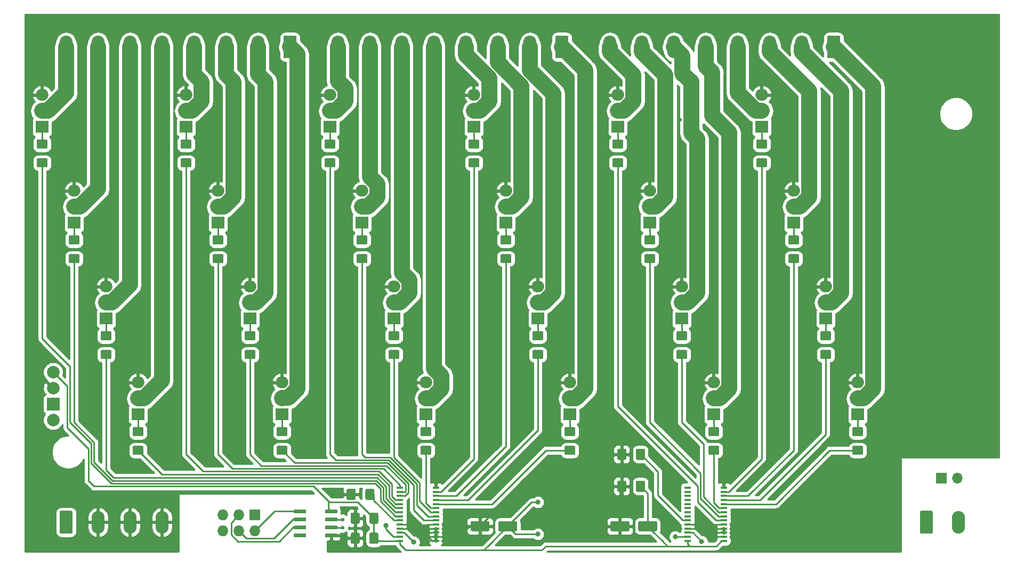
<source format=gbr>
G04 #@! TF.GenerationSoftware,KiCad,Pcbnew,(5.1.4)-1*
G04 #@! TF.CreationDate,2020-01-10T15:49:44+01:00*
G04 #@! TF.ProjectId,KRS-XL_DIM-24CVLED,4b52532d-584c-45f4-9449-4d2d32344356,V01.01*
G04 #@! TF.SameCoordinates,Original*
G04 #@! TF.FileFunction,Copper,L1,Top*
G04 #@! TF.FilePolarity,Positive*
%FSLAX46Y46*%
G04 Gerber Fmt 4.6, Leading zero omitted, Abs format (unit mm)*
G04 Created by KiCad (PCBNEW (5.1.4)-1) date 2020-01-10 15:49:44*
%MOMM*%
%LPD*%
G04 APERTURE LIST*
%ADD10C,2.000000*%
%ADD11R,2.000000X2.000000*%
%ADD12O,1.727200X1.727200*%
%ADD13R,1.727200X1.727200*%
%ADD14C,0.100000*%
%ADD15C,1.425000*%
%ADD16O,2.000000X1.905000*%
%ADD17R,2.000000X1.905000*%
%ADD18C,2.080000*%
%ADD19O,2.080000X3.600000*%
%ADD20C,1.600000*%
%ADD21R,1.700000X1.700000*%
%ADD22O,1.700000X1.700000*%
%ADD23R,1.100000X0.400000*%
%ADD24C,0.600000*%
%ADD25C,0.800000*%
%ADD26C,0.250000*%
%ADD27C,2.540000*%
%ADD28C,0.254000*%
G04 APERTURE END LIST*
D10*
X55100000Y-115210000D03*
X55100000Y-107590000D03*
X55100000Y-110130000D03*
D11*
X55100000Y-112670000D03*
D12*
X82042000Y-132840000D03*
X82042000Y-130300000D03*
X84582000Y-132840000D03*
X84582000Y-130300000D03*
X87122000Y-132840000D03*
D13*
X87122000Y-130300000D03*
D14*
G36*
X106532004Y-129936204D02*
G01*
X106556273Y-129939804D01*
X106580071Y-129945765D01*
X106603171Y-129954030D01*
X106625349Y-129964520D01*
X106646393Y-129977133D01*
X106666098Y-129991747D01*
X106684277Y-130008223D01*
X106700753Y-130026402D01*
X106715367Y-130046107D01*
X106727980Y-130067151D01*
X106738470Y-130089329D01*
X106746735Y-130112429D01*
X106752696Y-130136227D01*
X106756296Y-130160496D01*
X106757500Y-130185000D01*
X106757500Y-131435000D01*
X106756296Y-131459504D01*
X106752696Y-131483773D01*
X106746735Y-131507571D01*
X106738470Y-131530671D01*
X106727980Y-131552849D01*
X106715367Y-131573893D01*
X106700753Y-131593598D01*
X106684277Y-131611777D01*
X106666098Y-131628253D01*
X106646393Y-131642867D01*
X106625349Y-131655480D01*
X106603171Y-131665970D01*
X106580071Y-131674235D01*
X106556273Y-131680196D01*
X106532004Y-131683796D01*
X106507500Y-131685000D01*
X105582500Y-131685000D01*
X105557996Y-131683796D01*
X105533727Y-131680196D01*
X105509929Y-131674235D01*
X105486829Y-131665970D01*
X105464651Y-131655480D01*
X105443607Y-131642867D01*
X105423902Y-131628253D01*
X105405723Y-131611777D01*
X105389247Y-131593598D01*
X105374633Y-131573893D01*
X105362020Y-131552849D01*
X105351530Y-131530671D01*
X105343265Y-131507571D01*
X105337304Y-131483773D01*
X105333704Y-131459504D01*
X105332500Y-131435000D01*
X105332500Y-130185000D01*
X105333704Y-130160496D01*
X105337304Y-130136227D01*
X105343265Y-130112429D01*
X105351530Y-130089329D01*
X105362020Y-130067151D01*
X105374633Y-130046107D01*
X105389247Y-130026402D01*
X105405723Y-130008223D01*
X105423902Y-129991747D01*
X105443607Y-129977133D01*
X105464651Y-129964520D01*
X105486829Y-129954030D01*
X105509929Y-129945765D01*
X105533727Y-129939804D01*
X105557996Y-129936204D01*
X105582500Y-129935000D01*
X106507500Y-129935000D01*
X106532004Y-129936204D01*
X106532004Y-129936204D01*
G37*
D15*
X106045000Y-130810000D03*
D14*
G36*
X103557004Y-129936204D02*
G01*
X103581273Y-129939804D01*
X103605071Y-129945765D01*
X103628171Y-129954030D01*
X103650349Y-129964520D01*
X103671393Y-129977133D01*
X103691098Y-129991747D01*
X103709277Y-130008223D01*
X103725753Y-130026402D01*
X103740367Y-130046107D01*
X103752980Y-130067151D01*
X103763470Y-130089329D01*
X103771735Y-130112429D01*
X103777696Y-130136227D01*
X103781296Y-130160496D01*
X103782500Y-130185000D01*
X103782500Y-131435000D01*
X103781296Y-131459504D01*
X103777696Y-131483773D01*
X103771735Y-131507571D01*
X103763470Y-131530671D01*
X103752980Y-131552849D01*
X103740367Y-131573893D01*
X103725753Y-131593598D01*
X103709277Y-131611777D01*
X103691098Y-131628253D01*
X103671393Y-131642867D01*
X103650349Y-131655480D01*
X103628171Y-131665970D01*
X103605071Y-131674235D01*
X103581273Y-131680196D01*
X103557004Y-131683796D01*
X103532500Y-131685000D01*
X102607500Y-131685000D01*
X102582996Y-131683796D01*
X102558727Y-131680196D01*
X102534929Y-131674235D01*
X102511829Y-131665970D01*
X102489651Y-131655480D01*
X102468607Y-131642867D01*
X102448902Y-131628253D01*
X102430723Y-131611777D01*
X102414247Y-131593598D01*
X102399633Y-131573893D01*
X102387020Y-131552849D01*
X102376530Y-131530671D01*
X102368265Y-131507571D01*
X102362304Y-131483773D01*
X102358704Y-131459504D01*
X102357500Y-131435000D01*
X102357500Y-130185000D01*
X102358704Y-130160496D01*
X102362304Y-130136227D01*
X102368265Y-130112429D01*
X102376530Y-130089329D01*
X102387020Y-130067151D01*
X102399633Y-130046107D01*
X102414247Y-130026402D01*
X102430723Y-130008223D01*
X102448902Y-129991747D01*
X102468607Y-129977133D01*
X102489651Y-129964520D01*
X102511829Y-129954030D01*
X102534929Y-129945765D01*
X102558727Y-129939804D01*
X102582996Y-129936204D01*
X102607500Y-129935000D01*
X103532500Y-129935000D01*
X103557004Y-129936204D01*
X103557004Y-129936204D01*
G37*
D15*
X103070000Y-130810000D03*
D16*
X114300000Y-109220000D03*
X114300000Y-111760000D03*
D17*
X114300000Y-114300000D03*
D16*
X182880000Y-109220000D03*
X182880000Y-111760000D03*
D17*
X182880000Y-114300000D03*
D16*
X177800000Y-93980000D03*
X177800000Y-96520000D03*
D17*
X177800000Y-99060000D03*
D16*
X172720000Y-78740000D03*
X172720000Y-81280000D03*
D17*
X172720000Y-83820000D03*
D16*
X167640000Y-63500000D03*
X167640000Y-66040000D03*
D17*
X167640000Y-68580000D03*
D16*
X160020000Y-109220000D03*
X160020000Y-111760000D03*
D17*
X160020000Y-114300000D03*
D16*
X154940000Y-93980000D03*
X154940000Y-96520000D03*
D17*
X154940000Y-99060000D03*
D16*
X149860000Y-78740000D03*
X149860000Y-81280000D03*
D17*
X149860000Y-83820000D03*
D16*
X144780000Y-63500000D03*
X144780000Y-66040000D03*
D17*
X144780000Y-68580000D03*
D16*
X137160000Y-109220000D03*
X137160000Y-111760000D03*
D17*
X137160000Y-114300000D03*
D16*
X132080000Y-93980000D03*
X132080000Y-96520000D03*
D17*
X132080000Y-99060000D03*
D16*
X127000000Y-78740000D03*
X127000000Y-81280000D03*
D17*
X127000000Y-83820000D03*
D16*
X121920000Y-63500000D03*
X121920000Y-66040000D03*
D17*
X121920000Y-68580000D03*
D16*
X109220000Y-93980000D03*
X109220000Y-96520000D03*
D17*
X109220000Y-99060000D03*
D16*
X104140000Y-78740000D03*
X104140000Y-81280000D03*
D17*
X104140000Y-83820000D03*
D16*
X99060000Y-63500000D03*
X99060000Y-66040000D03*
D17*
X99060000Y-68580000D03*
D16*
X91440000Y-109220000D03*
X91440000Y-111760000D03*
D17*
X91440000Y-114300000D03*
D16*
X86360000Y-93980000D03*
X86360000Y-96520000D03*
D17*
X86360000Y-99060000D03*
D16*
X81280000Y-78740000D03*
X81280000Y-81280000D03*
D17*
X81280000Y-83820000D03*
D16*
X76200000Y-63500000D03*
X76200000Y-66040000D03*
D17*
X76200000Y-68580000D03*
D16*
X68580000Y-109220000D03*
X68580000Y-111760000D03*
D17*
X68580000Y-114300000D03*
D16*
X63500000Y-93980000D03*
X63500000Y-96520000D03*
D17*
X63500000Y-99060000D03*
D16*
X58420000Y-78740000D03*
X58420000Y-81280000D03*
D17*
X58420000Y-83820000D03*
D16*
X53340000Y-63500000D03*
X53340000Y-66040000D03*
D17*
X53340000Y-68580000D03*
D14*
G36*
X194616505Y-129646204D02*
G01*
X194640773Y-129649804D01*
X194664572Y-129655765D01*
X194687671Y-129664030D01*
X194709850Y-129674520D01*
X194730893Y-129687132D01*
X194750599Y-129701747D01*
X194768777Y-129718223D01*
X194785253Y-129736401D01*
X194799868Y-129756107D01*
X194812480Y-129777150D01*
X194822970Y-129799329D01*
X194831235Y-129822428D01*
X194837196Y-129846227D01*
X194840796Y-129870495D01*
X194842000Y-129894999D01*
X194842000Y-132995001D01*
X194840796Y-133019505D01*
X194837196Y-133043773D01*
X194831235Y-133067572D01*
X194822970Y-133090671D01*
X194812480Y-133112850D01*
X194799868Y-133133893D01*
X194785253Y-133153599D01*
X194768777Y-133171777D01*
X194750599Y-133188253D01*
X194730893Y-133202868D01*
X194709850Y-133215480D01*
X194687671Y-133225970D01*
X194664572Y-133234235D01*
X194640773Y-133240196D01*
X194616505Y-133243796D01*
X194592001Y-133245000D01*
X193011999Y-133245000D01*
X192987495Y-133243796D01*
X192963227Y-133240196D01*
X192939428Y-133234235D01*
X192916329Y-133225970D01*
X192894150Y-133215480D01*
X192873107Y-133202868D01*
X192853401Y-133188253D01*
X192835223Y-133171777D01*
X192818747Y-133153599D01*
X192804132Y-133133893D01*
X192791520Y-133112850D01*
X192781030Y-133090671D01*
X192772765Y-133067572D01*
X192766804Y-133043773D01*
X192763204Y-133019505D01*
X192762000Y-132995001D01*
X192762000Y-129894999D01*
X192763204Y-129870495D01*
X192766804Y-129846227D01*
X192772765Y-129822428D01*
X192781030Y-129799329D01*
X192791520Y-129777150D01*
X192804132Y-129756107D01*
X192818747Y-129736401D01*
X192835223Y-129718223D01*
X192853401Y-129701747D01*
X192873107Y-129687132D01*
X192894150Y-129674520D01*
X192916329Y-129664030D01*
X192939428Y-129655765D01*
X192963227Y-129649804D01*
X192987495Y-129646204D01*
X193011999Y-129645000D01*
X194592001Y-129645000D01*
X194616505Y-129646204D01*
X194616505Y-129646204D01*
G37*
D18*
X193802000Y-131445000D03*
D19*
X198882000Y-131445000D03*
D14*
G36*
X103557004Y-133111204D02*
G01*
X103581273Y-133114804D01*
X103605071Y-133120765D01*
X103628171Y-133129030D01*
X103650349Y-133139520D01*
X103671393Y-133152133D01*
X103691098Y-133166747D01*
X103709277Y-133183223D01*
X103725753Y-133201402D01*
X103740367Y-133221107D01*
X103752980Y-133242151D01*
X103763470Y-133264329D01*
X103771735Y-133287429D01*
X103777696Y-133311227D01*
X103781296Y-133335496D01*
X103782500Y-133360000D01*
X103782500Y-134610000D01*
X103781296Y-134634504D01*
X103777696Y-134658773D01*
X103771735Y-134682571D01*
X103763470Y-134705671D01*
X103752980Y-134727849D01*
X103740367Y-134748893D01*
X103725753Y-134768598D01*
X103709277Y-134786777D01*
X103691098Y-134803253D01*
X103671393Y-134817867D01*
X103650349Y-134830480D01*
X103628171Y-134840970D01*
X103605071Y-134849235D01*
X103581273Y-134855196D01*
X103557004Y-134858796D01*
X103532500Y-134860000D01*
X102607500Y-134860000D01*
X102582996Y-134858796D01*
X102558727Y-134855196D01*
X102534929Y-134849235D01*
X102511829Y-134840970D01*
X102489651Y-134830480D01*
X102468607Y-134817867D01*
X102448902Y-134803253D01*
X102430723Y-134786777D01*
X102414247Y-134768598D01*
X102399633Y-134748893D01*
X102387020Y-134727849D01*
X102376530Y-134705671D01*
X102368265Y-134682571D01*
X102362304Y-134658773D01*
X102358704Y-134634504D01*
X102357500Y-134610000D01*
X102357500Y-133360000D01*
X102358704Y-133335496D01*
X102362304Y-133311227D01*
X102368265Y-133287429D01*
X102376530Y-133264329D01*
X102387020Y-133242151D01*
X102399633Y-133221107D01*
X102414247Y-133201402D01*
X102430723Y-133183223D01*
X102448902Y-133166747D01*
X102468607Y-133152133D01*
X102489651Y-133139520D01*
X102511829Y-133129030D01*
X102534929Y-133120765D01*
X102558727Y-133114804D01*
X102582996Y-133111204D01*
X102607500Y-133110000D01*
X103532500Y-133110000D01*
X103557004Y-133111204D01*
X103557004Y-133111204D01*
G37*
D15*
X103070000Y-133985000D03*
D14*
G36*
X106532004Y-133111204D02*
G01*
X106556273Y-133114804D01*
X106580071Y-133120765D01*
X106603171Y-133129030D01*
X106625349Y-133139520D01*
X106646393Y-133152133D01*
X106666098Y-133166747D01*
X106684277Y-133183223D01*
X106700753Y-133201402D01*
X106715367Y-133221107D01*
X106727980Y-133242151D01*
X106738470Y-133264329D01*
X106746735Y-133287429D01*
X106752696Y-133311227D01*
X106756296Y-133335496D01*
X106757500Y-133360000D01*
X106757500Y-134610000D01*
X106756296Y-134634504D01*
X106752696Y-134658773D01*
X106746735Y-134682571D01*
X106738470Y-134705671D01*
X106727980Y-134727849D01*
X106715367Y-134748893D01*
X106700753Y-134768598D01*
X106684277Y-134786777D01*
X106666098Y-134803253D01*
X106646393Y-134817867D01*
X106625349Y-134830480D01*
X106603171Y-134840970D01*
X106580071Y-134849235D01*
X106556273Y-134855196D01*
X106532004Y-134858796D01*
X106507500Y-134860000D01*
X105582500Y-134860000D01*
X105557996Y-134858796D01*
X105533727Y-134855196D01*
X105509929Y-134849235D01*
X105486829Y-134840970D01*
X105464651Y-134830480D01*
X105443607Y-134817867D01*
X105423902Y-134803253D01*
X105405723Y-134786777D01*
X105389247Y-134768598D01*
X105374633Y-134748893D01*
X105362020Y-134727849D01*
X105351530Y-134705671D01*
X105343265Y-134682571D01*
X105337304Y-134658773D01*
X105333704Y-134634504D01*
X105332500Y-134610000D01*
X105332500Y-133360000D01*
X105333704Y-133335496D01*
X105337304Y-133311227D01*
X105343265Y-133287429D01*
X105351530Y-133264329D01*
X105362020Y-133242151D01*
X105374633Y-133221107D01*
X105389247Y-133201402D01*
X105405723Y-133183223D01*
X105423902Y-133166747D01*
X105443607Y-133152133D01*
X105464651Y-133139520D01*
X105486829Y-133129030D01*
X105509929Y-133120765D01*
X105533727Y-133114804D01*
X105557996Y-133111204D01*
X105582500Y-133110000D01*
X106507500Y-133110000D01*
X106532004Y-133111204D01*
X106532004Y-133111204D01*
G37*
D15*
X106045000Y-133985000D03*
D14*
G36*
X124169504Y-131281204D02*
G01*
X124193773Y-131284804D01*
X124217571Y-131290765D01*
X124240671Y-131299030D01*
X124262849Y-131309520D01*
X124283893Y-131322133D01*
X124303598Y-131336747D01*
X124321777Y-131353223D01*
X124338253Y-131371402D01*
X124352867Y-131391107D01*
X124365480Y-131412151D01*
X124375970Y-131434329D01*
X124384235Y-131457429D01*
X124390196Y-131481227D01*
X124393796Y-131505496D01*
X124395000Y-131530000D01*
X124395000Y-132630000D01*
X124393796Y-132654504D01*
X124390196Y-132678773D01*
X124384235Y-132702571D01*
X124375970Y-132725671D01*
X124365480Y-132747849D01*
X124352867Y-132768893D01*
X124338253Y-132788598D01*
X124321777Y-132806777D01*
X124303598Y-132823253D01*
X124283893Y-132837867D01*
X124262849Y-132850480D01*
X124240671Y-132860970D01*
X124217571Y-132869235D01*
X124193773Y-132875196D01*
X124169504Y-132878796D01*
X124145000Y-132880000D01*
X121645000Y-132880000D01*
X121620496Y-132878796D01*
X121596227Y-132875196D01*
X121572429Y-132869235D01*
X121549329Y-132860970D01*
X121527151Y-132850480D01*
X121506107Y-132837867D01*
X121486402Y-132823253D01*
X121468223Y-132806777D01*
X121451747Y-132788598D01*
X121437133Y-132768893D01*
X121424520Y-132747849D01*
X121414030Y-132725671D01*
X121405765Y-132702571D01*
X121399804Y-132678773D01*
X121396204Y-132654504D01*
X121395000Y-132630000D01*
X121395000Y-131530000D01*
X121396204Y-131505496D01*
X121399804Y-131481227D01*
X121405765Y-131457429D01*
X121414030Y-131434329D01*
X121424520Y-131412151D01*
X121437133Y-131391107D01*
X121451747Y-131371402D01*
X121468223Y-131353223D01*
X121486402Y-131336747D01*
X121506107Y-131322133D01*
X121527151Y-131309520D01*
X121549329Y-131299030D01*
X121572429Y-131290765D01*
X121596227Y-131284804D01*
X121620496Y-131281204D01*
X121645000Y-131280000D01*
X124145000Y-131280000D01*
X124169504Y-131281204D01*
X124169504Y-131281204D01*
G37*
D20*
X122895000Y-132080000D03*
D14*
G36*
X128569504Y-131281204D02*
G01*
X128593773Y-131284804D01*
X128617571Y-131290765D01*
X128640671Y-131299030D01*
X128662849Y-131309520D01*
X128683893Y-131322133D01*
X128703598Y-131336747D01*
X128721777Y-131353223D01*
X128738253Y-131371402D01*
X128752867Y-131391107D01*
X128765480Y-131412151D01*
X128775970Y-131434329D01*
X128784235Y-131457429D01*
X128790196Y-131481227D01*
X128793796Y-131505496D01*
X128795000Y-131530000D01*
X128795000Y-132630000D01*
X128793796Y-132654504D01*
X128790196Y-132678773D01*
X128784235Y-132702571D01*
X128775970Y-132725671D01*
X128765480Y-132747849D01*
X128752867Y-132768893D01*
X128738253Y-132788598D01*
X128721777Y-132806777D01*
X128703598Y-132823253D01*
X128683893Y-132837867D01*
X128662849Y-132850480D01*
X128640671Y-132860970D01*
X128617571Y-132869235D01*
X128593773Y-132875196D01*
X128569504Y-132878796D01*
X128545000Y-132880000D01*
X126045000Y-132880000D01*
X126020496Y-132878796D01*
X125996227Y-132875196D01*
X125972429Y-132869235D01*
X125949329Y-132860970D01*
X125927151Y-132850480D01*
X125906107Y-132837867D01*
X125886402Y-132823253D01*
X125868223Y-132806777D01*
X125851747Y-132788598D01*
X125837133Y-132768893D01*
X125824520Y-132747849D01*
X125814030Y-132725671D01*
X125805765Y-132702571D01*
X125799804Y-132678773D01*
X125796204Y-132654504D01*
X125795000Y-132630000D01*
X125795000Y-131530000D01*
X125796204Y-131505496D01*
X125799804Y-131481227D01*
X125805765Y-131457429D01*
X125814030Y-131434329D01*
X125824520Y-131412151D01*
X125837133Y-131391107D01*
X125851747Y-131371402D01*
X125868223Y-131353223D01*
X125886402Y-131336747D01*
X125906107Y-131322133D01*
X125927151Y-131309520D01*
X125949329Y-131299030D01*
X125972429Y-131290765D01*
X125996227Y-131284804D01*
X126020496Y-131281204D01*
X126045000Y-131280000D01*
X128545000Y-131280000D01*
X128569504Y-131281204D01*
X128569504Y-131281204D01*
G37*
D20*
X127295000Y-132080000D03*
D14*
G36*
X148877004Y-124856204D02*
G01*
X148901273Y-124859804D01*
X148925071Y-124865765D01*
X148948171Y-124874030D01*
X148970349Y-124884520D01*
X148991393Y-124897133D01*
X149011098Y-124911747D01*
X149029277Y-124928223D01*
X149045753Y-124946402D01*
X149060367Y-124966107D01*
X149072980Y-124987151D01*
X149083470Y-125009329D01*
X149091735Y-125032429D01*
X149097696Y-125056227D01*
X149101296Y-125080496D01*
X149102500Y-125105000D01*
X149102500Y-126355000D01*
X149101296Y-126379504D01*
X149097696Y-126403773D01*
X149091735Y-126427571D01*
X149083470Y-126450671D01*
X149072980Y-126472849D01*
X149060367Y-126493893D01*
X149045753Y-126513598D01*
X149029277Y-126531777D01*
X149011098Y-126548253D01*
X148991393Y-126562867D01*
X148970349Y-126575480D01*
X148948171Y-126585970D01*
X148925071Y-126594235D01*
X148901273Y-126600196D01*
X148877004Y-126603796D01*
X148852500Y-126605000D01*
X147927500Y-126605000D01*
X147902996Y-126603796D01*
X147878727Y-126600196D01*
X147854929Y-126594235D01*
X147831829Y-126585970D01*
X147809651Y-126575480D01*
X147788607Y-126562867D01*
X147768902Y-126548253D01*
X147750723Y-126531777D01*
X147734247Y-126513598D01*
X147719633Y-126493893D01*
X147707020Y-126472849D01*
X147696530Y-126450671D01*
X147688265Y-126427571D01*
X147682304Y-126403773D01*
X147678704Y-126379504D01*
X147677500Y-126355000D01*
X147677500Y-125105000D01*
X147678704Y-125080496D01*
X147682304Y-125056227D01*
X147688265Y-125032429D01*
X147696530Y-125009329D01*
X147707020Y-124987151D01*
X147719633Y-124966107D01*
X147734247Y-124946402D01*
X147750723Y-124928223D01*
X147768902Y-124911747D01*
X147788607Y-124897133D01*
X147809651Y-124884520D01*
X147831829Y-124874030D01*
X147854929Y-124865765D01*
X147878727Y-124859804D01*
X147902996Y-124856204D01*
X147927500Y-124855000D01*
X148852500Y-124855000D01*
X148877004Y-124856204D01*
X148877004Y-124856204D01*
G37*
D15*
X148390000Y-125730000D03*
D14*
G36*
X145902004Y-124856204D02*
G01*
X145926273Y-124859804D01*
X145950071Y-124865765D01*
X145973171Y-124874030D01*
X145995349Y-124884520D01*
X146016393Y-124897133D01*
X146036098Y-124911747D01*
X146054277Y-124928223D01*
X146070753Y-124946402D01*
X146085367Y-124966107D01*
X146097980Y-124987151D01*
X146108470Y-125009329D01*
X146116735Y-125032429D01*
X146122696Y-125056227D01*
X146126296Y-125080496D01*
X146127500Y-125105000D01*
X146127500Y-126355000D01*
X146126296Y-126379504D01*
X146122696Y-126403773D01*
X146116735Y-126427571D01*
X146108470Y-126450671D01*
X146097980Y-126472849D01*
X146085367Y-126493893D01*
X146070753Y-126513598D01*
X146054277Y-126531777D01*
X146036098Y-126548253D01*
X146016393Y-126562867D01*
X145995349Y-126575480D01*
X145973171Y-126585970D01*
X145950071Y-126594235D01*
X145926273Y-126600196D01*
X145902004Y-126603796D01*
X145877500Y-126605000D01*
X144952500Y-126605000D01*
X144927996Y-126603796D01*
X144903727Y-126600196D01*
X144879929Y-126594235D01*
X144856829Y-126585970D01*
X144834651Y-126575480D01*
X144813607Y-126562867D01*
X144793902Y-126548253D01*
X144775723Y-126531777D01*
X144759247Y-126513598D01*
X144744633Y-126493893D01*
X144732020Y-126472849D01*
X144721530Y-126450671D01*
X144713265Y-126427571D01*
X144707304Y-126403773D01*
X144703704Y-126379504D01*
X144702500Y-126355000D01*
X144702500Y-125105000D01*
X144703704Y-125080496D01*
X144707304Y-125056227D01*
X144713265Y-125032429D01*
X144721530Y-125009329D01*
X144732020Y-124987151D01*
X144744633Y-124966107D01*
X144759247Y-124946402D01*
X144775723Y-124928223D01*
X144793902Y-124911747D01*
X144813607Y-124897133D01*
X144834651Y-124884520D01*
X144856829Y-124874030D01*
X144879929Y-124865765D01*
X144903727Y-124859804D01*
X144927996Y-124856204D01*
X144952500Y-124855000D01*
X145877500Y-124855000D01*
X145902004Y-124856204D01*
X145902004Y-124856204D01*
G37*
D15*
X145415000Y-125730000D03*
D14*
G36*
X150794504Y-131281204D02*
G01*
X150818773Y-131284804D01*
X150842571Y-131290765D01*
X150865671Y-131299030D01*
X150887849Y-131309520D01*
X150908893Y-131322133D01*
X150928598Y-131336747D01*
X150946777Y-131353223D01*
X150963253Y-131371402D01*
X150977867Y-131391107D01*
X150990480Y-131412151D01*
X151000970Y-131434329D01*
X151009235Y-131457429D01*
X151015196Y-131481227D01*
X151018796Y-131505496D01*
X151020000Y-131530000D01*
X151020000Y-132630000D01*
X151018796Y-132654504D01*
X151015196Y-132678773D01*
X151009235Y-132702571D01*
X151000970Y-132725671D01*
X150990480Y-132747849D01*
X150977867Y-132768893D01*
X150963253Y-132788598D01*
X150946777Y-132806777D01*
X150928598Y-132823253D01*
X150908893Y-132837867D01*
X150887849Y-132850480D01*
X150865671Y-132860970D01*
X150842571Y-132869235D01*
X150818773Y-132875196D01*
X150794504Y-132878796D01*
X150770000Y-132880000D01*
X148270000Y-132880000D01*
X148245496Y-132878796D01*
X148221227Y-132875196D01*
X148197429Y-132869235D01*
X148174329Y-132860970D01*
X148152151Y-132850480D01*
X148131107Y-132837867D01*
X148111402Y-132823253D01*
X148093223Y-132806777D01*
X148076747Y-132788598D01*
X148062133Y-132768893D01*
X148049520Y-132747849D01*
X148039030Y-132725671D01*
X148030765Y-132702571D01*
X148024804Y-132678773D01*
X148021204Y-132654504D01*
X148020000Y-132630000D01*
X148020000Y-131530000D01*
X148021204Y-131505496D01*
X148024804Y-131481227D01*
X148030765Y-131457429D01*
X148039030Y-131434329D01*
X148049520Y-131412151D01*
X148062133Y-131391107D01*
X148076747Y-131371402D01*
X148093223Y-131353223D01*
X148111402Y-131336747D01*
X148131107Y-131322133D01*
X148152151Y-131309520D01*
X148174329Y-131299030D01*
X148197429Y-131290765D01*
X148221227Y-131284804D01*
X148245496Y-131281204D01*
X148270000Y-131280000D01*
X150770000Y-131280000D01*
X150794504Y-131281204D01*
X150794504Y-131281204D01*
G37*
D20*
X149520000Y-132080000D03*
D14*
G36*
X146394504Y-131281204D02*
G01*
X146418773Y-131284804D01*
X146442571Y-131290765D01*
X146465671Y-131299030D01*
X146487849Y-131309520D01*
X146508893Y-131322133D01*
X146528598Y-131336747D01*
X146546777Y-131353223D01*
X146563253Y-131371402D01*
X146577867Y-131391107D01*
X146590480Y-131412151D01*
X146600970Y-131434329D01*
X146609235Y-131457429D01*
X146615196Y-131481227D01*
X146618796Y-131505496D01*
X146620000Y-131530000D01*
X146620000Y-132630000D01*
X146618796Y-132654504D01*
X146615196Y-132678773D01*
X146609235Y-132702571D01*
X146600970Y-132725671D01*
X146590480Y-132747849D01*
X146577867Y-132768893D01*
X146563253Y-132788598D01*
X146546777Y-132806777D01*
X146528598Y-132823253D01*
X146508893Y-132837867D01*
X146487849Y-132850480D01*
X146465671Y-132860970D01*
X146442571Y-132869235D01*
X146418773Y-132875196D01*
X146394504Y-132878796D01*
X146370000Y-132880000D01*
X143870000Y-132880000D01*
X143845496Y-132878796D01*
X143821227Y-132875196D01*
X143797429Y-132869235D01*
X143774329Y-132860970D01*
X143752151Y-132850480D01*
X143731107Y-132837867D01*
X143711402Y-132823253D01*
X143693223Y-132806777D01*
X143676747Y-132788598D01*
X143662133Y-132768893D01*
X143649520Y-132747849D01*
X143639030Y-132725671D01*
X143630765Y-132702571D01*
X143624804Y-132678773D01*
X143621204Y-132654504D01*
X143620000Y-132630000D01*
X143620000Y-131530000D01*
X143621204Y-131505496D01*
X143624804Y-131481227D01*
X143630765Y-131457429D01*
X143639030Y-131434329D01*
X143649520Y-131412151D01*
X143662133Y-131391107D01*
X143676747Y-131371402D01*
X143693223Y-131353223D01*
X143711402Y-131336747D01*
X143731107Y-131322133D01*
X143752151Y-131309520D01*
X143774329Y-131299030D01*
X143797429Y-131290765D01*
X143821227Y-131284804D01*
X143845496Y-131281204D01*
X143870000Y-131280000D01*
X146370000Y-131280000D01*
X146394504Y-131281204D01*
X146394504Y-131281204D01*
G37*
D20*
X145120000Y-132080000D03*
D14*
G36*
X93524505Y-54081204D02*
G01*
X93548773Y-54084804D01*
X93572572Y-54090765D01*
X93595671Y-54099030D01*
X93617850Y-54109520D01*
X93638893Y-54122132D01*
X93658599Y-54136747D01*
X93676777Y-54153223D01*
X93693253Y-54171401D01*
X93707868Y-54191107D01*
X93720480Y-54212150D01*
X93730970Y-54234329D01*
X93739235Y-54257428D01*
X93745196Y-54281227D01*
X93748796Y-54305495D01*
X93750000Y-54329999D01*
X93750000Y-57430001D01*
X93748796Y-57454505D01*
X93745196Y-57478773D01*
X93739235Y-57502572D01*
X93730970Y-57525671D01*
X93720480Y-57547850D01*
X93707868Y-57568893D01*
X93693253Y-57588599D01*
X93676777Y-57606777D01*
X93658599Y-57623253D01*
X93638893Y-57637868D01*
X93617850Y-57650480D01*
X93595671Y-57660970D01*
X93572572Y-57669235D01*
X93548773Y-57675196D01*
X93524505Y-57678796D01*
X93500001Y-57680000D01*
X91919999Y-57680000D01*
X91895495Y-57678796D01*
X91871227Y-57675196D01*
X91847428Y-57669235D01*
X91824329Y-57660970D01*
X91802150Y-57650480D01*
X91781107Y-57637868D01*
X91761401Y-57623253D01*
X91743223Y-57606777D01*
X91726747Y-57588599D01*
X91712132Y-57568893D01*
X91699520Y-57547850D01*
X91689030Y-57525671D01*
X91680765Y-57502572D01*
X91674804Y-57478773D01*
X91671204Y-57454505D01*
X91670000Y-57430001D01*
X91670000Y-54329999D01*
X91671204Y-54305495D01*
X91674804Y-54281227D01*
X91680765Y-54257428D01*
X91689030Y-54234329D01*
X91699520Y-54212150D01*
X91712132Y-54191107D01*
X91726747Y-54171401D01*
X91743223Y-54153223D01*
X91761401Y-54136747D01*
X91781107Y-54122132D01*
X91802150Y-54109520D01*
X91824329Y-54099030D01*
X91847428Y-54090765D01*
X91871227Y-54084804D01*
X91895495Y-54081204D01*
X91919999Y-54080000D01*
X93500001Y-54080000D01*
X93524505Y-54081204D01*
X93524505Y-54081204D01*
G37*
D18*
X92710000Y-55880000D03*
D19*
X87630000Y-55880000D03*
X82550000Y-55880000D03*
X77470000Y-55880000D03*
X72390000Y-55880000D03*
X67310000Y-55880000D03*
X62230000Y-55880000D03*
X57150000Y-55880000D03*
X100330000Y-55880000D03*
X105410000Y-55880000D03*
X110490000Y-55880000D03*
X115570000Y-55880000D03*
X120650000Y-55880000D03*
X125730000Y-55880000D03*
X130810000Y-55880000D03*
D14*
G36*
X136704505Y-54081204D02*
G01*
X136728773Y-54084804D01*
X136752572Y-54090765D01*
X136775671Y-54099030D01*
X136797850Y-54109520D01*
X136818893Y-54122132D01*
X136838599Y-54136747D01*
X136856777Y-54153223D01*
X136873253Y-54171401D01*
X136887868Y-54191107D01*
X136900480Y-54212150D01*
X136910970Y-54234329D01*
X136919235Y-54257428D01*
X136925196Y-54281227D01*
X136928796Y-54305495D01*
X136930000Y-54329999D01*
X136930000Y-57430001D01*
X136928796Y-57454505D01*
X136925196Y-57478773D01*
X136919235Y-57502572D01*
X136910970Y-57525671D01*
X136900480Y-57547850D01*
X136887868Y-57568893D01*
X136873253Y-57588599D01*
X136856777Y-57606777D01*
X136838599Y-57623253D01*
X136818893Y-57637868D01*
X136797850Y-57650480D01*
X136775671Y-57660970D01*
X136752572Y-57669235D01*
X136728773Y-57675196D01*
X136704505Y-57678796D01*
X136680001Y-57680000D01*
X135099999Y-57680000D01*
X135075495Y-57678796D01*
X135051227Y-57675196D01*
X135027428Y-57669235D01*
X135004329Y-57660970D01*
X134982150Y-57650480D01*
X134961107Y-57637868D01*
X134941401Y-57623253D01*
X134923223Y-57606777D01*
X134906747Y-57588599D01*
X134892132Y-57568893D01*
X134879520Y-57547850D01*
X134869030Y-57525671D01*
X134860765Y-57502572D01*
X134854804Y-57478773D01*
X134851204Y-57454505D01*
X134850000Y-57430001D01*
X134850000Y-54329999D01*
X134851204Y-54305495D01*
X134854804Y-54281227D01*
X134860765Y-54257428D01*
X134869030Y-54234329D01*
X134879520Y-54212150D01*
X134892132Y-54191107D01*
X134906747Y-54171401D01*
X134923223Y-54153223D01*
X134941401Y-54136747D01*
X134961107Y-54122132D01*
X134982150Y-54109520D01*
X135004329Y-54099030D01*
X135027428Y-54090765D01*
X135051227Y-54084804D01*
X135075495Y-54081204D01*
X135099999Y-54080000D01*
X136680001Y-54080000D01*
X136704505Y-54081204D01*
X136704505Y-54081204D01*
G37*
D18*
X135890000Y-55880000D03*
D14*
G36*
X179884505Y-54081204D02*
G01*
X179908773Y-54084804D01*
X179932572Y-54090765D01*
X179955671Y-54099030D01*
X179977850Y-54109520D01*
X179998893Y-54122132D01*
X180018599Y-54136747D01*
X180036777Y-54153223D01*
X180053253Y-54171401D01*
X180067868Y-54191107D01*
X180080480Y-54212150D01*
X180090970Y-54234329D01*
X180099235Y-54257428D01*
X180105196Y-54281227D01*
X180108796Y-54305495D01*
X180110000Y-54329999D01*
X180110000Y-57430001D01*
X180108796Y-57454505D01*
X180105196Y-57478773D01*
X180099235Y-57502572D01*
X180090970Y-57525671D01*
X180080480Y-57547850D01*
X180067868Y-57568893D01*
X180053253Y-57588599D01*
X180036777Y-57606777D01*
X180018599Y-57623253D01*
X179998893Y-57637868D01*
X179977850Y-57650480D01*
X179955671Y-57660970D01*
X179932572Y-57669235D01*
X179908773Y-57675196D01*
X179884505Y-57678796D01*
X179860001Y-57680000D01*
X178279999Y-57680000D01*
X178255495Y-57678796D01*
X178231227Y-57675196D01*
X178207428Y-57669235D01*
X178184329Y-57660970D01*
X178162150Y-57650480D01*
X178141107Y-57637868D01*
X178121401Y-57623253D01*
X178103223Y-57606777D01*
X178086747Y-57588599D01*
X178072132Y-57568893D01*
X178059520Y-57547850D01*
X178049030Y-57525671D01*
X178040765Y-57502572D01*
X178034804Y-57478773D01*
X178031204Y-57454505D01*
X178030000Y-57430001D01*
X178030000Y-54329999D01*
X178031204Y-54305495D01*
X178034804Y-54281227D01*
X178040765Y-54257428D01*
X178049030Y-54234329D01*
X178059520Y-54212150D01*
X178072132Y-54191107D01*
X178086747Y-54171401D01*
X178103223Y-54153223D01*
X178121401Y-54136747D01*
X178141107Y-54122132D01*
X178162150Y-54109520D01*
X178184329Y-54099030D01*
X178207428Y-54090765D01*
X178231227Y-54084804D01*
X178255495Y-54081204D01*
X178279999Y-54080000D01*
X179860001Y-54080000D01*
X179884505Y-54081204D01*
X179884505Y-54081204D01*
G37*
D18*
X179070000Y-55880000D03*
D19*
X173990000Y-55880000D03*
X168910000Y-55880000D03*
X163830000Y-55880000D03*
X158750000Y-55880000D03*
X153670000Y-55880000D03*
X148590000Y-55880000D03*
X143510000Y-55880000D03*
D14*
G36*
X57964505Y-129646204D02*
G01*
X57988773Y-129649804D01*
X58012572Y-129655765D01*
X58035671Y-129664030D01*
X58057850Y-129674520D01*
X58078893Y-129687132D01*
X58098599Y-129701747D01*
X58116777Y-129718223D01*
X58133253Y-129736401D01*
X58147868Y-129756107D01*
X58160480Y-129777150D01*
X58170970Y-129799329D01*
X58179235Y-129822428D01*
X58185196Y-129846227D01*
X58188796Y-129870495D01*
X58190000Y-129894999D01*
X58190000Y-132995001D01*
X58188796Y-133019505D01*
X58185196Y-133043773D01*
X58179235Y-133067572D01*
X58170970Y-133090671D01*
X58160480Y-133112850D01*
X58147868Y-133133893D01*
X58133253Y-133153599D01*
X58116777Y-133171777D01*
X58098599Y-133188253D01*
X58078893Y-133202868D01*
X58057850Y-133215480D01*
X58035671Y-133225970D01*
X58012572Y-133234235D01*
X57988773Y-133240196D01*
X57964505Y-133243796D01*
X57940001Y-133245000D01*
X56359999Y-133245000D01*
X56335495Y-133243796D01*
X56311227Y-133240196D01*
X56287428Y-133234235D01*
X56264329Y-133225970D01*
X56242150Y-133215480D01*
X56221107Y-133202868D01*
X56201401Y-133188253D01*
X56183223Y-133171777D01*
X56166747Y-133153599D01*
X56152132Y-133133893D01*
X56139520Y-133112850D01*
X56129030Y-133090671D01*
X56120765Y-133067572D01*
X56114804Y-133043773D01*
X56111204Y-133019505D01*
X56110000Y-132995001D01*
X56110000Y-129894999D01*
X56111204Y-129870495D01*
X56114804Y-129846227D01*
X56120765Y-129822428D01*
X56129030Y-129799329D01*
X56139520Y-129777150D01*
X56152132Y-129756107D01*
X56166747Y-129736401D01*
X56183223Y-129718223D01*
X56201401Y-129701747D01*
X56221107Y-129687132D01*
X56242150Y-129674520D01*
X56264329Y-129664030D01*
X56287428Y-129655765D01*
X56311227Y-129649804D01*
X56335495Y-129646204D01*
X56359999Y-129645000D01*
X57940001Y-129645000D01*
X57964505Y-129646204D01*
X57964505Y-129646204D01*
G37*
D18*
X57150000Y-131445000D03*
D19*
X62230000Y-131445000D03*
X67310000Y-131445000D03*
X72390000Y-131445000D03*
D21*
X196215000Y-124460000D03*
D22*
X198755000Y-124460000D03*
D14*
G36*
X102922004Y-126126204D02*
G01*
X102946273Y-126129804D01*
X102970071Y-126135765D01*
X102993171Y-126144030D01*
X103015349Y-126154520D01*
X103036393Y-126167133D01*
X103056098Y-126181747D01*
X103074277Y-126198223D01*
X103090753Y-126216402D01*
X103105367Y-126236107D01*
X103117980Y-126257151D01*
X103128470Y-126279329D01*
X103136735Y-126302429D01*
X103142696Y-126326227D01*
X103146296Y-126350496D01*
X103147500Y-126375000D01*
X103147500Y-127625000D01*
X103146296Y-127649504D01*
X103142696Y-127673773D01*
X103136735Y-127697571D01*
X103128470Y-127720671D01*
X103117980Y-127742849D01*
X103105367Y-127763893D01*
X103090753Y-127783598D01*
X103074277Y-127801777D01*
X103056098Y-127818253D01*
X103036393Y-127832867D01*
X103015349Y-127845480D01*
X102993171Y-127855970D01*
X102970071Y-127864235D01*
X102946273Y-127870196D01*
X102922004Y-127873796D01*
X102897500Y-127875000D01*
X101972500Y-127875000D01*
X101947996Y-127873796D01*
X101923727Y-127870196D01*
X101899929Y-127864235D01*
X101876829Y-127855970D01*
X101854651Y-127845480D01*
X101833607Y-127832867D01*
X101813902Y-127818253D01*
X101795723Y-127801777D01*
X101779247Y-127783598D01*
X101764633Y-127763893D01*
X101752020Y-127742849D01*
X101741530Y-127720671D01*
X101733265Y-127697571D01*
X101727304Y-127673773D01*
X101723704Y-127649504D01*
X101722500Y-127625000D01*
X101722500Y-126375000D01*
X101723704Y-126350496D01*
X101727304Y-126326227D01*
X101733265Y-126302429D01*
X101741530Y-126279329D01*
X101752020Y-126257151D01*
X101764633Y-126236107D01*
X101779247Y-126216402D01*
X101795723Y-126198223D01*
X101813902Y-126181747D01*
X101833607Y-126167133D01*
X101854651Y-126154520D01*
X101876829Y-126144030D01*
X101899929Y-126135765D01*
X101923727Y-126129804D01*
X101947996Y-126126204D01*
X101972500Y-126125000D01*
X102897500Y-126125000D01*
X102922004Y-126126204D01*
X102922004Y-126126204D01*
G37*
D15*
X102435000Y-127000000D03*
D14*
G36*
X105897004Y-126126204D02*
G01*
X105921273Y-126129804D01*
X105945071Y-126135765D01*
X105968171Y-126144030D01*
X105990349Y-126154520D01*
X106011393Y-126167133D01*
X106031098Y-126181747D01*
X106049277Y-126198223D01*
X106065753Y-126216402D01*
X106080367Y-126236107D01*
X106092980Y-126257151D01*
X106103470Y-126279329D01*
X106111735Y-126302429D01*
X106117696Y-126326227D01*
X106121296Y-126350496D01*
X106122500Y-126375000D01*
X106122500Y-127625000D01*
X106121296Y-127649504D01*
X106117696Y-127673773D01*
X106111735Y-127697571D01*
X106103470Y-127720671D01*
X106092980Y-127742849D01*
X106080367Y-127763893D01*
X106065753Y-127783598D01*
X106049277Y-127801777D01*
X106031098Y-127818253D01*
X106011393Y-127832867D01*
X105990349Y-127845480D01*
X105968171Y-127855970D01*
X105945071Y-127864235D01*
X105921273Y-127870196D01*
X105897004Y-127873796D01*
X105872500Y-127875000D01*
X104947500Y-127875000D01*
X104922996Y-127873796D01*
X104898727Y-127870196D01*
X104874929Y-127864235D01*
X104851829Y-127855970D01*
X104829651Y-127845480D01*
X104808607Y-127832867D01*
X104788902Y-127818253D01*
X104770723Y-127801777D01*
X104754247Y-127783598D01*
X104739633Y-127763893D01*
X104727020Y-127742849D01*
X104716530Y-127720671D01*
X104708265Y-127697571D01*
X104702304Y-127673773D01*
X104698704Y-127649504D01*
X104697500Y-127625000D01*
X104697500Y-126375000D01*
X104698704Y-126350496D01*
X104702304Y-126326227D01*
X104708265Y-126302429D01*
X104716530Y-126279329D01*
X104727020Y-126257151D01*
X104739633Y-126236107D01*
X104754247Y-126216402D01*
X104770723Y-126198223D01*
X104788902Y-126181747D01*
X104808607Y-126167133D01*
X104829651Y-126154520D01*
X104851829Y-126144030D01*
X104874929Y-126135765D01*
X104898727Y-126129804D01*
X104922996Y-126126204D01*
X104947500Y-126125000D01*
X105872500Y-126125000D01*
X105897004Y-126126204D01*
X105897004Y-126126204D01*
G37*
D15*
X105410000Y-127000000D03*
D14*
G36*
X148877004Y-119776204D02*
G01*
X148901273Y-119779804D01*
X148925071Y-119785765D01*
X148948171Y-119794030D01*
X148970349Y-119804520D01*
X148991393Y-119817133D01*
X149011098Y-119831747D01*
X149029277Y-119848223D01*
X149045753Y-119866402D01*
X149060367Y-119886107D01*
X149072980Y-119907151D01*
X149083470Y-119929329D01*
X149091735Y-119952429D01*
X149097696Y-119976227D01*
X149101296Y-120000496D01*
X149102500Y-120025000D01*
X149102500Y-121275000D01*
X149101296Y-121299504D01*
X149097696Y-121323773D01*
X149091735Y-121347571D01*
X149083470Y-121370671D01*
X149072980Y-121392849D01*
X149060367Y-121413893D01*
X149045753Y-121433598D01*
X149029277Y-121451777D01*
X149011098Y-121468253D01*
X148991393Y-121482867D01*
X148970349Y-121495480D01*
X148948171Y-121505970D01*
X148925071Y-121514235D01*
X148901273Y-121520196D01*
X148877004Y-121523796D01*
X148852500Y-121525000D01*
X147927500Y-121525000D01*
X147902996Y-121523796D01*
X147878727Y-121520196D01*
X147854929Y-121514235D01*
X147831829Y-121505970D01*
X147809651Y-121495480D01*
X147788607Y-121482867D01*
X147768902Y-121468253D01*
X147750723Y-121451777D01*
X147734247Y-121433598D01*
X147719633Y-121413893D01*
X147707020Y-121392849D01*
X147696530Y-121370671D01*
X147688265Y-121347571D01*
X147682304Y-121323773D01*
X147678704Y-121299504D01*
X147677500Y-121275000D01*
X147677500Y-120025000D01*
X147678704Y-120000496D01*
X147682304Y-119976227D01*
X147688265Y-119952429D01*
X147696530Y-119929329D01*
X147707020Y-119907151D01*
X147719633Y-119886107D01*
X147734247Y-119866402D01*
X147750723Y-119848223D01*
X147768902Y-119831747D01*
X147788607Y-119817133D01*
X147809651Y-119804520D01*
X147831829Y-119794030D01*
X147854929Y-119785765D01*
X147878727Y-119779804D01*
X147902996Y-119776204D01*
X147927500Y-119775000D01*
X148852500Y-119775000D01*
X148877004Y-119776204D01*
X148877004Y-119776204D01*
G37*
D15*
X148390000Y-120650000D03*
D14*
G36*
X145902004Y-119776204D02*
G01*
X145926273Y-119779804D01*
X145950071Y-119785765D01*
X145973171Y-119794030D01*
X145995349Y-119804520D01*
X146016393Y-119817133D01*
X146036098Y-119831747D01*
X146054277Y-119848223D01*
X146070753Y-119866402D01*
X146085367Y-119886107D01*
X146097980Y-119907151D01*
X146108470Y-119929329D01*
X146116735Y-119952429D01*
X146122696Y-119976227D01*
X146126296Y-120000496D01*
X146127500Y-120025000D01*
X146127500Y-121275000D01*
X146126296Y-121299504D01*
X146122696Y-121323773D01*
X146116735Y-121347571D01*
X146108470Y-121370671D01*
X146097980Y-121392849D01*
X146085367Y-121413893D01*
X146070753Y-121433598D01*
X146054277Y-121451777D01*
X146036098Y-121468253D01*
X146016393Y-121482867D01*
X145995349Y-121495480D01*
X145973171Y-121505970D01*
X145950071Y-121514235D01*
X145926273Y-121520196D01*
X145902004Y-121523796D01*
X145877500Y-121525000D01*
X144952500Y-121525000D01*
X144927996Y-121523796D01*
X144903727Y-121520196D01*
X144879929Y-121514235D01*
X144856829Y-121505970D01*
X144834651Y-121495480D01*
X144813607Y-121482867D01*
X144793902Y-121468253D01*
X144775723Y-121451777D01*
X144759247Y-121433598D01*
X144744633Y-121413893D01*
X144732020Y-121392849D01*
X144721530Y-121370671D01*
X144713265Y-121347571D01*
X144707304Y-121323773D01*
X144703704Y-121299504D01*
X144702500Y-121275000D01*
X144702500Y-120025000D01*
X144703704Y-120000496D01*
X144707304Y-119976227D01*
X144713265Y-119952429D01*
X144721530Y-119929329D01*
X144732020Y-119907151D01*
X144744633Y-119886107D01*
X144759247Y-119866402D01*
X144775723Y-119848223D01*
X144793902Y-119831747D01*
X144813607Y-119817133D01*
X144834651Y-119804520D01*
X144856829Y-119794030D01*
X144879929Y-119785765D01*
X144903727Y-119779804D01*
X144927996Y-119776204D01*
X144952500Y-119775000D01*
X145877500Y-119775000D01*
X145902004Y-119776204D01*
X145902004Y-119776204D01*
G37*
D15*
X145415000Y-120650000D03*
D14*
G36*
X53989504Y-70608704D02*
G01*
X54013773Y-70612304D01*
X54037571Y-70618265D01*
X54060671Y-70626530D01*
X54082849Y-70637020D01*
X54103893Y-70649633D01*
X54123598Y-70664247D01*
X54141777Y-70680723D01*
X54158253Y-70698902D01*
X54172867Y-70718607D01*
X54185480Y-70739651D01*
X54195970Y-70761829D01*
X54204235Y-70784929D01*
X54210196Y-70808727D01*
X54213796Y-70832996D01*
X54215000Y-70857500D01*
X54215000Y-71782500D01*
X54213796Y-71807004D01*
X54210196Y-71831273D01*
X54204235Y-71855071D01*
X54195970Y-71878171D01*
X54185480Y-71900349D01*
X54172867Y-71921393D01*
X54158253Y-71941098D01*
X54141777Y-71959277D01*
X54123598Y-71975753D01*
X54103893Y-71990367D01*
X54082849Y-72002980D01*
X54060671Y-72013470D01*
X54037571Y-72021735D01*
X54013773Y-72027696D01*
X53989504Y-72031296D01*
X53965000Y-72032500D01*
X52715000Y-72032500D01*
X52690496Y-72031296D01*
X52666227Y-72027696D01*
X52642429Y-72021735D01*
X52619329Y-72013470D01*
X52597151Y-72002980D01*
X52576107Y-71990367D01*
X52556402Y-71975753D01*
X52538223Y-71959277D01*
X52521747Y-71941098D01*
X52507133Y-71921393D01*
X52494520Y-71900349D01*
X52484030Y-71878171D01*
X52475765Y-71855071D01*
X52469804Y-71831273D01*
X52466204Y-71807004D01*
X52465000Y-71782500D01*
X52465000Y-70857500D01*
X52466204Y-70832996D01*
X52469804Y-70808727D01*
X52475765Y-70784929D01*
X52484030Y-70761829D01*
X52494520Y-70739651D01*
X52507133Y-70718607D01*
X52521747Y-70698902D01*
X52538223Y-70680723D01*
X52556402Y-70664247D01*
X52576107Y-70649633D01*
X52597151Y-70637020D01*
X52619329Y-70626530D01*
X52642429Y-70618265D01*
X52666227Y-70612304D01*
X52690496Y-70608704D01*
X52715000Y-70607500D01*
X53965000Y-70607500D01*
X53989504Y-70608704D01*
X53989504Y-70608704D01*
G37*
D15*
X53340000Y-71320000D03*
D14*
G36*
X53989504Y-73583704D02*
G01*
X54013773Y-73587304D01*
X54037571Y-73593265D01*
X54060671Y-73601530D01*
X54082849Y-73612020D01*
X54103893Y-73624633D01*
X54123598Y-73639247D01*
X54141777Y-73655723D01*
X54158253Y-73673902D01*
X54172867Y-73693607D01*
X54185480Y-73714651D01*
X54195970Y-73736829D01*
X54204235Y-73759929D01*
X54210196Y-73783727D01*
X54213796Y-73807996D01*
X54215000Y-73832500D01*
X54215000Y-74757500D01*
X54213796Y-74782004D01*
X54210196Y-74806273D01*
X54204235Y-74830071D01*
X54195970Y-74853171D01*
X54185480Y-74875349D01*
X54172867Y-74896393D01*
X54158253Y-74916098D01*
X54141777Y-74934277D01*
X54123598Y-74950753D01*
X54103893Y-74965367D01*
X54082849Y-74977980D01*
X54060671Y-74988470D01*
X54037571Y-74996735D01*
X54013773Y-75002696D01*
X53989504Y-75006296D01*
X53965000Y-75007500D01*
X52715000Y-75007500D01*
X52690496Y-75006296D01*
X52666227Y-75002696D01*
X52642429Y-74996735D01*
X52619329Y-74988470D01*
X52597151Y-74977980D01*
X52576107Y-74965367D01*
X52556402Y-74950753D01*
X52538223Y-74934277D01*
X52521747Y-74916098D01*
X52507133Y-74896393D01*
X52494520Y-74875349D01*
X52484030Y-74853171D01*
X52475765Y-74830071D01*
X52469804Y-74806273D01*
X52466204Y-74782004D01*
X52465000Y-74757500D01*
X52465000Y-73832500D01*
X52466204Y-73807996D01*
X52469804Y-73783727D01*
X52475765Y-73759929D01*
X52484030Y-73736829D01*
X52494520Y-73714651D01*
X52507133Y-73693607D01*
X52521747Y-73673902D01*
X52538223Y-73655723D01*
X52556402Y-73639247D01*
X52576107Y-73624633D01*
X52597151Y-73612020D01*
X52619329Y-73601530D01*
X52642429Y-73593265D01*
X52666227Y-73587304D01*
X52690496Y-73583704D01*
X52715000Y-73582500D01*
X53965000Y-73582500D01*
X53989504Y-73583704D01*
X53989504Y-73583704D01*
G37*
D15*
X53340000Y-74295000D03*
D14*
G36*
X59069504Y-88823704D02*
G01*
X59093773Y-88827304D01*
X59117571Y-88833265D01*
X59140671Y-88841530D01*
X59162849Y-88852020D01*
X59183893Y-88864633D01*
X59203598Y-88879247D01*
X59221777Y-88895723D01*
X59238253Y-88913902D01*
X59252867Y-88933607D01*
X59265480Y-88954651D01*
X59275970Y-88976829D01*
X59284235Y-88999929D01*
X59290196Y-89023727D01*
X59293796Y-89047996D01*
X59295000Y-89072500D01*
X59295000Y-89997500D01*
X59293796Y-90022004D01*
X59290196Y-90046273D01*
X59284235Y-90070071D01*
X59275970Y-90093171D01*
X59265480Y-90115349D01*
X59252867Y-90136393D01*
X59238253Y-90156098D01*
X59221777Y-90174277D01*
X59203598Y-90190753D01*
X59183893Y-90205367D01*
X59162849Y-90217980D01*
X59140671Y-90228470D01*
X59117571Y-90236735D01*
X59093773Y-90242696D01*
X59069504Y-90246296D01*
X59045000Y-90247500D01*
X57795000Y-90247500D01*
X57770496Y-90246296D01*
X57746227Y-90242696D01*
X57722429Y-90236735D01*
X57699329Y-90228470D01*
X57677151Y-90217980D01*
X57656107Y-90205367D01*
X57636402Y-90190753D01*
X57618223Y-90174277D01*
X57601747Y-90156098D01*
X57587133Y-90136393D01*
X57574520Y-90115349D01*
X57564030Y-90093171D01*
X57555765Y-90070071D01*
X57549804Y-90046273D01*
X57546204Y-90022004D01*
X57545000Y-89997500D01*
X57545000Y-89072500D01*
X57546204Y-89047996D01*
X57549804Y-89023727D01*
X57555765Y-88999929D01*
X57564030Y-88976829D01*
X57574520Y-88954651D01*
X57587133Y-88933607D01*
X57601747Y-88913902D01*
X57618223Y-88895723D01*
X57636402Y-88879247D01*
X57656107Y-88864633D01*
X57677151Y-88852020D01*
X57699329Y-88841530D01*
X57722429Y-88833265D01*
X57746227Y-88827304D01*
X57770496Y-88823704D01*
X57795000Y-88822500D01*
X59045000Y-88822500D01*
X59069504Y-88823704D01*
X59069504Y-88823704D01*
G37*
D15*
X58420000Y-89535000D03*
D14*
G36*
X59069504Y-85848704D02*
G01*
X59093773Y-85852304D01*
X59117571Y-85858265D01*
X59140671Y-85866530D01*
X59162849Y-85877020D01*
X59183893Y-85889633D01*
X59203598Y-85904247D01*
X59221777Y-85920723D01*
X59238253Y-85938902D01*
X59252867Y-85958607D01*
X59265480Y-85979651D01*
X59275970Y-86001829D01*
X59284235Y-86024929D01*
X59290196Y-86048727D01*
X59293796Y-86072996D01*
X59295000Y-86097500D01*
X59295000Y-87022500D01*
X59293796Y-87047004D01*
X59290196Y-87071273D01*
X59284235Y-87095071D01*
X59275970Y-87118171D01*
X59265480Y-87140349D01*
X59252867Y-87161393D01*
X59238253Y-87181098D01*
X59221777Y-87199277D01*
X59203598Y-87215753D01*
X59183893Y-87230367D01*
X59162849Y-87242980D01*
X59140671Y-87253470D01*
X59117571Y-87261735D01*
X59093773Y-87267696D01*
X59069504Y-87271296D01*
X59045000Y-87272500D01*
X57795000Y-87272500D01*
X57770496Y-87271296D01*
X57746227Y-87267696D01*
X57722429Y-87261735D01*
X57699329Y-87253470D01*
X57677151Y-87242980D01*
X57656107Y-87230367D01*
X57636402Y-87215753D01*
X57618223Y-87199277D01*
X57601747Y-87181098D01*
X57587133Y-87161393D01*
X57574520Y-87140349D01*
X57564030Y-87118171D01*
X57555765Y-87095071D01*
X57549804Y-87071273D01*
X57546204Y-87047004D01*
X57545000Y-87022500D01*
X57545000Y-86097500D01*
X57546204Y-86072996D01*
X57549804Y-86048727D01*
X57555765Y-86024929D01*
X57564030Y-86001829D01*
X57574520Y-85979651D01*
X57587133Y-85958607D01*
X57601747Y-85938902D01*
X57618223Y-85920723D01*
X57636402Y-85904247D01*
X57656107Y-85889633D01*
X57677151Y-85877020D01*
X57699329Y-85866530D01*
X57722429Y-85858265D01*
X57746227Y-85852304D01*
X57770496Y-85848704D01*
X57795000Y-85847500D01*
X59045000Y-85847500D01*
X59069504Y-85848704D01*
X59069504Y-85848704D01*
G37*
D15*
X58420000Y-86560000D03*
D14*
G36*
X64149504Y-104063704D02*
G01*
X64173773Y-104067304D01*
X64197571Y-104073265D01*
X64220671Y-104081530D01*
X64242849Y-104092020D01*
X64263893Y-104104633D01*
X64283598Y-104119247D01*
X64301777Y-104135723D01*
X64318253Y-104153902D01*
X64332867Y-104173607D01*
X64345480Y-104194651D01*
X64355970Y-104216829D01*
X64364235Y-104239929D01*
X64370196Y-104263727D01*
X64373796Y-104287996D01*
X64375000Y-104312500D01*
X64375000Y-105237500D01*
X64373796Y-105262004D01*
X64370196Y-105286273D01*
X64364235Y-105310071D01*
X64355970Y-105333171D01*
X64345480Y-105355349D01*
X64332867Y-105376393D01*
X64318253Y-105396098D01*
X64301777Y-105414277D01*
X64283598Y-105430753D01*
X64263893Y-105445367D01*
X64242849Y-105457980D01*
X64220671Y-105468470D01*
X64197571Y-105476735D01*
X64173773Y-105482696D01*
X64149504Y-105486296D01*
X64125000Y-105487500D01*
X62875000Y-105487500D01*
X62850496Y-105486296D01*
X62826227Y-105482696D01*
X62802429Y-105476735D01*
X62779329Y-105468470D01*
X62757151Y-105457980D01*
X62736107Y-105445367D01*
X62716402Y-105430753D01*
X62698223Y-105414277D01*
X62681747Y-105396098D01*
X62667133Y-105376393D01*
X62654520Y-105355349D01*
X62644030Y-105333171D01*
X62635765Y-105310071D01*
X62629804Y-105286273D01*
X62626204Y-105262004D01*
X62625000Y-105237500D01*
X62625000Y-104312500D01*
X62626204Y-104287996D01*
X62629804Y-104263727D01*
X62635765Y-104239929D01*
X62644030Y-104216829D01*
X62654520Y-104194651D01*
X62667133Y-104173607D01*
X62681747Y-104153902D01*
X62698223Y-104135723D01*
X62716402Y-104119247D01*
X62736107Y-104104633D01*
X62757151Y-104092020D01*
X62779329Y-104081530D01*
X62802429Y-104073265D01*
X62826227Y-104067304D01*
X62850496Y-104063704D01*
X62875000Y-104062500D01*
X64125000Y-104062500D01*
X64149504Y-104063704D01*
X64149504Y-104063704D01*
G37*
D15*
X63500000Y-104775000D03*
D14*
G36*
X64149504Y-101088704D02*
G01*
X64173773Y-101092304D01*
X64197571Y-101098265D01*
X64220671Y-101106530D01*
X64242849Y-101117020D01*
X64263893Y-101129633D01*
X64283598Y-101144247D01*
X64301777Y-101160723D01*
X64318253Y-101178902D01*
X64332867Y-101198607D01*
X64345480Y-101219651D01*
X64355970Y-101241829D01*
X64364235Y-101264929D01*
X64370196Y-101288727D01*
X64373796Y-101312996D01*
X64375000Y-101337500D01*
X64375000Y-102262500D01*
X64373796Y-102287004D01*
X64370196Y-102311273D01*
X64364235Y-102335071D01*
X64355970Y-102358171D01*
X64345480Y-102380349D01*
X64332867Y-102401393D01*
X64318253Y-102421098D01*
X64301777Y-102439277D01*
X64283598Y-102455753D01*
X64263893Y-102470367D01*
X64242849Y-102482980D01*
X64220671Y-102493470D01*
X64197571Y-102501735D01*
X64173773Y-102507696D01*
X64149504Y-102511296D01*
X64125000Y-102512500D01*
X62875000Y-102512500D01*
X62850496Y-102511296D01*
X62826227Y-102507696D01*
X62802429Y-102501735D01*
X62779329Y-102493470D01*
X62757151Y-102482980D01*
X62736107Y-102470367D01*
X62716402Y-102455753D01*
X62698223Y-102439277D01*
X62681747Y-102421098D01*
X62667133Y-102401393D01*
X62654520Y-102380349D01*
X62644030Y-102358171D01*
X62635765Y-102335071D01*
X62629804Y-102311273D01*
X62626204Y-102287004D01*
X62625000Y-102262500D01*
X62625000Y-101337500D01*
X62626204Y-101312996D01*
X62629804Y-101288727D01*
X62635765Y-101264929D01*
X62644030Y-101241829D01*
X62654520Y-101219651D01*
X62667133Y-101198607D01*
X62681747Y-101178902D01*
X62698223Y-101160723D01*
X62716402Y-101144247D01*
X62736107Y-101129633D01*
X62757151Y-101117020D01*
X62779329Y-101106530D01*
X62802429Y-101098265D01*
X62826227Y-101092304D01*
X62850496Y-101088704D01*
X62875000Y-101087500D01*
X64125000Y-101087500D01*
X64149504Y-101088704D01*
X64149504Y-101088704D01*
G37*
D15*
X63500000Y-101800000D03*
D14*
G36*
X69229504Y-116328704D02*
G01*
X69253773Y-116332304D01*
X69277571Y-116338265D01*
X69300671Y-116346530D01*
X69322849Y-116357020D01*
X69343893Y-116369633D01*
X69363598Y-116384247D01*
X69381777Y-116400723D01*
X69398253Y-116418902D01*
X69412867Y-116438607D01*
X69425480Y-116459651D01*
X69435970Y-116481829D01*
X69444235Y-116504929D01*
X69450196Y-116528727D01*
X69453796Y-116552996D01*
X69455000Y-116577500D01*
X69455000Y-117502500D01*
X69453796Y-117527004D01*
X69450196Y-117551273D01*
X69444235Y-117575071D01*
X69435970Y-117598171D01*
X69425480Y-117620349D01*
X69412867Y-117641393D01*
X69398253Y-117661098D01*
X69381777Y-117679277D01*
X69363598Y-117695753D01*
X69343893Y-117710367D01*
X69322849Y-117722980D01*
X69300671Y-117733470D01*
X69277571Y-117741735D01*
X69253773Y-117747696D01*
X69229504Y-117751296D01*
X69205000Y-117752500D01*
X67955000Y-117752500D01*
X67930496Y-117751296D01*
X67906227Y-117747696D01*
X67882429Y-117741735D01*
X67859329Y-117733470D01*
X67837151Y-117722980D01*
X67816107Y-117710367D01*
X67796402Y-117695753D01*
X67778223Y-117679277D01*
X67761747Y-117661098D01*
X67747133Y-117641393D01*
X67734520Y-117620349D01*
X67724030Y-117598171D01*
X67715765Y-117575071D01*
X67709804Y-117551273D01*
X67706204Y-117527004D01*
X67705000Y-117502500D01*
X67705000Y-116577500D01*
X67706204Y-116552996D01*
X67709804Y-116528727D01*
X67715765Y-116504929D01*
X67724030Y-116481829D01*
X67734520Y-116459651D01*
X67747133Y-116438607D01*
X67761747Y-116418902D01*
X67778223Y-116400723D01*
X67796402Y-116384247D01*
X67816107Y-116369633D01*
X67837151Y-116357020D01*
X67859329Y-116346530D01*
X67882429Y-116338265D01*
X67906227Y-116332304D01*
X67930496Y-116328704D01*
X67955000Y-116327500D01*
X69205000Y-116327500D01*
X69229504Y-116328704D01*
X69229504Y-116328704D01*
G37*
D15*
X68580000Y-117040000D03*
D14*
G36*
X69229504Y-119303704D02*
G01*
X69253773Y-119307304D01*
X69277571Y-119313265D01*
X69300671Y-119321530D01*
X69322849Y-119332020D01*
X69343893Y-119344633D01*
X69363598Y-119359247D01*
X69381777Y-119375723D01*
X69398253Y-119393902D01*
X69412867Y-119413607D01*
X69425480Y-119434651D01*
X69435970Y-119456829D01*
X69444235Y-119479929D01*
X69450196Y-119503727D01*
X69453796Y-119527996D01*
X69455000Y-119552500D01*
X69455000Y-120477500D01*
X69453796Y-120502004D01*
X69450196Y-120526273D01*
X69444235Y-120550071D01*
X69435970Y-120573171D01*
X69425480Y-120595349D01*
X69412867Y-120616393D01*
X69398253Y-120636098D01*
X69381777Y-120654277D01*
X69363598Y-120670753D01*
X69343893Y-120685367D01*
X69322849Y-120697980D01*
X69300671Y-120708470D01*
X69277571Y-120716735D01*
X69253773Y-120722696D01*
X69229504Y-120726296D01*
X69205000Y-120727500D01*
X67955000Y-120727500D01*
X67930496Y-120726296D01*
X67906227Y-120722696D01*
X67882429Y-120716735D01*
X67859329Y-120708470D01*
X67837151Y-120697980D01*
X67816107Y-120685367D01*
X67796402Y-120670753D01*
X67778223Y-120654277D01*
X67761747Y-120636098D01*
X67747133Y-120616393D01*
X67734520Y-120595349D01*
X67724030Y-120573171D01*
X67715765Y-120550071D01*
X67709804Y-120526273D01*
X67706204Y-120502004D01*
X67705000Y-120477500D01*
X67705000Y-119552500D01*
X67706204Y-119527996D01*
X67709804Y-119503727D01*
X67715765Y-119479929D01*
X67724030Y-119456829D01*
X67734520Y-119434651D01*
X67747133Y-119413607D01*
X67761747Y-119393902D01*
X67778223Y-119375723D01*
X67796402Y-119359247D01*
X67816107Y-119344633D01*
X67837151Y-119332020D01*
X67859329Y-119321530D01*
X67882429Y-119313265D01*
X67906227Y-119307304D01*
X67930496Y-119303704D01*
X67955000Y-119302500D01*
X69205000Y-119302500D01*
X69229504Y-119303704D01*
X69229504Y-119303704D01*
G37*
D15*
X68580000Y-120015000D03*
D14*
G36*
X76849504Y-70608704D02*
G01*
X76873773Y-70612304D01*
X76897571Y-70618265D01*
X76920671Y-70626530D01*
X76942849Y-70637020D01*
X76963893Y-70649633D01*
X76983598Y-70664247D01*
X77001777Y-70680723D01*
X77018253Y-70698902D01*
X77032867Y-70718607D01*
X77045480Y-70739651D01*
X77055970Y-70761829D01*
X77064235Y-70784929D01*
X77070196Y-70808727D01*
X77073796Y-70832996D01*
X77075000Y-70857500D01*
X77075000Y-71782500D01*
X77073796Y-71807004D01*
X77070196Y-71831273D01*
X77064235Y-71855071D01*
X77055970Y-71878171D01*
X77045480Y-71900349D01*
X77032867Y-71921393D01*
X77018253Y-71941098D01*
X77001777Y-71959277D01*
X76983598Y-71975753D01*
X76963893Y-71990367D01*
X76942849Y-72002980D01*
X76920671Y-72013470D01*
X76897571Y-72021735D01*
X76873773Y-72027696D01*
X76849504Y-72031296D01*
X76825000Y-72032500D01*
X75575000Y-72032500D01*
X75550496Y-72031296D01*
X75526227Y-72027696D01*
X75502429Y-72021735D01*
X75479329Y-72013470D01*
X75457151Y-72002980D01*
X75436107Y-71990367D01*
X75416402Y-71975753D01*
X75398223Y-71959277D01*
X75381747Y-71941098D01*
X75367133Y-71921393D01*
X75354520Y-71900349D01*
X75344030Y-71878171D01*
X75335765Y-71855071D01*
X75329804Y-71831273D01*
X75326204Y-71807004D01*
X75325000Y-71782500D01*
X75325000Y-70857500D01*
X75326204Y-70832996D01*
X75329804Y-70808727D01*
X75335765Y-70784929D01*
X75344030Y-70761829D01*
X75354520Y-70739651D01*
X75367133Y-70718607D01*
X75381747Y-70698902D01*
X75398223Y-70680723D01*
X75416402Y-70664247D01*
X75436107Y-70649633D01*
X75457151Y-70637020D01*
X75479329Y-70626530D01*
X75502429Y-70618265D01*
X75526227Y-70612304D01*
X75550496Y-70608704D01*
X75575000Y-70607500D01*
X76825000Y-70607500D01*
X76849504Y-70608704D01*
X76849504Y-70608704D01*
G37*
D15*
X76200000Y-71320000D03*
D14*
G36*
X76849504Y-73583704D02*
G01*
X76873773Y-73587304D01*
X76897571Y-73593265D01*
X76920671Y-73601530D01*
X76942849Y-73612020D01*
X76963893Y-73624633D01*
X76983598Y-73639247D01*
X77001777Y-73655723D01*
X77018253Y-73673902D01*
X77032867Y-73693607D01*
X77045480Y-73714651D01*
X77055970Y-73736829D01*
X77064235Y-73759929D01*
X77070196Y-73783727D01*
X77073796Y-73807996D01*
X77075000Y-73832500D01*
X77075000Y-74757500D01*
X77073796Y-74782004D01*
X77070196Y-74806273D01*
X77064235Y-74830071D01*
X77055970Y-74853171D01*
X77045480Y-74875349D01*
X77032867Y-74896393D01*
X77018253Y-74916098D01*
X77001777Y-74934277D01*
X76983598Y-74950753D01*
X76963893Y-74965367D01*
X76942849Y-74977980D01*
X76920671Y-74988470D01*
X76897571Y-74996735D01*
X76873773Y-75002696D01*
X76849504Y-75006296D01*
X76825000Y-75007500D01*
X75575000Y-75007500D01*
X75550496Y-75006296D01*
X75526227Y-75002696D01*
X75502429Y-74996735D01*
X75479329Y-74988470D01*
X75457151Y-74977980D01*
X75436107Y-74965367D01*
X75416402Y-74950753D01*
X75398223Y-74934277D01*
X75381747Y-74916098D01*
X75367133Y-74896393D01*
X75354520Y-74875349D01*
X75344030Y-74853171D01*
X75335765Y-74830071D01*
X75329804Y-74806273D01*
X75326204Y-74782004D01*
X75325000Y-74757500D01*
X75325000Y-73832500D01*
X75326204Y-73807996D01*
X75329804Y-73783727D01*
X75335765Y-73759929D01*
X75344030Y-73736829D01*
X75354520Y-73714651D01*
X75367133Y-73693607D01*
X75381747Y-73673902D01*
X75398223Y-73655723D01*
X75416402Y-73639247D01*
X75436107Y-73624633D01*
X75457151Y-73612020D01*
X75479329Y-73601530D01*
X75502429Y-73593265D01*
X75526227Y-73587304D01*
X75550496Y-73583704D01*
X75575000Y-73582500D01*
X76825000Y-73582500D01*
X76849504Y-73583704D01*
X76849504Y-73583704D01*
G37*
D15*
X76200000Y-74295000D03*
D14*
G36*
X81929504Y-88823704D02*
G01*
X81953773Y-88827304D01*
X81977571Y-88833265D01*
X82000671Y-88841530D01*
X82022849Y-88852020D01*
X82043893Y-88864633D01*
X82063598Y-88879247D01*
X82081777Y-88895723D01*
X82098253Y-88913902D01*
X82112867Y-88933607D01*
X82125480Y-88954651D01*
X82135970Y-88976829D01*
X82144235Y-88999929D01*
X82150196Y-89023727D01*
X82153796Y-89047996D01*
X82155000Y-89072500D01*
X82155000Y-89997500D01*
X82153796Y-90022004D01*
X82150196Y-90046273D01*
X82144235Y-90070071D01*
X82135970Y-90093171D01*
X82125480Y-90115349D01*
X82112867Y-90136393D01*
X82098253Y-90156098D01*
X82081777Y-90174277D01*
X82063598Y-90190753D01*
X82043893Y-90205367D01*
X82022849Y-90217980D01*
X82000671Y-90228470D01*
X81977571Y-90236735D01*
X81953773Y-90242696D01*
X81929504Y-90246296D01*
X81905000Y-90247500D01*
X80655000Y-90247500D01*
X80630496Y-90246296D01*
X80606227Y-90242696D01*
X80582429Y-90236735D01*
X80559329Y-90228470D01*
X80537151Y-90217980D01*
X80516107Y-90205367D01*
X80496402Y-90190753D01*
X80478223Y-90174277D01*
X80461747Y-90156098D01*
X80447133Y-90136393D01*
X80434520Y-90115349D01*
X80424030Y-90093171D01*
X80415765Y-90070071D01*
X80409804Y-90046273D01*
X80406204Y-90022004D01*
X80405000Y-89997500D01*
X80405000Y-89072500D01*
X80406204Y-89047996D01*
X80409804Y-89023727D01*
X80415765Y-88999929D01*
X80424030Y-88976829D01*
X80434520Y-88954651D01*
X80447133Y-88933607D01*
X80461747Y-88913902D01*
X80478223Y-88895723D01*
X80496402Y-88879247D01*
X80516107Y-88864633D01*
X80537151Y-88852020D01*
X80559329Y-88841530D01*
X80582429Y-88833265D01*
X80606227Y-88827304D01*
X80630496Y-88823704D01*
X80655000Y-88822500D01*
X81905000Y-88822500D01*
X81929504Y-88823704D01*
X81929504Y-88823704D01*
G37*
D15*
X81280000Y-89535000D03*
D14*
G36*
X81929504Y-85848704D02*
G01*
X81953773Y-85852304D01*
X81977571Y-85858265D01*
X82000671Y-85866530D01*
X82022849Y-85877020D01*
X82043893Y-85889633D01*
X82063598Y-85904247D01*
X82081777Y-85920723D01*
X82098253Y-85938902D01*
X82112867Y-85958607D01*
X82125480Y-85979651D01*
X82135970Y-86001829D01*
X82144235Y-86024929D01*
X82150196Y-86048727D01*
X82153796Y-86072996D01*
X82155000Y-86097500D01*
X82155000Y-87022500D01*
X82153796Y-87047004D01*
X82150196Y-87071273D01*
X82144235Y-87095071D01*
X82135970Y-87118171D01*
X82125480Y-87140349D01*
X82112867Y-87161393D01*
X82098253Y-87181098D01*
X82081777Y-87199277D01*
X82063598Y-87215753D01*
X82043893Y-87230367D01*
X82022849Y-87242980D01*
X82000671Y-87253470D01*
X81977571Y-87261735D01*
X81953773Y-87267696D01*
X81929504Y-87271296D01*
X81905000Y-87272500D01*
X80655000Y-87272500D01*
X80630496Y-87271296D01*
X80606227Y-87267696D01*
X80582429Y-87261735D01*
X80559329Y-87253470D01*
X80537151Y-87242980D01*
X80516107Y-87230367D01*
X80496402Y-87215753D01*
X80478223Y-87199277D01*
X80461747Y-87181098D01*
X80447133Y-87161393D01*
X80434520Y-87140349D01*
X80424030Y-87118171D01*
X80415765Y-87095071D01*
X80409804Y-87071273D01*
X80406204Y-87047004D01*
X80405000Y-87022500D01*
X80405000Y-86097500D01*
X80406204Y-86072996D01*
X80409804Y-86048727D01*
X80415765Y-86024929D01*
X80424030Y-86001829D01*
X80434520Y-85979651D01*
X80447133Y-85958607D01*
X80461747Y-85938902D01*
X80478223Y-85920723D01*
X80496402Y-85904247D01*
X80516107Y-85889633D01*
X80537151Y-85877020D01*
X80559329Y-85866530D01*
X80582429Y-85858265D01*
X80606227Y-85852304D01*
X80630496Y-85848704D01*
X80655000Y-85847500D01*
X81905000Y-85847500D01*
X81929504Y-85848704D01*
X81929504Y-85848704D01*
G37*
D15*
X81280000Y-86560000D03*
D14*
G36*
X87009504Y-101088704D02*
G01*
X87033773Y-101092304D01*
X87057571Y-101098265D01*
X87080671Y-101106530D01*
X87102849Y-101117020D01*
X87123893Y-101129633D01*
X87143598Y-101144247D01*
X87161777Y-101160723D01*
X87178253Y-101178902D01*
X87192867Y-101198607D01*
X87205480Y-101219651D01*
X87215970Y-101241829D01*
X87224235Y-101264929D01*
X87230196Y-101288727D01*
X87233796Y-101312996D01*
X87235000Y-101337500D01*
X87235000Y-102262500D01*
X87233796Y-102287004D01*
X87230196Y-102311273D01*
X87224235Y-102335071D01*
X87215970Y-102358171D01*
X87205480Y-102380349D01*
X87192867Y-102401393D01*
X87178253Y-102421098D01*
X87161777Y-102439277D01*
X87143598Y-102455753D01*
X87123893Y-102470367D01*
X87102849Y-102482980D01*
X87080671Y-102493470D01*
X87057571Y-102501735D01*
X87033773Y-102507696D01*
X87009504Y-102511296D01*
X86985000Y-102512500D01*
X85735000Y-102512500D01*
X85710496Y-102511296D01*
X85686227Y-102507696D01*
X85662429Y-102501735D01*
X85639329Y-102493470D01*
X85617151Y-102482980D01*
X85596107Y-102470367D01*
X85576402Y-102455753D01*
X85558223Y-102439277D01*
X85541747Y-102421098D01*
X85527133Y-102401393D01*
X85514520Y-102380349D01*
X85504030Y-102358171D01*
X85495765Y-102335071D01*
X85489804Y-102311273D01*
X85486204Y-102287004D01*
X85485000Y-102262500D01*
X85485000Y-101337500D01*
X85486204Y-101312996D01*
X85489804Y-101288727D01*
X85495765Y-101264929D01*
X85504030Y-101241829D01*
X85514520Y-101219651D01*
X85527133Y-101198607D01*
X85541747Y-101178902D01*
X85558223Y-101160723D01*
X85576402Y-101144247D01*
X85596107Y-101129633D01*
X85617151Y-101117020D01*
X85639329Y-101106530D01*
X85662429Y-101098265D01*
X85686227Y-101092304D01*
X85710496Y-101088704D01*
X85735000Y-101087500D01*
X86985000Y-101087500D01*
X87009504Y-101088704D01*
X87009504Y-101088704D01*
G37*
D15*
X86360000Y-101800000D03*
D14*
G36*
X87009504Y-104063704D02*
G01*
X87033773Y-104067304D01*
X87057571Y-104073265D01*
X87080671Y-104081530D01*
X87102849Y-104092020D01*
X87123893Y-104104633D01*
X87143598Y-104119247D01*
X87161777Y-104135723D01*
X87178253Y-104153902D01*
X87192867Y-104173607D01*
X87205480Y-104194651D01*
X87215970Y-104216829D01*
X87224235Y-104239929D01*
X87230196Y-104263727D01*
X87233796Y-104287996D01*
X87235000Y-104312500D01*
X87235000Y-105237500D01*
X87233796Y-105262004D01*
X87230196Y-105286273D01*
X87224235Y-105310071D01*
X87215970Y-105333171D01*
X87205480Y-105355349D01*
X87192867Y-105376393D01*
X87178253Y-105396098D01*
X87161777Y-105414277D01*
X87143598Y-105430753D01*
X87123893Y-105445367D01*
X87102849Y-105457980D01*
X87080671Y-105468470D01*
X87057571Y-105476735D01*
X87033773Y-105482696D01*
X87009504Y-105486296D01*
X86985000Y-105487500D01*
X85735000Y-105487500D01*
X85710496Y-105486296D01*
X85686227Y-105482696D01*
X85662429Y-105476735D01*
X85639329Y-105468470D01*
X85617151Y-105457980D01*
X85596107Y-105445367D01*
X85576402Y-105430753D01*
X85558223Y-105414277D01*
X85541747Y-105396098D01*
X85527133Y-105376393D01*
X85514520Y-105355349D01*
X85504030Y-105333171D01*
X85495765Y-105310071D01*
X85489804Y-105286273D01*
X85486204Y-105262004D01*
X85485000Y-105237500D01*
X85485000Y-104312500D01*
X85486204Y-104287996D01*
X85489804Y-104263727D01*
X85495765Y-104239929D01*
X85504030Y-104216829D01*
X85514520Y-104194651D01*
X85527133Y-104173607D01*
X85541747Y-104153902D01*
X85558223Y-104135723D01*
X85576402Y-104119247D01*
X85596107Y-104104633D01*
X85617151Y-104092020D01*
X85639329Y-104081530D01*
X85662429Y-104073265D01*
X85686227Y-104067304D01*
X85710496Y-104063704D01*
X85735000Y-104062500D01*
X86985000Y-104062500D01*
X87009504Y-104063704D01*
X87009504Y-104063704D01*
G37*
D15*
X86360000Y-104775000D03*
D14*
G36*
X92089504Y-119303704D02*
G01*
X92113773Y-119307304D01*
X92137571Y-119313265D01*
X92160671Y-119321530D01*
X92182849Y-119332020D01*
X92203893Y-119344633D01*
X92223598Y-119359247D01*
X92241777Y-119375723D01*
X92258253Y-119393902D01*
X92272867Y-119413607D01*
X92285480Y-119434651D01*
X92295970Y-119456829D01*
X92304235Y-119479929D01*
X92310196Y-119503727D01*
X92313796Y-119527996D01*
X92315000Y-119552500D01*
X92315000Y-120477500D01*
X92313796Y-120502004D01*
X92310196Y-120526273D01*
X92304235Y-120550071D01*
X92295970Y-120573171D01*
X92285480Y-120595349D01*
X92272867Y-120616393D01*
X92258253Y-120636098D01*
X92241777Y-120654277D01*
X92223598Y-120670753D01*
X92203893Y-120685367D01*
X92182849Y-120697980D01*
X92160671Y-120708470D01*
X92137571Y-120716735D01*
X92113773Y-120722696D01*
X92089504Y-120726296D01*
X92065000Y-120727500D01*
X90815000Y-120727500D01*
X90790496Y-120726296D01*
X90766227Y-120722696D01*
X90742429Y-120716735D01*
X90719329Y-120708470D01*
X90697151Y-120697980D01*
X90676107Y-120685367D01*
X90656402Y-120670753D01*
X90638223Y-120654277D01*
X90621747Y-120636098D01*
X90607133Y-120616393D01*
X90594520Y-120595349D01*
X90584030Y-120573171D01*
X90575765Y-120550071D01*
X90569804Y-120526273D01*
X90566204Y-120502004D01*
X90565000Y-120477500D01*
X90565000Y-119552500D01*
X90566204Y-119527996D01*
X90569804Y-119503727D01*
X90575765Y-119479929D01*
X90584030Y-119456829D01*
X90594520Y-119434651D01*
X90607133Y-119413607D01*
X90621747Y-119393902D01*
X90638223Y-119375723D01*
X90656402Y-119359247D01*
X90676107Y-119344633D01*
X90697151Y-119332020D01*
X90719329Y-119321530D01*
X90742429Y-119313265D01*
X90766227Y-119307304D01*
X90790496Y-119303704D01*
X90815000Y-119302500D01*
X92065000Y-119302500D01*
X92089504Y-119303704D01*
X92089504Y-119303704D01*
G37*
D15*
X91440000Y-120015000D03*
D14*
G36*
X92089504Y-116328704D02*
G01*
X92113773Y-116332304D01*
X92137571Y-116338265D01*
X92160671Y-116346530D01*
X92182849Y-116357020D01*
X92203893Y-116369633D01*
X92223598Y-116384247D01*
X92241777Y-116400723D01*
X92258253Y-116418902D01*
X92272867Y-116438607D01*
X92285480Y-116459651D01*
X92295970Y-116481829D01*
X92304235Y-116504929D01*
X92310196Y-116528727D01*
X92313796Y-116552996D01*
X92315000Y-116577500D01*
X92315000Y-117502500D01*
X92313796Y-117527004D01*
X92310196Y-117551273D01*
X92304235Y-117575071D01*
X92295970Y-117598171D01*
X92285480Y-117620349D01*
X92272867Y-117641393D01*
X92258253Y-117661098D01*
X92241777Y-117679277D01*
X92223598Y-117695753D01*
X92203893Y-117710367D01*
X92182849Y-117722980D01*
X92160671Y-117733470D01*
X92137571Y-117741735D01*
X92113773Y-117747696D01*
X92089504Y-117751296D01*
X92065000Y-117752500D01*
X90815000Y-117752500D01*
X90790496Y-117751296D01*
X90766227Y-117747696D01*
X90742429Y-117741735D01*
X90719329Y-117733470D01*
X90697151Y-117722980D01*
X90676107Y-117710367D01*
X90656402Y-117695753D01*
X90638223Y-117679277D01*
X90621747Y-117661098D01*
X90607133Y-117641393D01*
X90594520Y-117620349D01*
X90584030Y-117598171D01*
X90575765Y-117575071D01*
X90569804Y-117551273D01*
X90566204Y-117527004D01*
X90565000Y-117502500D01*
X90565000Y-116577500D01*
X90566204Y-116552996D01*
X90569804Y-116528727D01*
X90575765Y-116504929D01*
X90584030Y-116481829D01*
X90594520Y-116459651D01*
X90607133Y-116438607D01*
X90621747Y-116418902D01*
X90638223Y-116400723D01*
X90656402Y-116384247D01*
X90676107Y-116369633D01*
X90697151Y-116357020D01*
X90719329Y-116346530D01*
X90742429Y-116338265D01*
X90766227Y-116332304D01*
X90790496Y-116328704D01*
X90815000Y-116327500D01*
X92065000Y-116327500D01*
X92089504Y-116328704D01*
X92089504Y-116328704D01*
G37*
D15*
X91440000Y-117040000D03*
D14*
G36*
X99709504Y-70608704D02*
G01*
X99733773Y-70612304D01*
X99757571Y-70618265D01*
X99780671Y-70626530D01*
X99802849Y-70637020D01*
X99823893Y-70649633D01*
X99843598Y-70664247D01*
X99861777Y-70680723D01*
X99878253Y-70698902D01*
X99892867Y-70718607D01*
X99905480Y-70739651D01*
X99915970Y-70761829D01*
X99924235Y-70784929D01*
X99930196Y-70808727D01*
X99933796Y-70832996D01*
X99935000Y-70857500D01*
X99935000Y-71782500D01*
X99933796Y-71807004D01*
X99930196Y-71831273D01*
X99924235Y-71855071D01*
X99915970Y-71878171D01*
X99905480Y-71900349D01*
X99892867Y-71921393D01*
X99878253Y-71941098D01*
X99861777Y-71959277D01*
X99843598Y-71975753D01*
X99823893Y-71990367D01*
X99802849Y-72002980D01*
X99780671Y-72013470D01*
X99757571Y-72021735D01*
X99733773Y-72027696D01*
X99709504Y-72031296D01*
X99685000Y-72032500D01*
X98435000Y-72032500D01*
X98410496Y-72031296D01*
X98386227Y-72027696D01*
X98362429Y-72021735D01*
X98339329Y-72013470D01*
X98317151Y-72002980D01*
X98296107Y-71990367D01*
X98276402Y-71975753D01*
X98258223Y-71959277D01*
X98241747Y-71941098D01*
X98227133Y-71921393D01*
X98214520Y-71900349D01*
X98204030Y-71878171D01*
X98195765Y-71855071D01*
X98189804Y-71831273D01*
X98186204Y-71807004D01*
X98185000Y-71782500D01*
X98185000Y-70857500D01*
X98186204Y-70832996D01*
X98189804Y-70808727D01*
X98195765Y-70784929D01*
X98204030Y-70761829D01*
X98214520Y-70739651D01*
X98227133Y-70718607D01*
X98241747Y-70698902D01*
X98258223Y-70680723D01*
X98276402Y-70664247D01*
X98296107Y-70649633D01*
X98317151Y-70637020D01*
X98339329Y-70626530D01*
X98362429Y-70618265D01*
X98386227Y-70612304D01*
X98410496Y-70608704D01*
X98435000Y-70607500D01*
X99685000Y-70607500D01*
X99709504Y-70608704D01*
X99709504Y-70608704D01*
G37*
D15*
X99060000Y-71320000D03*
D14*
G36*
X99709504Y-73583704D02*
G01*
X99733773Y-73587304D01*
X99757571Y-73593265D01*
X99780671Y-73601530D01*
X99802849Y-73612020D01*
X99823893Y-73624633D01*
X99843598Y-73639247D01*
X99861777Y-73655723D01*
X99878253Y-73673902D01*
X99892867Y-73693607D01*
X99905480Y-73714651D01*
X99915970Y-73736829D01*
X99924235Y-73759929D01*
X99930196Y-73783727D01*
X99933796Y-73807996D01*
X99935000Y-73832500D01*
X99935000Y-74757500D01*
X99933796Y-74782004D01*
X99930196Y-74806273D01*
X99924235Y-74830071D01*
X99915970Y-74853171D01*
X99905480Y-74875349D01*
X99892867Y-74896393D01*
X99878253Y-74916098D01*
X99861777Y-74934277D01*
X99843598Y-74950753D01*
X99823893Y-74965367D01*
X99802849Y-74977980D01*
X99780671Y-74988470D01*
X99757571Y-74996735D01*
X99733773Y-75002696D01*
X99709504Y-75006296D01*
X99685000Y-75007500D01*
X98435000Y-75007500D01*
X98410496Y-75006296D01*
X98386227Y-75002696D01*
X98362429Y-74996735D01*
X98339329Y-74988470D01*
X98317151Y-74977980D01*
X98296107Y-74965367D01*
X98276402Y-74950753D01*
X98258223Y-74934277D01*
X98241747Y-74916098D01*
X98227133Y-74896393D01*
X98214520Y-74875349D01*
X98204030Y-74853171D01*
X98195765Y-74830071D01*
X98189804Y-74806273D01*
X98186204Y-74782004D01*
X98185000Y-74757500D01*
X98185000Y-73832500D01*
X98186204Y-73807996D01*
X98189804Y-73783727D01*
X98195765Y-73759929D01*
X98204030Y-73736829D01*
X98214520Y-73714651D01*
X98227133Y-73693607D01*
X98241747Y-73673902D01*
X98258223Y-73655723D01*
X98276402Y-73639247D01*
X98296107Y-73624633D01*
X98317151Y-73612020D01*
X98339329Y-73601530D01*
X98362429Y-73593265D01*
X98386227Y-73587304D01*
X98410496Y-73583704D01*
X98435000Y-73582500D01*
X99685000Y-73582500D01*
X99709504Y-73583704D01*
X99709504Y-73583704D01*
G37*
D15*
X99060000Y-74295000D03*
D14*
G36*
X104789504Y-88823704D02*
G01*
X104813773Y-88827304D01*
X104837571Y-88833265D01*
X104860671Y-88841530D01*
X104882849Y-88852020D01*
X104903893Y-88864633D01*
X104923598Y-88879247D01*
X104941777Y-88895723D01*
X104958253Y-88913902D01*
X104972867Y-88933607D01*
X104985480Y-88954651D01*
X104995970Y-88976829D01*
X105004235Y-88999929D01*
X105010196Y-89023727D01*
X105013796Y-89047996D01*
X105015000Y-89072500D01*
X105015000Y-89997500D01*
X105013796Y-90022004D01*
X105010196Y-90046273D01*
X105004235Y-90070071D01*
X104995970Y-90093171D01*
X104985480Y-90115349D01*
X104972867Y-90136393D01*
X104958253Y-90156098D01*
X104941777Y-90174277D01*
X104923598Y-90190753D01*
X104903893Y-90205367D01*
X104882849Y-90217980D01*
X104860671Y-90228470D01*
X104837571Y-90236735D01*
X104813773Y-90242696D01*
X104789504Y-90246296D01*
X104765000Y-90247500D01*
X103515000Y-90247500D01*
X103490496Y-90246296D01*
X103466227Y-90242696D01*
X103442429Y-90236735D01*
X103419329Y-90228470D01*
X103397151Y-90217980D01*
X103376107Y-90205367D01*
X103356402Y-90190753D01*
X103338223Y-90174277D01*
X103321747Y-90156098D01*
X103307133Y-90136393D01*
X103294520Y-90115349D01*
X103284030Y-90093171D01*
X103275765Y-90070071D01*
X103269804Y-90046273D01*
X103266204Y-90022004D01*
X103265000Y-89997500D01*
X103265000Y-89072500D01*
X103266204Y-89047996D01*
X103269804Y-89023727D01*
X103275765Y-88999929D01*
X103284030Y-88976829D01*
X103294520Y-88954651D01*
X103307133Y-88933607D01*
X103321747Y-88913902D01*
X103338223Y-88895723D01*
X103356402Y-88879247D01*
X103376107Y-88864633D01*
X103397151Y-88852020D01*
X103419329Y-88841530D01*
X103442429Y-88833265D01*
X103466227Y-88827304D01*
X103490496Y-88823704D01*
X103515000Y-88822500D01*
X104765000Y-88822500D01*
X104789504Y-88823704D01*
X104789504Y-88823704D01*
G37*
D15*
X104140000Y-89535000D03*
D14*
G36*
X104789504Y-85848704D02*
G01*
X104813773Y-85852304D01*
X104837571Y-85858265D01*
X104860671Y-85866530D01*
X104882849Y-85877020D01*
X104903893Y-85889633D01*
X104923598Y-85904247D01*
X104941777Y-85920723D01*
X104958253Y-85938902D01*
X104972867Y-85958607D01*
X104985480Y-85979651D01*
X104995970Y-86001829D01*
X105004235Y-86024929D01*
X105010196Y-86048727D01*
X105013796Y-86072996D01*
X105015000Y-86097500D01*
X105015000Y-87022500D01*
X105013796Y-87047004D01*
X105010196Y-87071273D01*
X105004235Y-87095071D01*
X104995970Y-87118171D01*
X104985480Y-87140349D01*
X104972867Y-87161393D01*
X104958253Y-87181098D01*
X104941777Y-87199277D01*
X104923598Y-87215753D01*
X104903893Y-87230367D01*
X104882849Y-87242980D01*
X104860671Y-87253470D01*
X104837571Y-87261735D01*
X104813773Y-87267696D01*
X104789504Y-87271296D01*
X104765000Y-87272500D01*
X103515000Y-87272500D01*
X103490496Y-87271296D01*
X103466227Y-87267696D01*
X103442429Y-87261735D01*
X103419329Y-87253470D01*
X103397151Y-87242980D01*
X103376107Y-87230367D01*
X103356402Y-87215753D01*
X103338223Y-87199277D01*
X103321747Y-87181098D01*
X103307133Y-87161393D01*
X103294520Y-87140349D01*
X103284030Y-87118171D01*
X103275765Y-87095071D01*
X103269804Y-87071273D01*
X103266204Y-87047004D01*
X103265000Y-87022500D01*
X103265000Y-86097500D01*
X103266204Y-86072996D01*
X103269804Y-86048727D01*
X103275765Y-86024929D01*
X103284030Y-86001829D01*
X103294520Y-85979651D01*
X103307133Y-85958607D01*
X103321747Y-85938902D01*
X103338223Y-85920723D01*
X103356402Y-85904247D01*
X103376107Y-85889633D01*
X103397151Y-85877020D01*
X103419329Y-85866530D01*
X103442429Y-85858265D01*
X103466227Y-85852304D01*
X103490496Y-85848704D01*
X103515000Y-85847500D01*
X104765000Y-85847500D01*
X104789504Y-85848704D01*
X104789504Y-85848704D01*
G37*
D15*
X104140000Y-86560000D03*
D14*
G36*
X109869504Y-101088704D02*
G01*
X109893773Y-101092304D01*
X109917571Y-101098265D01*
X109940671Y-101106530D01*
X109962849Y-101117020D01*
X109983893Y-101129633D01*
X110003598Y-101144247D01*
X110021777Y-101160723D01*
X110038253Y-101178902D01*
X110052867Y-101198607D01*
X110065480Y-101219651D01*
X110075970Y-101241829D01*
X110084235Y-101264929D01*
X110090196Y-101288727D01*
X110093796Y-101312996D01*
X110095000Y-101337500D01*
X110095000Y-102262500D01*
X110093796Y-102287004D01*
X110090196Y-102311273D01*
X110084235Y-102335071D01*
X110075970Y-102358171D01*
X110065480Y-102380349D01*
X110052867Y-102401393D01*
X110038253Y-102421098D01*
X110021777Y-102439277D01*
X110003598Y-102455753D01*
X109983893Y-102470367D01*
X109962849Y-102482980D01*
X109940671Y-102493470D01*
X109917571Y-102501735D01*
X109893773Y-102507696D01*
X109869504Y-102511296D01*
X109845000Y-102512500D01*
X108595000Y-102512500D01*
X108570496Y-102511296D01*
X108546227Y-102507696D01*
X108522429Y-102501735D01*
X108499329Y-102493470D01*
X108477151Y-102482980D01*
X108456107Y-102470367D01*
X108436402Y-102455753D01*
X108418223Y-102439277D01*
X108401747Y-102421098D01*
X108387133Y-102401393D01*
X108374520Y-102380349D01*
X108364030Y-102358171D01*
X108355765Y-102335071D01*
X108349804Y-102311273D01*
X108346204Y-102287004D01*
X108345000Y-102262500D01*
X108345000Y-101337500D01*
X108346204Y-101312996D01*
X108349804Y-101288727D01*
X108355765Y-101264929D01*
X108364030Y-101241829D01*
X108374520Y-101219651D01*
X108387133Y-101198607D01*
X108401747Y-101178902D01*
X108418223Y-101160723D01*
X108436402Y-101144247D01*
X108456107Y-101129633D01*
X108477151Y-101117020D01*
X108499329Y-101106530D01*
X108522429Y-101098265D01*
X108546227Y-101092304D01*
X108570496Y-101088704D01*
X108595000Y-101087500D01*
X109845000Y-101087500D01*
X109869504Y-101088704D01*
X109869504Y-101088704D01*
G37*
D15*
X109220000Y-101800000D03*
D14*
G36*
X109869504Y-104063704D02*
G01*
X109893773Y-104067304D01*
X109917571Y-104073265D01*
X109940671Y-104081530D01*
X109962849Y-104092020D01*
X109983893Y-104104633D01*
X110003598Y-104119247D01*
X110021777Y-104135723D01*
X110038253Y-104153902D01*
X110052867Y-104173607D01*
X110065480Y-104194651D01*
X110075970Y-104216829D01*
X110084235Y-104239929D01*
X110090196Y-104263727D01*
X110093796Y-104287996D01*
X110095000Y-104312500D01*
X110095000Y-105237500D01*
X110093796Y-105262004D01*
X110090196Y-105286273D01*
X110084235Y-105310071D01*
X110075970Y-105333171D01*
X110065480Y-105355349D01*
X110052867Y-105376393D01*
X110038253Y-105396098D01*
X110021777Y-105414277D01*
X110003598Y-105430753D01*
X109983893Y-105445367D01*
X109962849Y-105457980D01*
X109940671Y-105468470D01*
X109917571Y-105476735D01*
X109893773Y-105482696D01*
X109869504Y-105486296D01*
X109845000Y-105487500D01*
X108595000Y-105487500D01*
X108570496Y-105486296D01*
X108546227Y-105482696D01*
X108522429Y-105476735D01*
X108499329Y-105468470D01*
X108477151Y-105457980D01*
X108456107Y-105445367D01*
X108436402Y-105430753D01*
X108418223Y-105414277D01*
X108401747Y-105396098D01*
X108387133Y-105376393D01*
X108374520Y-105355349D01*
X108364030Y-105333171D01*
X108355765Y-105310071D01*
X108349804Y-105286273D01*
X108346204Y-105262004D01*
X108345000Y-105237500D01*
X108345000Y-104312500D01*
X108346204Y-104287996D01*
X108349804Y-104263727D01*
X108355765Y-104239929D01*
X108364030Y-104216829D01*
X108374520Y-104194651D01*
X108387133Y-104173607D01*
X108401747Y-104153902D01*
X108418223Y-104135723D01*
X108436402Y-104119247D01*
X108456107Y-104104633D01*
X108477151Y-104092020D01*
X108499329Y-104081530D01*
X108522429Y-104073265D01*
X108546227Y-104067304D01*
X108570496Y-104063704D01*
X108595000Y-104062500D01*
X109845000Y-104062500D01*
X109869504Y-104063704D01*
X109869504Y-104063704D01*
G37*
D15*
X109220000Y-104775000D03*
D14*
G36*
X114949504Y-119303704D02*
G01*
X114973773Y-119307304D01*
X114997571Y-119313265D01*
X115020671Y-119321530D01*
X115042849Y-119332020D01*
X115063893Y-119344633D01*
X115083598Y-119359247D01*
X115101777Y-119375723D01*
X115118253Y-119393902D01*
X115132867Y-119413607D01*
X115145480Y-119434651D01*
X115155970Y-119456829D01*
X115164235Y-119479929D01*
X115170196Y-119503727D01*
X115173796Y-119527996D01*
X115175000Y-119552500D01*
X115175000Y-120477500D01*
X115173796Y-120502004D01*
X115170196Y-120526273D01*
X115164235Y-120550071D01*
X115155970Y-120573171D01*
X115145480Y-120595349D01*
X115132867Y-120616393D01*
X115118253Y-120636098D01*
X115101777Y-120654277D01*
X115083598Y-120670753D01*
X115063893Y-120685367D01*
X115042849Y-120697980D01*
X115020671Y-120708470D01*
X114997571Y-120716735D01*
X114973773Y-120722696D01*
X114949504Y-120726296D01*
X114925000Y-120727500D01*
X113675000Y-120727500D01*
X113650496Y-120726296D01*
X113626227Y-120722696D01*
X113602429Y-120716735D01*
X113579329Y-120708470D01*
X113557151Y-120697980D01*
X113536107Y-120685367D01*
X113516402Y-120670753D01*
X113498223Y-120654277D01*
X113481747Y-120636098D01*
X113467133Y-120616393D01*
X113454520Y-120595349D01*
X113444030Y-120573171D01*
X113435765Y-120550071D01*
X113429804Y-120526273D01*
X113426204Y-120502004D01*
X113425000Y-120477500D01*
X113425000Y-119552500D01*
X113426204Y-119527996D01*
X113429804Y-119503727D01*
X113435765Y-119479929D01*
X113444030Y-119456829D01*
X113454520Y-119434651D01*
X113467133Y-119413607D01*
X113481747Y-119393902D01*
X113498223Y-119375723D01*
X113516402Y-119359247D01*
X113536107Y-119344633D01*
X113557151Y-119332020D01*
X113579329Y-119321530D01*
X113602429Y-119313265D01*
X113626227Y-119307304D01*
X113650496Y-119303704D01*
X113675000Y-119302500D01*
X114925000Y-119302500D01*
X114949504Y-119303704D01*
X114949504Y-119303704D01*
G37*
D15*
X114300000Y-120015000D03*
D14*
G36*
X114949504Y-116328704D02*
G01*
X114973773Y-116332304D01*
X114997571Y-116338265D01*
X115020671Y-116346530D01*
X115042849Y-116357020D01*
X115063893Y-116369633D01*
X115083598Y-116384247D01*
X115101777Y-116400723D01*
X115118253Y-116418902D01*
X115132867Y-116438607D01*
X115145480Y-116459651D01*
X115155970Y-116481829D01*
X115164235Y-116504929D01*
X115170196Y-116528727D01*
X115173796Y-116552996D01*
X115175000Y-116577500D01*
X115175000Y-117502500D01*
X115173796Y-117527004D01*
X115170196Y-117551273D01*
X115164235Y-117575071D01*
X115155970Y-117598171D01*
X115145480Y-117620349D01*
X115132867Y-117641393D01*
X115118253Y-117661098D01*
X115101777Y-117679277D01*
X115083598Y-117695753D01*
X115063893Y-117710367D01*
X115042849Y-117722980D01*
X115020671Y-117733470D01*
X114997571Y-117741735D01*
X114973773Y-117747696D01*
X114949504Y-117751296D01*
X114925000Y-117752500D01*
X113675000Y-117752500D01*
X113650496Y-117751296D01*
X113626227Y-117747696D01*
X113602429Y-117741735D01*
X113579329Y-117733470D01*
X113557151Y-117722980D01*
X113536107Y-117710367D01*
X113516402Y-117695753D01*
X113498223Y-117679277D01*
X113481747Y-117661098D01*
X113467133Y-117641393D01*
X113454520Y-117620349D01*
X113444030Y-117598171D01*
X113435765Y-117575071D01*
X113429804Y-117551273D01*
X113426204Y-117527004D01*
X113425000Y-117502500D01*
X113425000Y-116577500D01*
X113426204Y-116552996D01*
X113429804Y-116528727D01*
X113435765Y-116504929D01*
X113444030Y-116481829D01*
X113454520Y-116459651D01*
X113467133Y-116438607D01*
X113481747Y-116418902D01*
X113498223Y-116400723D01*
X113516402Y-116384247D01*
X113536107Y-116369633D01*
X113557151Y-116357020D01*
X113579329Y-116346530D01*
X113602429Y-116338265D01*
X113626227Y-116332304D01*
X113650496Y-116328704D01*
X113675000Y-116327500D01*
X114925000Y-116327500D01*
X114949504Y-116328704D01*
X114949504Y-116328704D01*
G37*
D15*
X114300000Y-117040000D03*
D14*
G36*
X122569504Y-70608704D02*
G01*
X122593773Y-70612304D01*
X122617571Y-70618265D01*
X122640671Y-70626530D01*
X122662849Y-70637020D01*
X122683893Y-70649633D01*
X122703598Y-70664247D01*
X122721777Y-70680723D01*
X122738253Y-70698902D01*
X122752867Y-70718607D01*
X122765480Y-70739651D01*
X122775970Y-70761829D01*
X122784235Y-70784929D01*
X122790196Y-70808727D01*
X122793796Y-70832996D01*
X122795000Y-70857500D01*
X122795000Y-71782500D01*
X122793796Y-71807004D01*
X122790196Y-71831273D01*
X122784235Y-71855071D01*
X122775970Y-71878171D01*
X122765480Y-71900349D01*
X122752867Y-71921393D01*
X122738253Y-71941098D01*
X122721777Y-71959277D01*
X122703598Y-71975753D01*
X122683893Y-71990367D01*
X122662849Y-72002980D01*
X122640671Y-72013470D01*
X122617571Y-72021735D01*
X122593773Y-72027696D01*
X122569504Y-72031296D01*
X122545000Y-72032500D01*
X121295000Y-72032500D01*
X121270496Y-72031296D01*
X121246227Y-72027696D01*
X121222429Y-72021735D01*
X121199329Y-72013470D01*
X121177151Y-72002980D01*
X121156107Y-71990367D01*
X121136402Y-71975753D01*
X121118223Y-71959277D01*
X121101747Y-71941098D01*
X121087133Y-71921393D01*
X121074520Y-71900349D01*
X121064030Y-71878171D01*
X121055765Y-71855071D01*
X121049804Y-71831273D01*
X121046204Y-71807004D01*
X121045000Y-71782500D01*
X121045000Y-70857500D01*
X121046204Y-70832996D01*
X121049804Y-70808727D01*
X121055765Y-70784929D01*
X121064030Y-70761829D01*
X121074520Y-70739651D01*
X121087133Y-70718607D01*
X121101747Y-70698902D01*
X121118223Y-70680723D01*
X121136402Y-70664247D01*
X121156107Y-70649633D01*
X121177151Y-70637020D01*
X121199329Y-70626530D01*
X121222429Y-70618265D01*
X121246227Y-70612304D01*
X121270496Y-70608704D01*
X121295000Y-70607500D01*
X122545000Y-70607500D01*
X122569504Y-70608704D01*
X122569504Y-70608704D01*
G37*
D15*
X121920000Y-71320000D03*
D14*
G36*
X122569504Y-73583704D02*
G01*
X122593773Y-73587304D01*
X122617571Y-73593265D01*
X122640671Y-73601530D01*
X122662849Y-73612020D01*
X122683893Y-73624633D01*
X122703598Y-73639247D01*
X122721777Y-73655723D01*
X122738253Y-73673902D01*
X122752867Y-73693607D01*
X122765480Y-73714651D01*
X122775970Y-73736829D01*
X122784235Y-73759929D01*
X122790196Y-73783727D01*
X122793796Y-73807996D01*
X122795000Y-73832500D01*
X122795000Y-74757500D01*
X122793796Y-74782004D01*
X122790196Y-74806273D01*
X122784235Y-74830071D01*
X122775970Y-74853171D01*
X122765480Y-74875349D01*
X122752867Y-74896393D01*
X122738253Y-74916098D01*
X122721777Y-74934277D01*
X122703598Y-74950753D01*
X122683893Y-74965367D01*
X122662849Y-74977980D01*
X122640671Y-74988470D01*
X122617571Y-74996735D01*
X122593773Y-75002696D01*
X122569504Y-75006296D01*
X122545000Y-75007500D01*
X121295000Y-75007500D01*
X121270496Y-75006296D01*
X121246227Y-75002696D01*
X121222429Y-74996735D01*
X121199329Y-74988470D01*
X121177151Y-74977980D01*
X121156107Y-74965367D01*
X121136402Y-74950753D01*
X121118223Y-74934277D01*
X121101747Y-74916098D01*
X121087133Y-74896393D01*
X121074520Y-74875349D01*
X121064030Y-74853171D01*
X121055765Y-74830071D01*
X121049804Y-74806273D01*
X121046204Y-74782004D01*
X121045000Y-74757500D01*
X121045000Y-73832500D01*
X121046204Y-73807996D01*
X121049804Y-73783727D01*
X121055765Y-73759929D01*
X121064030Y-73736829D01*
X121074520Y-73714651D01*
X121087133Y-73693607D01*
X121101747Y-73673902D01*
X121118223Y-73655723D01*
X121136402Y-73639247D01*
X121156107Y-73624633D01*
X121177151Y-73612020D01*
X121199329Y-73601530D01*
X121222429Y-73593265D01*
X121246227Y-73587304D01*
X121270496Y-73583704D01*
X121295000Y-73582500D01*
X122545000Y-73582500D01*
X122569504Y-73583704D01*
X122569504Y-73583704D01*
G37*
D15*
X121920000Y-74295000D03*
D14*
G36*
X127649504Y-88823704D02*
G01*
X127673773Y-88827304D01*
X127697571Y-88833265D01*
X127720671Y-88841530D01*
X127742849Y-88852020D01*
X127763893Y-88864633D01*
X127783598Y-88879247D01*
X127801777Y-88895723D01*
X127818253Y-88913902D01*
X127832867Y-88933607D01*
X127845480Y-88954651D01*
X127855970Y-88976829D01*
X127864235Y-88999929D01*
X127870196Y-89023727D01*
X127873796Y-89047996D01*
X127875000Y-89072500D01*
X127875000Y-89997500D01*
X127873796Y-90022004D01*
X127870196Y-90046273D01*
X127864235Y-90070071D01*
X127855970Y-90093171D01*
X127845480Y-90115349D01*
X127832867Y-90136393D01*
X127818253Y-90156098D01*
X127801777Y-90174277D01*
X127783598Y-90190753D01*
X127763893Y-90205367D01*
X127742849Y-90217980D01*
X127720671Y-90228470D01*
X127697571Y-90236735D01*
X127673773Y-90242696D01*
X127649504Y-90246296D01*
X127625000Y-90247500D01*
X126375000Y-90247500D01*
X126350496Y-90246296D01*
X126326227Y-90242696D01*
X126302429Y-90236735D01*
X126279329Y-90228470D01*
X126257151Y-90217980D01*
X126236107Y-90205367D01*
X126216402Y-90190753D01*
X126198223Y-90174277D01*
X126181747Y-90156098D01*
X126167133Y-90136393D01*
X126154520Y-90115349D01*
X126144030Y-90093171D01*
X126135765Y-90070071D01*
X126129804Y-90046273D01*
X126126204Y-90022004D01*
X126125000Y-89997500D01*
X126125000Y-89072500D01*
X126126204Y-89047996D01*
X126129804Y-89023727D01*
X126135765Y-88999929D01*
X126144030Y-88976829D01*
X126154520Y-88954651D01*
X126167133Y-88933607D01*
X126181747Y-88913902D01*
X126198223Y-88895723D01*
X126216402Y-88879247D01*
X126236107Y-88864633D01*
X126257151Y-88852020D01*
X126279329Y-88841530D01*
X126302429Y-88833265D01*
X126326227Y-88827304D01*
X126350496Y-88823704D01*
X126375000Y-88822500D01*
X127625000Y-88822500D01*
X127649504Y-88823704D01*
X127649504Y-88823704D01*
G37*
D15*
X127000000Y-89535000D03*
D14*
G36*
X127649504Y-85848704D02*
G01*
X127673773Y-85852304D01*
X127697571Y-85858265D01*
X127720671Y-85866530D01*
X127742849Y-85877020D01*
X127763893Y-85889633D01*
X127783598Y-85904247D01*
X127801777Y-85920723D01*
X127818253Y-85938902D01*
X127832867Y-85958607D01*
X127845480Y-85979651D01*
X127855970Y-86001829D01*
X127864235Y-86024929D01*
X127870196Y-86048727D01*
X127873796Y-86072996D01*
X127875000Y-86097500D01*
X127875000Y-87022500D01*
X127873796Y-87047004D01*
X127870196Y-87071273D01*
X127864235Y-87095071D01*
X127855970Y-87118171D01*
X127845480Y-87140349D01*
X127832867Y-87161393D01*
X127818253Y-87181098D01*
X127801777Y-87199277D01*
X127783598Y-87215753D01*
X127763893Y-87230367D01*
X127742849Y-87242980D01*
X127720671Y-87253470D01*
X127697571Y-87261735D01*
X127673773Y-87267696D01*
X127649504Y-87271296D01*
X127625000Y-87272500D01*
X126375000Y-87272500D01*
X126350496Y-87271296D01*
X126326227Y-87267696D01*
X126302429Y-87261735D01*
X126279329Y-87253470D01*
X126257151Y-87242980D01*
X126236107Y-87230367D01*
X126216402Y-87215753D01*
X126198223Y-87199277D01*
X126181747Y-87181098D01*
X126167133Y-87161393D01*
X126154520Y-87140349D01*
X126144030Y-87118171D01*
X126135765Y-87095071D01*
X126129804Y-87071273D01*
X126126204Y-87047004D01*
X126125000Y-87022500D01*
X126125000Y-86097500D01*
X126126204Y-86072996D01*
X126129804Y-86048727D01*
X126135765Y-86024929D01*
X126144030Y-86001829D01*
X126154520Y-85979651D01*
X126167133Y-85958607D01*
X126181747Y-85938902D01*
X126198223Y-85920723D01*
X126216402Y-85904247D01*
X126236107Y-85889633D01*
X126257151Y-85877020D01*
X126279329Y-85866530D01*
X126302429Y-85858265D01*
X126326227Y-85852304D01*
X126350496Y-85848704D01*
X126375000Y-85847500D01*
X127625000Y-85847500D01*
X127649504Y-85848704D01*
X127649504Y-85848704D01*
G37*
D15*
X127000000Y-86560000D03*
D14*
G36*
X132729504Y-101088704D02*
G01*
X132753773Y-101092304D01*
X132777571Y-101098265D01*
X132800671Y-101106530D01*
X132822849Y-101117020D01*
X132843893Y-101129633D01*
X132863598Y-101144247D01*
X132881777Y-101160723D01*
X132898253Y-101178902D01*
X132912867Y-101198607D01*
X132925480Y-101219651D01*
X132935970Y-101241829D01*
X132944235Y-101264929D01*
X132950196Y-101288727D01*
X132953796Y-101312996D01*
X132955000Y-101337500D01*
X132955000Y-102262500D01*
X132953796Y-102287004D01*
X132950196Y-102311273D01*
X132944235Y-102335071D01*
X132935970Y-102358171D01*
X132925480Y-102380349D01*
X132912867Y-102401393D01*
X132898253Y-102421098D01*
X132881777Y-102439277D01*
X132863598Y-102455753D01*
X132843893Y-102470367D01*
X132822849Y-102482980D01*
X132800671Y-102493470D01*
X132777571Y-102501735D01*
X132753773Y-102507696D01*
X132729504Y-102511296D01*
X132705000Y-102512500D01*
X131455000Y-102512500D01*
X131430496Y-102511296D01*
X131406227Y-102507696D01*
X131382429Y-102501735D01*
X131359329Y-102493470D01*
X131337151Y-102482980D01*
X131316107Y-102470367D01*
X131296402Y-102455753D01*
X131278223Y-102439277D01*
X131261747Y-102421098D01*
X131247133Y-102401393D01*
X131234520Y-102380349D01*
X131224030Y-102358171D01*
X131215765Y-102335071D01*
X131209804Y-102311273D01*
X131206204Y-102287004D01*
X131205000Y-102262500D01*
X131205000Y-101337500D01*
X131206204Y-101312996D01*
X131209804Y-101288727D01*
X131215765Y-101264929D01*
X131224030Y-101241829D01*
X131234520Y-101219651D01*
X131247133Y-101198607D01*
X131261747Y-101178902D01*
X131278223Y-101160723D01*
X131296402Y-101144247D01*
X131316107Y-101129633D01*
X131337151Y-101117020D01*
X131359329Y-101106530D01*
X131382429Y-101098265D01*
X131406227Y-101092304D01*
X131430496Y-101088704D01*
X131455000Y-101087500D01*
X132705000Y-101087500D01*
X132729504Y-101088704D01*
X132729504Y-101088704D01*
G37*
D15*
X132080000Y-101800000D03*
D14*
G36*
X132729504Y-104063704D02*
G01*
X132753773Y-104067304D01*
X132777571Y-104073265D01*
X132800671Y-104081530D01*
X132822849Y-104092020D01*
X132843893Y-104104633D01*
X132863598Y-104119247D01*
X132881777Y-104135723D01*
X132898253Y-104153902D01*
X132912867Y-104173607D01*
X132925480Y-104194651D01*
X132935970Y-104216829D01*
X132944235Y-104239929D01*
X132950196Y-104263727D01*
X132953796Y-104287996D01*
X132955000Y-104312500D01*
X132955000Y-105237500D01*
X132953796Y-105262004D01*
X132950196Y-105286273D01*
X132944235Y-105310071D01*
X132935970Y-105333171D01*
X132925480Y-105355349D01*
X132912867Y-105376393D01*
X132898253Y-105396098D01*
X132881777Y-105414277D01*
X132863598Y-105430753D01*
X132843893Y-105445367D01*
X132822849Y-105457980D01*
X132800671Y-105468470D01*
X132777571Y-105476735D01*
X132753773Y-105482696D01*
X132729504Y-105486296D01*
X132705000Y-105487500D01*
X131455000Y-105487500D01*
X131430496Y-105486296D01*
X131406227Y-105482696D01*
X131382429Y-105476735D01*
X131359329Y-105468470D01*
X131337151Y-105457980D01*
X131316107Y-105445367D01*
X131296402Y-105430753D01*
X131278223Y-105414277D01*
X131261747Y-105396098D01*
X131247133Y-105376393D01*
X131234520Y-105355349D01*
X131224030Y-105333171D01*
X131215765Y-105310071D01*
X131209804Y-105286273D01*
X131206204Y-105262004D01*
X131205000Y-105237500D01*
X131205000Y-104312500D01*
X131206204Y-104287996D01*
X131209804Y-104263727D01*
X131215765Y-104239929D01*
X131224030Y-104216829D01*
X131234520Y-104194651D01*
X131247133Y-104173607D01*
X131261747Y-104153902D01*
X131278223Y-104135723D01*
X131296402Y-104119247D01*
X131316107Y-104104633D01*
X131337151Y-104092020D01*
X131359329Y-104081530D01*
X131382429Y-104073265D01*
X131406227Y-104067304D01*
X131430496Y-104063704D01*
X131455000Y-104062500D01*
X132705000Y-104062500D01*
X132729504Y-104063704D01*
X132729504Y-104063704D01*
G37*
D15*
X132080000Y-104775000D03*
D14*
G36*
X137809504Y-119303704D02*
G01*
X137833773Y-119307304D01*
X137857571Y-119313265D01*
X137880671Y-119321530D01*
X137902849Y-119332020D01*
X137923893Y-119344633D01*
X137943598Y-119359247D01*
X137961777Y-119375723D01*
X137978253Y-119393902D01*
X137992867Y-119413607D01*
X138005480Y-119434651D01*
X138015970Y-119456829D01*
X138024235Y-119479929D01*
X138030196Y-119503727D01*
X138033796Y-119527996D01*
X138035000Y-119552500D01*
X138035000Y-120477500D01*
X138033796Y-120502004D01*
X138030196Y-120526273D01*
X138024235Y-120550071D01*
X138015970Y-120573171D01*
X138005480Y-120595349D01*
X137992867Y-120616393D01*
X137978253Y-120636098D01*
X137961777Y-120654277D01*
X137943598Y-120670753D01*
X137923893Y-120685367D01*
X137902849Y-120697980D01*
X137880671Y-120708470D01*
X137857571Y-120716735D01*
X137833773Y-120722696D01*
X137809504Y-120726296D01*
X137785000Y-120727500D01*
X136535000Y-120727500D01*
X136510496Y-120726296D01*
X136486227Y-120722696D01*
X136462429Y-120716735D01*
X136439329Y-120708470D01*
X136417151Y-120697980D01*
X136396107Y-120685367D01*
X136376402Y-120670753D01*
X136358223Y-120654277D01*
X136341747Y-120636098D01*
X136327133Y-120616393D01*
X136314520Y-120595349D01*
X136304030Y-120573171D01*
X136295765Y-120550071D01*
X136289804Y-120526273D01*
X136286204Y-120502004D01*
X136285000Y-120477500D01*
X136285000Y-119552500D01*
X136286204Y-119527996D01*
X136289804Y-119503727D01*
X136295765Y-119479929D01*
X136304030Y-119456829D01*
X136314520Y-119434651D01*
X136327133Y-119413607D01*
X136341747Y-119393902D01*
X136358223Y-119375723D01*
X136376402Y-119359247D01*
X136396107Y-119344633D01*
X136417151Y-119332020D01*
X136439329Y-119321530D01*
X136462429Y-119313265D01*
X136486227Y-119307304D01*
X136510496Y-119303704D01*
X136535000Y-119302500D01*
X137785000Y-119302500D01*
X137809504Y-119303704D01*
X137809504Y-119303704D01*
G37*
D15*
X137160000Y-120015000D03*
D14*
G36*
X137809504Y-116328704D02*
G01*
X137833773Y-116332304D01*
X137857571Y-116338265D01*
X137880671Y-116346530D01*
X137902849Y-116357020D01*
X137923893Y-116369633D01*
X137943598Y-116384247D01*
X137961777Y-116400723D01*
X137978253Y-116418902D01*
X137992867Y-116438607D01*
X138005480Y-116459651D01*
X138015970Y-116481829D01*
X138024235Y-116504929D01*
X138030196Y-116528727D01*
X138033796Y-116552996D01*
X138035000Y-116577500D01*
X138035000Y-117502500D01*
X138033796Y-117527004D01*
X138030196Y-117551273D01*
X138024235Y-117575071D01*
X138015970Y-117598171D01*
X138005480Y-117620349D01*
X137992867Y-117641393D01*
X137978253Y-117661098D01*
X137961777Y-117679277D01*
X137943598Y-117695753D01*
X137923893Y-117710367D01*
X137902849Y-117722980D01*
X137880671Y-117733470D01*
X137857571Y-117741735D01*
X137833773Y-117747696D01*
X137809504Y-117751296D01*
X137785000Y-117752500D01*
X136535000Y-117752500D01*
X136510496Y-117751296D01*
X136486227Y-117747696D01*
X136462429Y-117741735D01*
X136439329Y-117733470D01*
X136417151Y-117722980D01*
X136396107Y-117710367D01*
X136376402Y-117695753D01*
X136358223Y-117679277D01*
X136341747Y-117661098D01*
X136327133Y-117641393D01*
X136314520Y-117620349D01*
X136304030Y-117598171D01*
X136295765Y-117575071D01*
X136289804Y-117551273D01*
X136286204Y-117527004D01*
X136285000Y-117502500D01*
X136285000Y-116577500D01*
X136286204Y-116552996D01*
X136289804Y-116528727D01*
X136295765Y-116504929D01*
X136304030Y-116481829D01*
X136314520Y-116459651D01*
X136327133Y-116438607D01*
X136341747Y-116418902D01*
X136358223Y-116400723D01*
X136376402Y-116384247D01*
X136396107Y-116369633D01*
X136417151Y-116357020D01*
X136439329Y-116346530D01*
X136462429Y-116338265D01*
X136486227Y-116332304D01*
X136510496Y-116328704D01*
X136535000Y-116327500D01*
X137785000Y-116327500D01*
X137809504Y-116328704D01*
X137809504Y-116328704D01*
G37*
D15*
X137160000Y-117040000D03*
D14*
G36*
X145429504Y-70608704D02*
G01*
X145453773Y-70612304D01*
X145477571Y-70618265D01*
X145500671Y-70626530D01*
X145522849Y-70637020D01*
X145543893Y-70649633D01*
X145563598Y-70664247D01*
X145581777Y-70680723D01*
X145598253Y-70698902D01*
X145612867Y-70718607D01*
X145625480Y-70739651D01*
X145635970Y-70761829D01*
X145644235Y-70784929D01*
X145650196Y-70808727D01*
X145653796Y-70832996D01*
X145655000Y-70857500D01*
X145655000Y-71782500D01*
X145653796Y-71807004D01*
X145650196Y-71831273D01*
X145644235Y-71855071D01*
X145635970Y-71878171D01*
X145625480Y-71900349D01*
X145612867Y-71921393D01*
X145598253Y-71941098D01*
X145581777Y-71959277D01*
X145563598Y-71975753D01*
X145543893Y-71990367D01*
X145522849Y-72002980D01*
X145500671Y-72013470D01*
X145477571Y-72021735D01*
X145453773Y-72027696D01*
X145429504Y-72031296D01*
X145405000Y-72032500D01*
X144155000Y-72032500D01*
X144130496Y-72031296D01*
X144106227Y-72027696D01*
X144082429Y-72021735D01*
X144059329Y-72013470D01*
X144037151Y-72002980D01*
X144016107Y-71990367D01*
X143996402Y-71975753D01*
X143978223Y-71959277D01*
X143961747Y-71941098D01*
X143947133Y-71921393D01*
X143934520Y-71900349D01*
X143924030Y-71878171D01*
X143915765Y-71855071D01*
X143909804Y-71831273D01*
X143906204Y-71807004D01*
X143905000Y-71782500D01*
X143905000Y-70857500D01*
X143906204Y-70832996D01*
X143909804Y-70808727D01*
X143915765Y-70784929D01*
X143924030Y-70761829D01*
X143934520Y-70739651D01*
X143947133Y-70718607D01*
X143961747Y-70698902D01*
X143978223Y-70680723D01*
X143996402Y-70664247D01*
X144016107Y-70649633D01*
X144037151Y-70637020D01*
X144059329Y-70626530D01*
X144082429Y-70618265D01*
X144106227Y-70612304D01*
X144130496Y-70608704D01*
X144155000Y-70607500D01*
X145405000Y-70607500D01*
X145429504Y-70608704D01*
X145429504Y-70608704D01*
G37*
D15*
X144780000Y-71320000D03*
D14*
G36*
X145429504Y-73583704D02*
G01*
X145453773Y-73587304D01*
X145477571Y-73593265D01*
X145500671Y-73601530D01*
X145522849Y-73612020D01*
X145543893Y-73624633D01*
X145563598Y-73639247D01*
X145581777Y-73655723D01*
X145598253Y-73673902D01*
X145612867Y-73693607D01*
X145625480Y-73714651D01*
X145635970Y-73736829D01*
X145644235Y-73759929D01*
X145650196Y-73783727D01*
X145653796Y-73807996D01*
X145655000Y-73832500D01*
X145655000Y-74757500D01*
X145653796Y-74782004D01*
X145650196Y-74806273D01*
X145644235Y-74830071D01*
X145635970Y-74853171D01*
X145625480Y-74875349D01*
X145612867Y-74896393D01*
X145598253Y-74916098D01*
X145581777Y-74934277D01*
X145563598Y-74950753D01*
X145543893Y-74965367D01*
X145522849Y-74977980D01*
X145500671Y-74988470D01*
X145477571Y-74996735D01*
X145453773Y-75002696D01*
X145429504Y-75006296D01*
X145405000Y-75007500D01*
X144155000Y-75007500D01*
X144130496Y-75006296D01*
X144106227Y-75002696D01*
X144082429Y-74996735D01*
X144059329Y-74988470D01*
X144037151Y-74977980D01*
X144016107Y-74965367D01*
X143996402Y-74950753D01*
X143978223Y-74934277D01*
X143961747Y-74916098D01*
X143947133Y-74896393D01*
X143934520Y-74875349D01*
X143924030Y-74853171D01*
X143915765Y-74830071D01*
X143909804Y-74806273D01*
X143906204Y-74782004D01*
X143905000Y-74757500D01*
X143905000Y-73832500D01*
X143906204Y-73807996D01*
X143909804Y-73783727D01*
X143915765Y-73759929D01*
X143924030Y-73736829D01*
X143934520Y-73714651D01*
X143947133Y-73693607D01*
X143961747Y-73673902D01*
X143978223Y-73655723D01*
X143996402Y-73639247D01*
X144016107Y-73624633D01*
X144037151Y-73612020D01*
X144059329Y-73601530D01*
X144082429Y-73593265D01*
X144106227Y-73587304D01*
X144130496Y-73583704D01*
X144155000Y-73582500D01*
X145405000Y-73582500D01*
X145429504Y-73583704D01*
X145429504Y-73583704D01*
G37*
D15*
X144780000Y-74295000D03*
D14*
G36*
X150509504Y-88823704D02*
G01*
X150533773Y-88827304D01*
X150557571Y-88833265D01*
X150580671Y-88841530D01*
X150602849Y-88852020D01*
X150623893Y-88864633D01*
X150643598Y-88879247D01*
X150661777Y-88895723D01*
X150678253Y-88913902D01*
X150692867Y-88933607D01*
X150705480Y-88954651D01*
X150715970Y-88976829D01*
X150724235Y-88999929D01*
X150730196Y-89023727D01*
X150733796Y-89047996D01*
X150735000Y-89072500D01*
X150735000Y-89997500D01*
X150733796Y-90022004D01*
X150730196Y-90046273D01*
X150724235Y-90070071D01*
X150715970Y-90093171D01*
X150705480Y-90115349D01*
X150692867Y-90136393D01*
X150678253Y-90156098D01*
X150661777Y-90174277D01*
X150643598Y-90190753D01*
X150623893Y-90205367D01*
X150602849Y-90217980D01*
X150580671Y-90228470D01*
X150557571Y-90236735D01*
X150533773Y-90242696D01*
X150509504Y-90246296D01*
X150485000Y-90247500D01*
X149235000Y-90247500D01*
X149210496Y-90246296D01*
X149186227Y-90242696D01*
X149162429Y-90236735D01*
X149139329Y-90228470D01*
X149117151Y-90217980D01*
X149096107Y-90205367D01*
X149076402Y-90190753D01*
X149058223Y-90174277D01*
X149041747Y-90156098D01*
X149027133Y-90136393D01*
X149014520Y-90115349D01*
X149004030Y-90093171D01*
X148995765Y-90070071D01*
X148989804Y-90046273D01*
X148986204Y-90022004D01*
X148985000Y-89997500D01*
X148985000Y-89072500D01*
X148986204Y-89047996D01*
X148989804Y-89023727D01*
X148995765Y-88999929D01*
X149004030Y-88976829D01*
X149014520Y-88954651D01*
X149027133Y-88933607D01*
X149041747Y-88913902D01*
X149058223Y-88895723D01*
X149076402Y-88879247D01*
X149096107Y-88864633D01*
X149117151Y-88852020D01*
X149139329Y-88841530D01*
X149162429Y-88833265D01*
X149186227Y-88827304D01*
X149210496Y-88823704D01*
X149235000Y-88822500D01*
X150485000Y-88822500D01*
X150509504Y-88823704D01*
X150509504Y-88823704D01*
G37*
D15*
X149860000Y-89535000D03*
D14*
G36*
X150509504Y-85848704D02*
G01*
X150533773Y-85852304D01*
X150557571Y-85858265D01*
X150580671Y-85866530D01*
X150602849Y-85877020D01*
X150623893Y-85889633D01*
X150643598Y-85904247D01*
X150661777Y-85920723D01*
X150678253Y-85938902D01*
X150692867Y-85958607D01*
X150705480Y-85979651D01*
X150715970Y-86001829D01*
X150724235Y-86024929D01*
X150730196Y-86048727D01*
X150733796Y-86072996D01*
X150735000Y-86097500D01*
X150735000Y-87022500D01*
X150733796Y-87047004D01*
X150730196Y-87071273D01*
X150724235Y-87095071D01*
X150715970Y-87118171D01*
X150705480Y-87140349D01*
X150692867Y-87161393D01*
X150678253Y-87181098D01*
X150661777Y-87199277D01*
X150643598Y-87215753D01*
X150623893Y-87230367D01*
X150602849Y-87242980D01*
X150580671Y-87253470D01*
X150557571Y-87261735D01*
X150533773Y-87267696D01*
X150509504Y-87271296D01*
X150485000Y-87272500D01*
X149235000Y-87272500D01*
X149210496Y-87271296D01*
X149186227Y-87267696D01*
X149162429Y-87261735D01*
X149139329Y-87253470D01*
X149117151Y-87242980D01*
X149096107Y-87230367D01*
X149076402Y-87215753D01*
X149058223Y-87199277D01*
X149041747Y-87181098D01*
X149027133Y-87161393D01*
X149014520Y-87140349D01*
X149004030Y-87118171D01*
X148995765Y-87095071D01*
X148989804Y-87071273D01*
X148986204Y-87047004D01*
X148985000Y-87022500D01*
X148985000Y-86097500D01*
X148986204Y-86072996D01*
X148989804Y-86048727D01*
X148995765Y-86024929D01*
X149004030Y-86001829D01*
X149014520Y-85979651D01*
X149027133Y-85958607D01*
X149041747Y-85938902D01*
X149058223Y-85920723D01*
X149076402Y-85904247D01*
X149096107Y-85889633D01*
X149117151Y-85877020D01*
X149139329Y-85866530D01*
X149162429Y-85858265D01*
X149186227Y-85852304D01*
X149210496Y-85848704D01*
X149235000Y-85847500D01*
X150485000Y-85847500D01*
X150509504Y-85848704D01*
X150509504Y-85848704D01*
G37*
D15*
X149860000Y-86560000D03*
D14*
G36*
X155589504Y-101088704D02*
G01*
X155613773Y-101092304D01*
X155637571Y-101098265D01*
X155660671Y-101106530D01*
X155682849Y-101117020D01*
X155703893Y-101129633D01*
X155723598Y-101144247D01*
X155741777Y-101160723D01*
X155758253Y-101178902D01*
X155772867Y-101198607D01*
X155785480Y-101219651D01*
X155795970Y-101241829D01*
X155804235Y-101264929D01*
X155810196Y-101288727D01*
X155813796Y-101312996D01*
X155815000Y-101337500D01*
X155815000Y-102262500D01*
X155813796Y-102287004D01*
X155810196Y-102311273D01*
X155804235Y-102335071D01*
X155795970Y-102358171D01*
X155785480Y-102380349D01*
X155772867Y-102401393D01*
X155758253Y-102421098D01*
X155741777Y-102439277D01*
X155723598Y-102455753D01*
X155703893Y-102470367D01*
X155682849Y-102482980D01*
X155660671Y-102493470D01*
X155637571Y-102501735D01*
X155613773Y-102507696D01*
X155589504Y-102511296D01*
X155565000Y-102512500D01*
X154315000Y-102512500D01*
X154290496Y-102511296D01*
X154266227Y-102507696D01*
X154242429Y-102501735D01*
X154219329Y-102493470D01*
X154197151Y-102482980D01*
X154176107Y-102470367D01*
X154156402Y-102455753D01*
X154138223Y-102439277D01*
X154121747Y-102421098D01*
X154107133Y-102401393D01*
X154094520Y-102380349D01*
X154084030Y-102358171D01*
X154075765Y-102335071D01*
X154069804Y-102311273D01*
X154066204Y-102287004D01*
X154065000Y-102262500D01*
X154065000Y-101337500D01*
X154066204Y-101312996D01*
X154069804Y-101288727D01*
X154075765Y-101264929D01*
X154084030Y-101241829D01*
X154094520Y-101219651D01*
X154107133Y-101198607D01*
X154121747Y-101178902D01*
X154138223Y-101160723D01*
X154156402Y-101144247D01*
X154176107Y-101129633D01*
X154197151Y-101117020D01*
X154219329Y-101106530D01*
X154242429Y-101098265D01*
X154266227Y-101092304D01*
X154290496Y-101088704D01*
X154315000Y-101087500D01*
X155565000Y-101087500D01*
X155589504Y-101088704D01*
X155589504Y-101088704D01*
G37*
D15*
X154940000Y-101800000D03*
D14*
G36*
X155589504Y-104063704D02*
G01*
X155613773Y-104067304D01*
X155637571Y-104073265D01*
X155660671Y-104081530D01*
X155682849Y-104092020D01*
X155703893Y-104104633D01*
X155723598Y-104119247D01*
X155741777Y-104135723D01*
X155758253Y-104153902D01*
X155772867Y-104173607D01*
X155785480Y-104194651D01*
X155795970Y-104216829D01*
X155804235Y-104239929D01*
X155810196Y-104263727D01*
X155813796Y-104287996D01*
X155815000Y-104312500D01*
X155815000Y-105237500D01*
X155813796Y-105262004D01*
X155810196Y-105286273D01*
X155804235Y-105310071D01*
X155795970Y-105333171D01*
X155785480Y-105355349D01*
X155772867Y-105376393D01*
X155758253Y-105396098D01*
X155741777Y-105414277D01*
X155723598Y-105430753D01*
X155703893Y-105445367D01*
X155682849Y-105457980D01*
X155660671Y-105468470D01*
X155637571Y-105476735D01*
X155613773Y-105482696D01*
X155589504Y-105486296D01*
X155565000Y-105487500D01*
X154315000Y-105487500D01*
X154290496Y-105486296D01*
X154266227Y-105482696D01*
X154242429Y-105476735D01*
X154219329Y-105468470D01*
X154197151Y-105457980D01*
X154176107Y-105445367D01*
X154156402Y-105430753D01*
X154138223Y-105414277D01*
X154121747Y-105396098D01*
X154107133Y-105376393D01*
X154094520Y-105355349D01*
X154084030Y-105333171D01*
X154075765Y-105310071D01*
X154069804Y-105286273D01*
X154066204Y-105262004D01*
X154065000Y-105237500D01*
X154065000Y-104312500D01*
X154066204Y-104287996D01*
X154069804Y-104263727D01*
X154075765Y-104239929D01*
X154084030Y-104216829D01*
X154094520Y-104194651D01*
X154107133Y-104173607D01*
X154121747Y-104153902D01*
X154138223Y-104135723D01*
X154156402Y-104119247D01*
X154176107Y-104104633D01*
X154197151Y-104092020D01*
X154219329Y-104081530D01*
X154242429Y-104073265D01*
X154266227Y-104067304D01*
X154290496Y-104063704D01*
X154315000Y-104062500D01*
X155565000Y-104062500D01*
X155589504Y-104063704D01*
X155589504Y-104063704D01*
G37*
D15*
X154940000Y-104775000D03*
D14*
G36*
X160669504Y-119303704D02*
G01*
X160693773Y-119307304D01*
X160717571Y-119313265D01*
X160740671Y-119321530D01*
X160762849Y-119332020D01*
X160783893Y-119344633D01*
X160803598Y-119359247D01*
X160821777Y-119375723D01*
X160838253Y-119393902D01*
X160852867Y-119413607D01*
X160865480Y-119434651D01*
X160875970Y-119456829D01*
X160884235Y-119479929D01*
X160890196Y-119503727D01*
X160893796Y-119527996D01*
X160895000Y-119552500D01*
X160895000Y-120477500D01*
X160893796Y-120502004D01*
X160890196Y-120526273D01*
X160884235Y-120550071D01*
X160875970Y-120573171D01*
X160865480Y-120595349D01*
X160852867Y-120616393D01*
X160838253Y-120636098D01*
X160821777Y-120654277D01*
X160803598Y-120670753D01*
X160783893Y-120685367D01*
X160762849Y-120697980D01*
X160740671Y-120708470D01*
X160717571Y-120716735D01*
X160693773Y-120722696D01*
X160669504Y-120726296D01*
X160645000Y-120727500D01*
X159395000Y-120727500D01*
X159370496Y-120726296D01*
X159346227Y-120722696D01*
X159322429Y-120716735D01*
X159299329Y-120708470D01*
X159277151Y-120697980D01*
X159256107Y-120685367D01*
X159236402Y-120670753D01*
X159218223Y-120654277D01*
X159201747Y-120636098D01*
X159187133Y-120616393D01*
X159174520Y-120595349D01*
X159164030Y-120573171D01*
X159155765Y-120550071D01*
X159149804Y-120526273D01*
X159146204Y-120502004D01*
X159145000Y-120477500D01*
X159145000Y-119552500D01*
X159146204Y-119527996D01*
X159149804Y-119503727D01*
X159155765Y-119479929D01*
X159164030Y-119456829D01*
X159174520Y-119434651D01*
X159187133Y-119413607D01*
X159201747Y-119393902D01*
X159218223Y-119375723D01*
X159236402Y-119359247D01*
X159256107Y-119344633D01*
X159277151Y-119332020D01*
X159299329Y-119321530D01*
X159322429Y-119313265D01*
X159346227Y-119307304D01*
X159370496Y-119303704D01*
X159395000Y-119302500D01*
X160645000Y-119302500D01*
X160669504Y-119303704D01*
X160669504Y-119303704D01*
G37*
D15*
X160020000Y-120015000D03*
D14*
G36*
X160669504Y-116328704D02*
G01*
X160693773Y-116332304D01*
X160717571Y-116338265D01*
X160740671Y-116346530D01*
X160762849Y-116357020D01*
X160783893Y-116369633D01*
X160803598Y-116384247D01*
X160821777Y-116400723D01*
X160838253Y-116418902D01*
X160852867Y-116438607D01*
X160865480Y-116459651D01*
X160875970Y-116481829D01*
X160884235Y-116504929D01*
X160890196Y-116528727D01*
X160893796Y-116552996D01*
X160895000Y-116577500D01*
X160895000Y-117502500D01*
X160893796Y-117527004D01*
X160890196Y-117551273D01*
X160884235Y-117575071D01*
X160875970Y-117598171D01*
X160865480Y-117620349D01*
X160852867Y-117641393D01*
X160838253Y-117661098D01*
X160821777Y-117679277D01*
X160803598Y-117695753D01*
X160783893Y-117710367D01*
X160762849Y-117722980D01*
X160740671Y-117733470D01*
X160717571Y-117741735D01*
X160693773Y-117747696D01*
X160669504Y-117751296D01*
X160645000Y-117752500D01*
X159395000Y-117752500D01*
X159370496Y-117751296D01*
X159346227Y-117747696D01*
X159322429Y-117741735D01*
X159299329Y-117733470D01*
X159277151Y-117722980D01*
X159256107Y-117710367D01*
X159236402Y-117695753D01*
X159218223Y-117679277D01*
X159201747Y-117661098D01*
X159187133Y-117641393D01*
X159174520Y-117620349D01*
X159164030Y-117598171D01*
X159155765Y-117575071D01*
X159149804Y-117551273D01*
X159146204Y-117527004D01*
X159145000Y-117502500D01*
X159145000Y-116577500D01*
X159146204Y-116552996D01*
X159149804Y-116528727D01*
X159155765Y-116504929D01*
X159164030Y-116481829D01*
X159174520Y-116459651D01*
X159187133Y-116438607D01*
X159201747Y-116418902D01*
X159218223Y-116400723D01*
X159236402Y-116384247D01*
X159256107Y-116369633D01*
X159277151Y-116357020D01*
X159299329Y-116346530D01*
X159322429Y-116338265D01*
X159346227Y-116332304D01*
X159370496Y-116328704D01*
X159395000Y-116327500D01*
X160645000Y-116327500D01*
X160669504Y-116328704D01*
X160669504Y-116328704D01*
G37*
D15*
X160020000Y-117040000D03*
D14*
G36*
X168289504Y-70608704D02*
G01*
X168313773Y-70612304D01*
X168337571Y-70618265D01*
X168360671Y-70626530D01*
X168382849Y-70637020D01*
X168403893Y-70649633D01*
X168423598Y-70664247D01*
X168441777Y-70680723D01*
X168458253Y-70698902D01*
X168472867Y-70718607D01*
X168485480Y-70739651D01*
X168495970Y-70761829D01*
X168504235Y-70784929D01*
X168510196Y-70808727D01*
X168513796Y-70832996D01*
X168515000Y-70857500D01*
X168515000Y-71782500D01*
X168513796Y-71807004D01*
X168510196Y-71831273D01*
X168504235Y-71855071D01*
X168495970Y-71878171D01*
X168485480Y-71900349D01*
X168472867Y-71921393D01*
X168458253Y-71941098D01*
X168441777Y-71959277D01*
X168423598Y-71975753D01*
X168403893Y-71990367D01*
X168382849Y-72002980D01*
X168360671Y-72013470D01*
X168337571Y-72021735D01*
X168313773Y-72027696D01*
X168289504Y-72031296D01*
X168265000Y-72032500D01*
X167015000Y-72032500D01*
X166990496Y-72031296D01*
X166966227Y-72027696D01*
X166942429Y-72021735D01*
X166919329Y-72013470D01*
X166897151Y-72002980D01*
X166876107Y-71990367D01*
X166856402Y-71975753D01*
X166838223Y-71959277D01*
X166821747Y-71941098D01*
X166807133Y-71921393D01*
X166794520Y-71900349D01*
X166784030Y-71878171D01*
X166775765Y-71855071D01*
X166769804Y-71831273D01*
X166766204Y-71807004D01*
X166765000Y-71782500D01*
X166765000Y-70857500D01*
X166766204Y-70832996D01*
X166769804Y-70808727D01*
X166775765Y-70784929D01*
X166784030Y-70761829D01*
X166794520Y-70739651D01*
X166807133Y-70718607D01*
X166821747Y-70698902D01*
X166838223Y-70680723D01*
X166856402Y-70664247D01*
X166876107Y-70649633D01*
X166897151Y-70637020D01*
X166919329Y-70626530D01*
X166942429Y-70618265D01*
X166966227Y-70612304D01*
X166990496Y-70608704D01*
X167015000Y-70607500D01*
X168265000Y-70607500D01*
X168289504Y-70608704D01*
X168289504Y-70608704D01*
G37*
D15*
X167640000Y-71320000D03*
D14*
G36*
X168289504Y-73583704D02*
G01*
X168313773Y-73587304D01*
X168337571Y-73593265D01*
X168360671Y-73601530D01*
X168382849Y-73612020D01*
X168403893Y-73624633D01*
X168423598Y-73639247D01*
X168441777Y-73655723D01*
X168458253Y-73673902D01*
X168472867Y-73693607D01*
X168485480Y-73714651D01*
X168495970Y-73736829D01*
X168504235Y-73759929D01*
X168510196Y-73783727D01*
X168513796Y-73807996D01*
X168515000Y-73832500D01*
X168515000Y-74757500D01*
X168513796Y-74782004D01*
X168510196Y-74806273D01*
X168504235Y-74830071D01*
X168495970Y-74853171D01*
X168485480Y-74875349D01*
X168472867Y-74896393D01*
X168458253Y-74916098D01*
X168441777Y-74934277D01*
X168423598Y-74950753D01*
X168403893Y-74965367D01*
X168382849Y-74977980D01*
X168360671Y-74988470D01*
X168337571Y-74996735D01*
X168313773Y-75002696D01*
X168289504Y-75006296D01*
X168265000Y-75007500D01*
X167015000Y-75007500D01*
X166990496Y-75006296D01*
X166966227Y-75002696D01*
X166942429Y-74996735D01*
X166919329Y-74988470D01*
X166897151Y-74977980D01*
X166876107Y-74965367D01*
X166856402Y-74950753D01*
X166838223Y-74934277D01*
X166821747Y-74916098D01*
X166807133Y-74896393D01*
X166794520Y-74875349D01*
X166784030Y-74853171D01*
X166775765Y-74830071D01*
X166769804Y-74806273D01*
X166766204Y-74782004D01*
X166765000Y-74757500D01*
X166765000Y-73832500D01*
X166766204Y-73807996D01*
X166769804Y-73783727D01*
X166775765Y-73759929D01*
X166784030Y-73736829D01*
X166794520Y-73714651D01*
X166807133Y-73693607D01*
X166821747Y-73673902D01*
X166838223Y-73655723D01*
X166856402Y-73639247D01*
X166876107Y-73624633D01*
X166897151Y-73612020D01*
X166919329Y-73601530D01*
X166942429Y-73593265D01*
X166966227Y-73587304D01*
X166990496Y-73583704D01*
X167015000Y-73582500D01*
X168265000Y-73582500D01*
X168289504Y-73583704D01*
X168289504Y-73583704D01*
G37*
D15*
X167640000Y-74295000D03*
D14*
G36*
X173369504Y-88823704D02*
G01*
X173393773Y-88827304D01*
X173417571Y-88833265D01*
X173440671Y-88841530D01*
X173462849Y-88852020D01*
X173483893Y-88864633D01*
X173503598Y-88879247D01*
X173521777Y-88895723D01*
X173538253Y-88913902D01*
X173552867Y-88933607D01*
X173565480Y-88954651D01*
X173575970Y-88976829D01*
X173584235Y-88999929D01*
X173590196Y-89023727D01*
X173593796Y-89047996D01*
X173595000Y-89072500D01*
X173595000Y-89997500D01*
X173593796Y-90022004D01*
X173590196Y-90046273D01*
X173584235Y-90070071D01*
X173575970Y-90093171D01*
X173565480Y-90115349D01*
X173552867Y-90136393D01*
X173538253Y-90156098D01*
X173521777Y-90174277D01*
X173503598Y-90190753D01*
X173483893Y-90205367D01*
X173462849Y-90217980D01*
X173440671Y-90228470D01*
X173417571Y-90236735D01*
X173393773Y-90242696D01*
X173369504Y-90246296D01*
X173345000Y-90247500D01*
X172095000Y-90247500D01*
X172070496Y-90246296D01*
X172046227Y-90242696D01*
X172022429Y-90236735D01*
X171999329Y-90228470D01*
X171977151Y-90217980D01*
X171956107Y-90205367D01*
X171936402Y-90190753D01*
X171918223Y-90174277D01*
X171901747Y-90156098D01*
X171887133Y-90136393D01*
X171874520Y-90115349D01*
X171864030Y-90093171D01*
X171855765Y-90070071D01*
X171849804Y-90046273D01*
X171846204Y-90022004D01*
X171845000Y-89997500D01*
X171845000Y-89072500D01*
X171846204Y-89047996D01*
X171849804Y-89023727D01*
X171855765Y-88999929D01*
X171864030Y-88976829D01*
X171874520Y-88954651D01*
X171887133Y-88933607D01*
X171901747Y-88913902D01*
X171918223Y-88895723D01*
X171936402Y-88879247D01*
X171956107Y-88864633D01*
X171977151Y-88852020D01*
X171999329Y-88841530D01*
X172022429Y-88833265D01*
X172046227Y-88827304D01*
X172070496Y-88823704D01*
X172095000Y-88822500D01*
X173345000Y-88822500D01*
X173369504Y-88823704D01*
X173369504Y-88823704D01*
G37*
D15*
X172720000Y-89535000D03*
D14*
G36*
X173369504Y-85848704D02*
G01*
X173393773Y-85852304D01*
X173417571Y-85858265D01*
X173440671Y-85866530D01*
X173462849Y-85877020D01*
X173483893Y-85889633D01*
X173503598Y-85904247D01*
X173521777Y-85920723D01*
X173538253Y-85938902D01*
X173552867Y-85958607D01*
X173565480Y-85979651D01*
X173575970Y-86001829D01*
X173584235Y-86024929D01*
X173590196Y-86048727D01*
X173593796Y-86072996D01*
X173595000Y-86097500D01*
X173595000Y-87022500D01*
X173593796Y-87047004D01*
X173590196Y-87071273D01*
X173584235Y-87095071D01*
X173575970Y-87118171D01*
X173565480Y-87140349D01*
X173552867Y-87161393D01*
X173538253Y-87181098D01*
X173521777Y-87199277D01*
X173503598Y-87215753D01*
X173483893Y-87230367D01*
X173462849Y-87242980D01*
X173440671Y-87253470D01*
X173417571Y-87261735D01*
X173393773Y-87267696D01*
X173369504Y-87271296D01*
X173345000Y-87272500D01*
X172095000Y-87272500D01*
X172070496Y-87271296D01*
X172046227Y-87267696D01*
X172022429Y-87261735D01*
X171999329Y-87253470D01*
X171977151Y-87242980D01*
X171956107Y-87230367D01*
X171936402Y-87215753D01*
X171918223Y-87199277D01*
X171901747Y-87181098D01*
X171887133Y-87161393D01*
X171874520Y-87140349D01*
X171864030Y-87118171D01*
X171855765Y-87095071D01*
X171849804Y-87071273D01*
X171846204Y-87047004D01*
X171845000Y-87022500D01*
X171845000Y-86097500D01*
X171846204Y-86072996D01*
X171849804Y-86048727D01*
X171855765Y-86024929D01*
X171864030Y-86001829D01*
X171874520Y-85979651D01*
X171887133Y-85958607D01*
X171901747Y-85938902D01*
X171918223Y-85920723D01*
X171936402Y-85904247D01*
X171956107Y-85889633D01*
X171977151Y-85877020D01*
X171999329Y-85866530D01*
X172022429Y-85858265D01*
X172046227Y-85852304D01*
X172070496Y-85848704D01*
X172095000Y-85847500D01*
X173345000Y-85847500D01*
X173369504Y-85848704D01*
X173369504Y-85848704D01*
G37*
D15*
X172720000Y-86560000D03*
D14*
G36*
X178449504Y-101088704D02*
G01*
X178473773Y-101092304D01*
X178497571Y-101098265D01*
X178520671Y-101106530D01*
X178542849Y-101117020D01*
X178563893Y-101129633D01*
X178583598Y-101144247D01*
X178601777Y-101160723D01*
X178618253Y-101178902D01*
X178632867Y-101198607D01*
X178645480Y-101219651D01*
X178655970Y-101241829D01*
X178664235Y-101264929D01*
X178670196Y-101288727D01*
X178673796Y-101312996D01*
X178675000Y-101337500D01*
X178675000Y-102262500D01*
X178673796Y-102287004D01*
X178670196Y-102311273D01*
X178664235Y-102335071D01*
X178655970Y-102358171D01*
X178645480Y-102380349D01*
X178632867Y-102401393D01*
X178618253Y-102421098D01*
X178601777Y-102439277D01*
X178583598Y-102455753D01*
X178563893Y-102470367D01*
X178542849Y-102482980D01*
X178520671Y-102493470D01*
X178497571Y-102501735D01*
X178473773Y-102507696D01*
X178449504Y-102511296D01*
X178425000Y-102512500D01*
X177175000Y-102512500D01*
X177150496Y-102511296D01*
X177126227Y-102507696D01*
X177102429Y-102501735D01*
X177079329Y-102493470D01*
X177057151Y-102482980D01*
X177036107Y-102470367D01*
X177016402Y-102455753D01*
X176998223Y-102439277D01*
X176981747Y-102421098D01*
X176967133Y-102401393D01*
X176954520Y-102380349D01*
X176944030Y-102358171D01*
X176935765Y-102335071D01*
X176929804Y-102311273D01*
X176926204Y-102287004D01*
X176925000Y-102262500D01*
X176925000Y-101337500D01*
X176926204Y-101312996D01*
X176929804Y-101288727D01*
X176935765Y-101264929D01*
X176944030Y-101241829D01*
X176954520Y-101219651D01*
X176967133Y-101198607D01*
X176981747Y-101178902D01*
X176998223Y-101160723D01*
X177016402Y-101144247D01*
X177036107Y-101129633D01*
X177057151Y-101117020D01*
X177079329Y-101106530D01*
X177102429Y-101098265D01*
X177126227Y-101092304D01*
X177150496Y-101088704D01*
X177175000Y-101087500D01*
X178425000Y-101087500D01*
X178449504Y-101088704D01*
X178449504Y-101088704D01*
G37*
D15*
X177800000Y-101800000D03*
D14*
G36*
X178449504Y-104063704D02*
G01*
X178473773Y-104067304D01*
X178497571Y-104073265D01*
X178520671Y-104081530D01*
X178542849Y-104092020D01*
X178563893Y-104104633D01*
X178583598Y-104119247D01*
X178601777Y-104135723D01*
X178618253Y-104153902D01*
X178632867Y-104173607D01*
X178645480Y-104194651D01*
X178655970Y-104216829D01*
X178664235Y-104239929D01*
X178670196Y-104263727D01*
X178673796Y-104287996D01*
X178675000Y-104312500D01*
X178675000Y-105237500D01*
X178673796Y-105262004D01*
X178670196Y-105286273D01*
X178664235Y-105310071D01*
X178655970Y-105333171D01*
X178645480Y-105355349D01*
X178632867Y-105376393D01*
X178618253Y-105396098D01*
X178601777Y-105414277D01*
X178583598Y-105430753D01*
X178563893Y-105445367D01*
X178542849Y-105457980D01*
X178520671Y-105468470D01*
X178497571Y-105476735D01*
X178473773Y-105482696D01*
X178449504Y-105486296D01*
X178425000Y-105487500D01*
X177175000Y-105487500D01*
X177150496Y-105486296D01*
X177126227Y-105482696D01*
X177102429Y-105476735D01*
X177079329Y-105468470D01*
X177057151Y-105457980D01*
X177036107Y-105445367D01*
X177016402Y-105430753D01*
X176998223Y-105414277D01*
X176981747Y-105396098D01*
X176967133Y-105376393D01*
X176954520Y-105355349D01*
X176944030Y-105333171D01*
X176935765Y-105310071D01*
X176929804Y-105286273D01*
X176926204Y-105262004D01*
X176925000Y-105237500D01*
X176925000Y-104312500D01*
X176926204Y-104287996D01*
X176929804Y-104263727D01*
X176935765Y-104239929D01*
X176944030Y-104216829D01*
X176954520Y-104194651D01*
X176967133Y-104173607D01*
X176981747Y-104153902D01*
X176998223Y-104135723D01*
X177016402Y-104119247D01*
X177036107Y-104104633D01*
X177057151Y-104092020D01*
X177079329Y-104081530D01*
X177102429Y-104073265D01*
X177126227Y-104067304D01*
X177150496Y-104063704D01*
X177175000Y-104062500D01*
X178425000Y-104062500D01*
X178449504Y-104063704D01*
X178449504Y-104063704D01*
G37*
D15*
X177800000Y-104775000D03*
D14*
G36*
X183529504Y-119303704D02*
G01*
X183553773Y-119307304D01*
X183577571Y-119313265D01*
X183600671Y-119321530D01*
X183622849Y-119332020D01*
X183643893Y-119344633D01*
X183663598Y-119359247D01*
X183681777Y-119375723D01*
X183698253Y-119393902D01*
X183712867Y-119413607D01*
X183725480Y-119434651D01*
X183735970Y-119456829D01*
X183744235Y-119479929D01*
X183750196Y-119503727D01*
X183753796Y-119527996D01*
X183755000Y-119552500D01*
X183755000Y-120477500D01*
X183753796Y-120502004D01*
X183750196Y-120526273D01*
X183744235Y-120550071D01*
X183735970Y-120573171D01*
X183725480Y-120595349D01*
X183712867Y-120616393D01*
X183698253Y-120636098D01*
X183681777Y-120654277D01*
X183663598Y-120670753D01*
X183643893Y-120685367D01*
X183622849Y-120697980D01*
X183600671Y-120708470D01*
X183577571Y-120716735D01*
X183553773Y-120722696D01*
X183529504Y-120726296D01*
X183505000Y-120727500D01*
X182255000Y-120727500D01*
X182230496Y-120726296D01*
X182206227Y-120722696D01*
X182182429Y-120716735D01*
X182159329Y-120708470D01*
X182137151Y-120697980D01*
X182116107Y-120685367D01*
X182096402Y-120670753D01*
X182078223Y-120654277D01*
X182061747Y-120636098D01*
X182047133Y-120616393D01*
X182034520Y-120595349D01*
X182024030Y-120573171D01*
X182015765Y-120550071D01*
X182009804Y-120526273D01*
X182006204Y-120502004D01*
X182005000Y-120477500D01*
X182005000Y-119552500D01*
X182006204Y-119527996D01*
X182009804Y-119503727D01*
X182015765Y-119479929D01*
X182024030Y-119456829D01*
X182034520Y-119434651D01*
X182047133Y-119413607D01*
X182061747Y-119393902D01*
X182078223Y-119375723D01*
X182096402Y-119359247D01*
X182116107Y-119344633D01*
X182137151Y-119332020D01*
X182159329Y-119321530D01*
X182182429Y-119313265D01*
X182206227Y-119307304D01*
X182230496Y-119303704D01*
X182255000Y-119302500D01*
X183505000Y-119302500D01*
X183529504Y-119303704D01*
X183529504Y-119303704D01*
G37*
D15*
X182880000Y-120015000D03*
D14*
G36*
X183529504Y-116328704D02*
G01*
X183553773Y-116332304D01*
X183577571Y-116338265D01*
X183600671Y-116346530D01*
X183622849Y-116357020D01*
X183643893Y-116369633D01*
X183663598Y-116384247D01*
X183681777Y-116400723D01*
X183698253Y-116418902D01*
X183712867Y-116438607D01*
X183725480Y-116459651D01*
X183735970Y-116481829D01*
X183744235Y-116504929D01*
X183750196Y-116528727D01*
X183753796Y-116552996D01*
X183755000Y-116577500D01*
X183755000Y-117502500D01*
X183753796Y-117527004D01*
X183750196Y-117551273D01*
X183744235Y-117575071D01*
X183735970Y-117598171D01*
X183725480Y-117620349D01*
X183712867Y-117641393D01*
X183698253Y-117661098D01*
X183681777Y-117679277D01*
X183663598Y-117695753D01*
X183643893Y-117710367D01*
X183622849Y-117722980D01*
X183600671Y-117733470D01*
X183577571Y-117741735D01*
X183553773Y-117747696D01*
X183529504Y-117751296D01*
X183505000Y-117752500D01*
X182255000Y-117752500D01*
X182230496Y-117751296D01*
X182206227Y-117747696D01*
X182182429Y-117741735D01*
X182159329Y-117733470D01*
X182137151Y-117722980D01*
X182116107Y-117710367D01*
X182096402Y-117695753D01*
X182078223Y-117679277D01*
X182061747Y-117661098D01*
X182047133Y-117641393D01*
X182034520Y-117620349D01*
X182024030Y-117598171D01*
X182015765Y-117575071D01*
X182009804Y-117551273D01*
X182006204Y-117527004D01*
X182005000Y-117502500D01*
X182005000Y-116577500D01*
X182006204Y-116552996D01*
X182009804Y-116528727D01*
X182015765Y-116504929D01*
X182024030Y-116481829D01*
X182034520Y-116459651D01*
X182047133Y-116438607D01*
X182061747Y-116418902D01*
X182078223Y-116400723D01*
X182096402Y-116384247D01*
X182116107Y-116369633D01*
X182137151Y-116357020D01*
X182159329Y-116346530D01*
X182182429Y-116338265D01*
X182206227Y-116332304D01*
X182230496Y-116328704D01*
X182255000Y-116327500D01*
X183505000Y-116327500D01*
X183529504Y-116328704D01*
X183529504Y-116328704D01*
G37*
D15*
X182880000Y-117040000D03*
D23*
X115880000Y-134400000D03*
X115880000Y-133750000D03*
X115880000Y-133100000D03*
X115880000Y-132450000D03*
X115880000Y-131800000D03*
X115880000Y-131150000D03*
X115880000Y-130500000D03*
X115880000Y-129850000D03*
X115880000Y-129200000D03*
X115880000Y-128550000D03*
X115880000Y-127900000D03*
X115880000Y-127250000D03*
X115880000Y-126600000D03*
X115880000Y-125950000D03*
X110180000Y-125950000D03*
X110180000Y-126600000D03*
X110180000Y-127250000D03*
X110180000Y-127900000D03*
X110180000Y-128550000D03*
X110180000Y-129200000D03*
X110180000Y-129850000D03*
X110180000Y-130500000D03*
X110180000Y-131150000D03*
X110180000Y-131800000D03*
X110180000Y-132450000D03*
X110180000Y-133100000D03*
X110180000Y-133750000D03*
X110180000Y-134400000D03*
X155900000Y-134400000D03*
X155900000Y-133750000D03*
X155900000Y-133100000D03*
X155900000Y-132450000D03*
X155900000Y-131800000D03*
X155900000Y-131150000D03*
X155900000Y-130500000D03*
X155900000Y-129850000D03*
X155900000Y-129200000D03*
X155900000Y-128550000D03*
X155900000Y-127900000D03*
X155900000Y-127250000D03*
X155900000Y-126600000D03*
X155900000Y-125950000D03*
X161600000Y-125950000D03*
X161600000Y-126600000D03*
X161600000Y-127250000D03*
X161600000Y-127900000D03*
X161600000Y-128550000D03*
X161600000Y-129200000D03*
X161600000Y-129850000D03*
X161600000Y-130500000D03*
X161600000Y-131150000D03*
X161600000Y-131800000D03*
X161600000Y-132450000D03*
X161600000Y-133100000D03*
X161600000Y-133750000D03*
X161600000Y-134400000D03*
D14*
G36*
X95138703Y-129413442D02*
G01*
X95153264Y-129415602D01*
X95167543Y-129419179D01*
X95181403Y-129424138D01*
X95194710Y-129430432D01*
X95207336Y-129438000D01*
X95219159Y-129446768D01*
X95230066Y-129456654D01*
X95239952Y-129467561D01*
X95248720Y-129479384D01*
X95256288Y-129492010D01*
X95262582Y-129505317D01*
X95267541Y-129519177D01*
X95271118Y-129533456D01*
X95273278Y-129548017D01*
X95274000Y-129562720D01*
X95274000Y-129862720D01*
X95273278Y-129877423D01*
X95271118Y-129891984D01*
X95267541Y-129906263D01*
X95262582Y-129920123D01*
X95256288Y-129933430D01*
X95248720Y-129946056D01*
X95239952Y-129957879D01*
X95230066Y-129968786D01*
X95219159Y-129978672D01*
X95207336Y-129987440D01*
X95194710Y-129995008D01*
X95181403Y-130001302D01*
X95167543Y-130006261D01*
X95153264Y-130009838D01*
X95138703Y-130011998D01*
X95124000Y-130012720D01*
X93474000Y-130012720D01*
X93459297Y-130011998D01*
X93444736Y-130009838D01*
X93430457Y-130006261D01*
X93416597Y-130001302D01*
X93403290Y-129995008D01*
X93390664Y-129987440D01*
X93378841Y-129978672D01*
X93367934Y-129968786D01*
X93358048Y-129957879D01*
X93349280Y-129946056D01*
X93341712Y-129933430D01*
X93335418Y-129920123D01*
X93330459Y-129906263D01*
X93326882Y-129891984D01*
X93324722Y-129877423D01*
X93324000Y-129862720D01*
X93324000Y-129562720D01*
X93324722Y-129548017D01*
X93326882Y-129533456D01*
X93330459Y-129519177D01*
X93335418Y-129505317D01*
X93341712Y-129492010D01*
X93349280Y-129479384D01*
X93358048Y-129467561D01*
X93367934Y-129456654D01*
X93378841Y-129446768D01*
X93390664Y-129438000D01*
X93403290Y-129430432D01*
X93416597Y-129424138D01*
X93430457Y-129419179D01*
X93444736Y-129415602D01*
X93459297Y-129413442D01*
X93474000Y-129412720D01*
X95124000Y-129412720D01*
X95138703Y-129413442D01*
X95138703Y-129413442D01*
G37*
D24*
X94299000Y-129712720D03*
D14*
G36*
X95138703Y-130683442D02*
G01*
X95153264Y-130685602D01*
X95167543Y-130689179D01*
X95181403Y-130694138D01*
X95194710Y-130700432D01*
X95207336Y-130708000D01*
X95219159Y-130716768D01*
X95230066Y-130726654D01*
X95239952Y-130737561D01*
X95248720Y-130749384D01*
X95256288Y-130762010D01*
X95262582Y-130775317D01*
X95267541Y-130789177D01*
X95271118Y-130803456D01*
X95273278Y-130818017D01*
X95274000Y-130832720D01*
X95274000Y-131132720D01*
X95273278Y-131147423D01*
X95271118Y-131161984D01*
X95267541Y-131176263D01*
X95262582Y-131190123D01*
X95256288Y-131203430D01*
X95248720Y-131216056D01*
X95239952Y-131227879D01*
X95230066Y-131238786D01*
X95219159Y-131248672D01*
X95207336Y-131257440D01*
X95194710Y-131265008D01*
X95181403Y-131271302D01*
X95167543Y-131276261D01*
X95153264Y-131279838D01*
X95138703Y-131281998D01*
X95124000Y-131282720D01*
X93474000Y-131282720D01*
X93459297Y-131281998D01*
X93444736Y-131279838D01*
X93430457Y-131276261D01*
X93416597Y-131271302D01*
X93403290Y-131265008D01*
X93390664Y-131257440D01*
X93378841Y-131248672D01*
X93367934Y-131238786D01*
X93358048Y-131227879D01*
X93349280Y-131216056D01*
X93341712Y-131203430D01*
X93335418Y-131190123D01*
X93330459Y-131176263D01*
X93326882Y-131161984D01*
X93324722Y-131147423D01*
X93324000Y-131132720D01*
X93324000Y-130832720D01*
X93324722Y-130818017D01*
X93326882Y-130803456D01*
X93330459Y-130789177D01*
X93335418Y-130775317D01*
X93341712Y-130762010D01*
X93349280Y-130749384D01*
X93358048Y-130737561D01*
X93367934Y-130726654D01*
X93378841Y-130716768D01*
X93390664Y-130708000D01*
X93403290Y-130700432D01*
X93416597Y-130694138D01*
X93430457Y-130689179D01*
X93444736Y-130685602D01*
X93459297Y-130683442D01*
X93474000Y-130682720D01*
X95124000Y-130682720D01*
X95138703Y-130683442D01*
X95138703Y-130683442D01*
G37*
D24*
X94299000Y-130982720D03*
D14*
G36*
X95138703Y-131953442D02*
G01*
X95153264Y-131955602D01*
X95167543Y-131959179D01*
X95181403Y-131964138D01*
X95194710Y-131970432D01*
X95207336Y-131978000D01*
X95219159Y-131986768D01*
X95230066Y-131996654D01*
X95239952Y-132007561D01*
X95248720Y-132019384D01*
X95256288Y-132032010D01*
X95262582Y-132045317D01*
X95267541Y-132059177D01*
X95271118Y-132073456D01*
X95273278Y-132088017D01*
X95274000Y-132102720D01*
X95274000Y-132402720D01*
X95273278Y-132417423D01*
X95271118Y-132431984D01*
X95267541Y-132446263D01*
X95262582Y-132460123D01*
X95256288Y-132473430D01*
X95248720Y-132486056D01*
X95239952Y-132497879D01*
X95230066Y-132508786D01*
X95219159Y-132518672D01*
X95207336Y-132527440D01*
X95194710Y-132535008D01*
X95181403Y-132541302D01*
X95167543Y-132546261D01*
X95153264Y-132549838D01*
X95138703Y-132551998D01*
X95124000Y-132552720D01*
X93474000Y-132552720D01*
X93459297Y-132551998D01*
X93444736Y-132549838D01*
X93430457Y-132546261D01*
X93416597Y-132541302D01*
X93403290Y-132535008D01*
X93390664Y-132527440D01*
X93378841Y-132518672D01*
X93367934Y-132508786D01*
X93358048Y-132497879D01*
X93349280Y-132486056D01*
X93341712Y-132473430D01*
X93335418Y-132460123D01*
X93330459Y-132446263D01*
X93326882Y-132431984D01*
X93324722Y-132417423D01*
X93324000Y-132402720D01*
X93324000Y-132102720D01*
X93324722Y-132088017D01*
X93326882Y-132073456D01*
X93330459Y-132059177D01*
X93335418Y-132045317D01*
X93341712Y-132032010D01*
X93349280Y-132019384D01*
X93358048Y-132007561D01*
X93367934Y-131996654D01*
X93378841Y-131986768D01*
X93390664Y-131978000D01*
X93403290Y-131970432D01*
X93416597Y-131964138D01*
X93430457Y-131959179D01*
X93444736Y-131955602D01*
X93459297Y-131953442D01*
X93474000Y-131952720D01*
X95124000Y-131952720D01*
X95138703Y-131953442D01*
X95138703Y-131953442D01*
G37*
D24*
X94299000Y-132252720D03*
D14*
G36*
X95138703Y-133223442D02*
G01*
X95153264Y-133225602D01*
X95167543Y-133229179D01*
X95181403Y-133234138D01*
X95194710Y-133240432D01*
X95207336Y-133248000D01*
X95219159Y-133256768D01*
X95230066Y-133266654D01*
X95239952Y-133277561D01*
X95248720Y-133289384D01*
X95256288Y-133302010D01*
X95262582Y-133315317D01*
X95267541Y-133329177D01*
X95271118Y-133343456D01*
X95273278Y-133358017D01*
X95274000Y-133372720D01*
X95274000Y-133672720D01*
X95273278Y-133687423D01*
X95271118Y-133701984D01*
X95267541Y-133716263D01*
X95262582Y-133730123D01*
X95256288Y-133743430D01*
X95248720Y-133756056D01*
X95239952Y-133767879D01*
X95230066Y-133778786D01*
X95219159Y-133788672D01*
X95207336Y-133797440D01*
X95194710Y-133805008D01*
X95181403Y-133811302D01*
X95167543Y-133816261D01*
X95153264Y-133819838D01*
X95138703Y-133821998D01*
X95124000Y-133822720D01*
X93474000Y-133822720D01*
X93459297Y-133821998D01*
X93444736Y-133819838D01*
X93430457Y-133816261D01*
X93416597Y-133811302D01*
X93403290Y-133805008D01*
X93390664Y-133797440D01*
X93378841Y-133788672D01*
X93367934Y-133778786D01*
X93358048Y-133767879D01*
X93349280Y-133756056D01*
X93341712Y-133743430D01*
X93335418Y-133730123D01*
X93330459Y-133716263D01*
X93326882Y-133701984D01*
X93324722Y-133687423D01*
X93324000Y-133672720D01*
X93324000Y-133372720D01*
X93324722Y-133358017D01*
X93326882Y-133343456D01*
X93330459Y-133329177D01*
X93335418Y-133315317D01*
X93341712Y-133302010D01*
X93349280Y-133289384D01*
X93358048Y-133277561D01*
X93367934Y-133266654D01*
X93378841Y-133256768D01*
X93390664Y-133248000D01*
X93403290Y-133240432D01*
X93416597Y-133234138D01*
X93430457Y-133229179D01*
X93444736Y-133225602D01*
X93459297Y-133223442D01*
X93474000Y-133222720D01*
X95124000Y-133222720D01*
X95138703Y-133223442D01*
X95138703Y-133223442D01*
G37*
D24*
X94299000Y-133522720D03*
D14*
G36*
X100088703Y-133223442D02*
G01*
X100103264Y-133225602D01*
X100117543Y-133229179D01*
X100131403Y-133234138D01*
X100144710Y-133240432D01*
X100157336Y-133248000D01*
X100169159Y-133256768D01*
X100180066Y-133266654D01*
X100189952Y-133277561D01*
X100198720Y-133289384D01*
X100206288Y-133302010D01*
X100212582Y-133315317D01*
X100217541Y-133329177D01*
X100221118Y-133343456D01*
X100223278Y-133358017D01*
X100224000Y-133372720D01*
X100224000Y-133672720D01*
X100223278Y-133687423D01*
X100221118Y-133701984D01*
X100217541Y-133716263D01*
X100212582Y-133730123D01*
X100206288Y-133743430D01*
X100198720Y-133756056D01*
X100189952Y-133767879D01*
X100180066Y-133778786D01*
X100169159Y-133788672D01*
X100157336Y-133797440D01*
X100144710Y-133805008D01*
X100131403Y-133811302D01*
X100117543Y-133816261D01*
X100103264Y-133819838D01*
X100088703Y-133821998D01*
X100074000Y-133822720D01*
X98424000Y-133822720D01*
X98409297Y-133821998D01*
X98394736Y-133819838D01*
X98380457Y-133816261D01*
X98366597Y-133811302D01*
X98353290Y-133805008D01*
X98340664Y-133797440D01*
X98328841Y-133788672D01*
X98317934Y-133778786D01*
X98308048Y-133767879D01*
X98299280Y-133756056D01*
X98291712Y-133743430D01*
X98285418Y-133730123D01*
X98280459Y-133716263D01*
X98276882Y-133701984D01*
X98274722Y-133687423D01*
X98274000Y-133672720D01*
X98274000Y-133372720D01*
X98274722Y-133358017D01*
X98276882Y-133343456D01*
X98280459Y-133329177D01*
X98285418Y-133315317D01*
X98291712Y-133302010D01*
X98299280Y-133289384D01*
X98308048Y-133277561D01*
X98317934Y-133266654D01*
X98328841Y-133256768D01*
X98340664Y-133248000D01*
X98353290Y-133240432D01*
X98366597Y-133234138D01*
X98380457Y-133229179D01*
X98394736Y-133225602D01*
X98409297Y-133223442D01*
X98424000Y-133222720D01*
X100074000Y-133222720D01*
X100088703Y-133223442D01*
X100088703Y-133223442D01*
G37*
D24*
X99249000Y-133522720D03*
D14*
G36*
X100088703Y-131953442D02*
G01*
X100103264Y-131955602D01*
X100117543Y-131959179D01*
X100131403Y-131964138D01*
X100144710Y-131970432D01*
X100157336Y-131978000D01*
X100169159Y-131986768D01*
X100180066Y-131996654D01*
X100189952Y-132007561D01*
X100198720Y-132019384D01*
X100206288Y-132032010D01*
X100212582Y-132045317D01*
X100217541Y-132059177D01*
X100221118Y-132073456D01*
X100223278Y-132088017D01*
X100224000Y-132102720D01*
X100224000Y-132402720D01*
X100223278Y-132417423D01*
X100221118Y-132431984D01*
X100217541Y-132446263D01*
X100212582Y-132460123D01*
X100206288Y-132473430D01*
X100198720Y-132486056D01*
X100189952Y-132497879D01*
X100180066Y-132508786D01*
X100169159Y-132518672D01*
X100157336Y-132527440D01*
X100144710Y-132535008D01*
X100131403Y-132541302D01*
X100117543Y-132546261D01*
X100103264Y-132549838D01*
X100088703Y-132551998D01*
X100074000Y-132552720D01*
X98424000Y-132552720D01*
X98409297Y-132551998D01*
X98394736Y-132549838D01*
X98380457Y-132546261D01*
X98366597Y-132541302D01*
X98353290Y-132535008D01*
X98340664Y-132527440D01*
X98328841Y-132518672D01*
X98317934Y-132508786D01*
X98308048Y-132497879D01*
X98299280Y-132486056D01*
X98291712Y-132473430D01*
X98285418Y-132460123D01*
X98280459Y-132446263D01*
X98276882Y-132431984D01*
X98274722Y-132417423D01*
X98274000Y-132402720D01*
X98274000Y-132102720D01*
X98274722Y-132088017D01*
X98276882Y-132073456D01*
X98280459Y-132059177D01*
X98285418Y-132045317D01*
X98291712Y-132032010D01*
X98299280Y-132019384D01*
X98308048Y-132007561D01*
X98317934Y-131996654D01*
X98328841Y-131986768D01*
X98340664Y-131978000D01*
X98353290Y-131970432D01*
X98366597Y-131964138D01*
X98380457Y-131959179D01*
X98394736Y-131955602D01*
X98409297Y-131953442D01*
X98424000Y-131952720D01*
X100074000Y-131952720D01*
X100088703Y-131953442D01*
X100088703Y-131953442D01*
G37*
D24*
X99249000Y-132252720D03*
D14*
G36*
X100088703Y-130683442D02*
G01*
X100103264Y-130685602D01*
X100117543Y-130689179D01*
X100131403Y-130694138D01*
X100144710Y-130700432D01*
X100157336Y-130708000D01*
X100169159Y-130716768D01*
X100180066Y-130726654D01*
X100189952Y-130737561D01*
X100198720Y-130749384D01*
X100206288Y-130762010D01*
X100212582Y-130775317D01*
X100217541Y-130789177D01*
X100221118Y-130803456D01*
X100223278Y-130818017D01*
X100224000Y-130832720D01*
X100224000Y-131132720D01*
X100223278Y-131147423D01*
X100221118Y-131161984D01*
X100217541Y-131176263D01*
X100212582Y-131190123D01*
X100206288Y-131203430D01*
X100198720Y-131216056D01*
X100189952Y-131227879D01*
X100180066Y-131238786D01*
X100169159Y-131248672D01*
X100157336Y-131257440D01*
X100144710Y-131265008D01*
X100131403Y-131271302D01*
X100117543Y-131276261D01*
X100103264Y-131279838D01*
X100088703Y-131281998D01*
X100074000Y-131282720D01*
X98424000Y-131282720D01*
X98409297Y-131281998D01*
X98394736Y-131279838D01*
X98380457Y-131276261D01*
X98366597Y-131271302D01*
X98353290Y-131265008D01*
X98340664Y-131257440D01*
X98328841Y-131248672D01*
X98317934Y-131238786D01*
X98308048Y-131227879D01*
X98299280Y-131216056D01*
X98291712Y-131203430D01*
X98285418Y-131190123D01*
X98280459Y-131176263D01*
X98276882Y-131161984D01*
X98274722Y-131147423D01*
X98274000Y-131132720D01*
X98274000Y-130832720D01*
X98274722Y-130818017D01*
X98276882Y-130803456D01*
X98280459Y-130789177D01*
X98285418Y-130775317D01*
X98291712Y-130762010D01*
X98299280Y-130749384D01*
X98308048Y-130737561D01*
X98317934Y-130726654D01*
X98328841Y-130716768D01*
X98340664Y-130708000D01*
X98353290Y-130700432D01*
X98366597Y-130694138D01*
X98380457Y-130689179D01*
X98394736Y-130685602D01*
X98409297Y-130683442D01*
X98424000Y-130682720D01*
X100074000Y-130682720D01*
X100088703Y-130683442D01*
X100088703Y-130683442D01*
G37*
D24*
X99249000Y-130982720D03*
D14*
G36*
X100088703Y-129413442D02*
G01*
X100103264Y-129415602D01*
X100117543Y-129419179D01*
X100131403Y-129424138D01*
X100144710Y-129430432D01*
X100157336Y-129438000D01*
X100169159Y-129446768D01*
X100180066Y-129456654D01*
X100189952Y-129467561D01*
X100198720Y-129479384D01*
X100206288Y-129492010D01*
X100212582Y-129505317D01*
X100217541Y-129519177D01*
X100221118Y-129533456D01*
X100223278Y-129548017D01*
X100224000Y-129562720D01*
X100224000Y-129862720D01*
X100223278Y-129877423D01*
X100221118Y-129891984D01*
X100217541Y-129906263D01*
X100212582Y-129920123D01*
X100206288Y-129933430D01*
X100198720Y-129946056D01*
X100189952Y-129957879D01*
X100180066Y-129968786D01*
X100169159Y-129978672D01*
X100157336Y-129987440D01*
X100144710Y-129995008D01*
X100131403Y-130001302D01*
X100117543Y-130006261D01*
X100103264Y-130009838D01*
X100088703Y-130011998D01*
X100074000Y-130012720D01*
X98424000Y-130012720D01*
X98409297Y-130011998D01*
X98394736Y-130009838D01*
X98380457Y-130006261D01*
X98366597Y-130001302D01*
X98353290Y-129995008D01*
X98340664Y-129987440D01*
X98328841Y-129978672D01*
X98317934Y-129968786D01*
X98308048Y-129957879D01*
X98299280Y-129946056D01*
X98291712Y-129933430D01*
X98285418Y-129920123D01*
X98280459Y-129906263D01*
X98276882Y-129891984D01*
X98274722Y-129877423D01*
X98274000Y-129862720D01*
X98274000Y-129562720D01*
X98274722Y-129548017D01*
X98276882Y-129533456D01*
X98280459Y-129519177D01*
X98285418Y-129505317D01*
X98291712Y-129492010D01*
X98299280Y-129479384D01*
X98308048Y-129467561D01*
X98317934Y-129456654D01*
X98328841Y-129446768D01*
X98340664Y-129438000D01*
X98353290Y-129430432D01*
X98366597Y-129424138D01*
X98380457Y-129419179D01*
X98394736Y-129415602D01*
X98409297Y-129413442D01*
X98424000Y-129412720D01*
X100074000Y-129412720D01*
X100088703Y-129413442D01*
X100088703Y-129413442D01*
G37*
D24*
X99249000Y-129712720D03*
X94234000Y-133604000D03*
X93980000Y-129794000D03*
D25*
X113665000Y-132715000D03*
X115880000Y-122865000D03*
X159015000Y-132450000D03*
X161600000Y-124150000D03*
X100965000Y-127000000D03*
X120015000Y-133350000D03*
X120015000Y-130175000D03*
X141953001Y-129449999D03*
X141605000Y-133350000D03*
X101117400Y-133985000D03*
D24*
X200460000Y-54500000D03*
X200880000Y-86110000D03*
X201500000Y-113030000D03*
X181690000Y-130320000D03*
X74070000Y-120560000D03*
X79250000Y-119870000D03*
X84240000Y-119600000D03*
X97060000Y-119400000D03*
X87920000Y-118710000D03*
X102800000Y-118920000D03*
X106890000Y-118990000D03*
X111320000Y-119460000D03*
X118830000Y-120970000D03*
X124770000Y-119460000D03*
X128930000Y-118240000D03*
X131800000Y-119400000D03*
X138480000Y-123080000D03*
X148240000Y-112440000D03*
X155060000Y-118300000D03*
X164620000Y-120420000D03*
X171030000Y-111690000D03*
X167620000Y-132970000D03*
X175530000Y-115230000D03*
X175120000Y-104110000D03*
X170210000Y-103290000D03*
X126630000Y-72960000D03*
X148880000Y-73640000D03*
X171800000Y-73640000D03*
X102640000Y-74120000D03*
X80780000Y-73830000D03*
X57370000Y-73440000D03*
X52030000Y-79660000D03*
X56690000Y-95300000D03*
X60160000Y-112260000D03*
X67730000Y-103750000D03*
X74490000Y-98040000D03*
X79040000Y-103870000D03*
X97110000Y-97690000D03*
X102470000Y-104220000D03*
X119840000Y-98040000D03*
X143390000Y-97810000D03*
X148400000Y-99670000D03*
X166470000Y-97920000D03*
X166230000Y-84750000D03*
X154686000Y-67500000D03*
X179800000Y-109220000D03*
D25*
X132080000Y-133350000D03*
X132080000Y-128270000D03*
X107950000Y-131989999D03*
X153905000Y-133750000D03*
D24*
X101098900Y-131006300D03*
D25*
X112395000Y-134620000D03*
X158115000Y-134515000D03*
D24*
X101117400Y-132283200D03*
D26*
X112750000Y-131800000D02*
X110180000Y-131800000D01*
X113665000Y-132715000D02*
X112750000Y-131800000D01*
X113400000Y-132450000D02*
X113665000Y-132715000D01*
X110180000Y-132450000D02*
X113400000Y-132450000D01*
X114580000Y-131800000D02*
X113665000Y-132715000D01*
X115880000Y-131800000D02*
X114580000Y-131800000D01*
X113930000Y-132450000D02*
X113665000Y-132715000D01*
X115880000Y-132450000D02*
X113930000Y-132450000D01*
X114050000Y-133100000D02*
X113665000Y-132715000D01*
X115880000Y-133100000D02*
X114050000Y-133100000D01*
X114700000Y-133750000D02*
X113665000Y-132715000D01*
X115880000Y-133750000D02*
X114700000Y-133750000D01*
X114064999Y-133114999D02*
X113665000Y-132715000D01*
X115350000Y-134400000D02*
X114064999Y-133114999D01*
X115880000Y-134400000D02*
X115350000Y-134400000D01*
X115880000Y-125950000D02*
X115880000Y-123515000D01*
X115880000Y-123515000D02*
X115880000Y-122865000D01*
X115880000Y-122865000D02*
X115880000Y-122865000D01*
X122615000Y-131800000D02*
X122895000Y-132080000D01*
X145120000Y-132080000D02*
X145120000Y-127295000D01*
X156700000Y-132450000D02*
X159015000Y-132450000D01*
X155900000Y-132450000D02*
X156700000Y-132450000D01*
X159015000Y-132450000D02*
X161600000Y-132450000D01*
X158365000Y-131800000D02*
X155900000Y-131800000D01*
X159015000Y-132450000D02*
X158365000Y-131800000D01*
X159665000Y-131800000D02*
X161600000Y-131800000D01*
X159015000Y-132450000D02*
X159665000Y-131800000D01*
X159665000Y-133100000D02*
X159015000Y-132450000D01*
X161600000Y-133100000D02*
X159665000Y-133100000D01*
X160315000Y-133750000D02*
X159015000Y-132450000D01*
X161600000Y-133750000D02*
X160315000Y-133750000D01*
X161600000Y-125950000D02*
X161600000Y-124150000D01*
X161600000Y-124150000D02*
X161600000Y-124150000D01*
X129245000Y-125730000D02*
X127805000Y-127170000D01*
X145415000Y-125730000D02*
X129245000Y-125730000D01*
X127975000Y-127000000D02*
X127805000Y-127170000D01*
X127805000Y-127170000D02*
X122895000Y-132080000D01*
X145120000Y-126025000D02*
X145415000Y-125730000D01*
X145120000Y-132080000D02*
X145120000Y-126025000D01*
X145415000Y-120650000D02*
X145415000Y-125730000D01*
X103070000Y-127000000D02*
X100965000Y-127000000D01*
X100965000Y-127000000D02*
X100965000Y-127000000D01*
X122895000Y-132080000D02*
X121285000Y-132080000D01*
X119615000Y-133750000D02*
X115880000Y-133750000D01*
X121285000Y-132080000D02*
X120015000Y-133350000D01*
X120015000Y-133350000D02*
X119615000Y-133750000D01*
X120015000Y-133350000D02*
X120015000Y-130175000D01*
X120015000Y-130175000D02*
X120015000Y-130175000D01*
X141953001Y-130015684D02*
X141605000Y-130363685D01*
X141953001Y-129449999D02*
X141953001Y-130015684D01*
X141605000Y-130363685D02*
X141605000Y-133350000D01*
X141605000Y-133350000D02*
X141605000Y-133350000D01*
X103070000Y-133985000D02*
X103070000Y-132280000D01*
X103070000Y-132280000D02*
X103070000Y-130810000D01*
X103070000Y-133985000D02*
X101117400Y-133985000D01*
X100655120Y-133522720D02*
X101117400Y-133985000D01*
X99249000Y-133522720D02*
X100655120Y-133522720D01*
X66675000Y-125730000D02*
X96455000Y-125730000D01*
X61595000Y-125730000D02*
X60960000Y-125095000D01*
X66675000Y-125730000D02*
X61595000Y-125730000D01*
X109380000Y-134400000D02*
X110180000Y-134400000D01*
X106755000Y-134400000D02*
X109380000Y-134400000D01*
X106045000Y-133690000D02*
X106755000Y-134400000D01*
X110180000Y-134400000D02*
X110180000Y-134945000D01*
X110180000Y-134945000D02*
X111125000Y-135890000D01*
X123485000Y-135890000D02*
X124607500Y-134767500D01*
X111125000Y-135890000D02*
X123485000Y-135890000D01*
X127295000Y-132080000D02*
X124607500Y-134767500D01*
X124607500Y-134767500D02*
X124120000Y-135255000D01*
X128565000Y-133350000D02*
X127295000Y-132080000D01*
X132080000Y-133350000D02*
X128565000Y-133350000D01*
X131105000Y-128270000D02*
X127295000Y-132080000D01*
X132080000Y-128270000D02*
X131105000Y-128270000D01*
X150390710Y-132950710D02*
X149520000Y-132080000D01*
X149520000Y-132080000D02*
X149520000Y-128130000D01*
X155900000Y-134915002D02*
X155900000Y-134400000D01*
X156224999Y-135240001D02*
X155900000Y-134915002D01*
X160409999Y-135240001D02*
X156224999Y-135240001D01*
X161600000Y-134400000D02*
X161250000Y-134400000D01*
X161250000Y-134400000D02*
X160409999Y-135240001D01*
X152680001Y-135240001D02*
X151912500Y-134472500D01*
X156224999Y-135240001D02*
X152680001Y-135240001D01*
X151915001Y-134475001D02*
X151912500Y-134472500D01*
X151912500Y-134472500D02*
X150390710Y-132950710D01*
X149520000Y-126860000D02*
X148390000Y-125730000D01*
X149520000Y-132080000D02*
X149520000Y-126860000D01*
X132715000Y-135890000D02*
X133350000Y-135255000D01*
X123485000Y-135890000D02*
X132715000Y-135890000D01*
X133350000Y-135255000D02*
X153035000Y-135255000D01*
X106045000Y-133985000D02*
X106045000Y-130810000D01*
X103505000Y-128270000D02*
X98995000Y-128270000D01*
X106045000Y-130810000D02*
X103505000Y-128270000D01*
X60694980Y-124829980D02*
X61595000Y-125730000D01*
X60694980Y-119749980D02*
X60694980Y-124829980D01*
X57334991Y-116389991D02*
X60694980Y-119749980D01*
X57334991Y-109824991D02*
X57334991Y-116389991D01*
X55100000Y-107590000D02*
X57334991Y-109824991D01*
X98773500Y-129237220D02*
X99249000Y-129712720D01*
X98773500Y-128048500D02*
X98773500Y-129237220D01*
X98773500Y-128048500D02*
X98995000Y-128270000D01*
X96455000Y-125730000D02*
X98773500Y-128048500D01*
D27*
X93820710Y-56990710D02*
X92710000Y-55880000D01*
X93910010Y-57080010D02*
X93820710Y-56990710D01*
X93910010Y-110223436D02*
X93910010Y-57080010D01*
X92490936Y-111642510D02*
X93910010Y-110223436D01*
X91557490Y-111642510D02*
X92490936Y-111642510D01*
X91440000Y-111760000D02*
X91557490Y-111642510D01*
X87630000Y-60220000D02*
X87630000Y-55880000D01*
X88830010Y-61420010D02*
X87630000Y-60220000D01*
X88830010Y-94983436D02*
X88830010Y-61420010D01*
X87293446Y-96520000D02*
X88830010Y-94983436D01*
X86360000Y-96520000D02*
X87293446Y-96520000D01*
X82550000Y-60220000D02*
X82550000Y-55880000D01*
X83750010Y-61420010D02*
X82550000Y-60220000D01*
X83750010Y-79743436D02*
X83750010Y-61420010D01*
X82213446Y-81280000D02*
X83750010Y-79743436D01*
X81280000Y-81280000D02*
X82213446Y-81280000D01*
X77470000Y-60220000D02*
X77470000Y-55880000D01*
X78670010Y-61420010D02*
X77470000Y-60220000D01*
X78670010Y-64503436D02*
X78670010Y-61420010D01*
X77133446Y-66040000D02*
X78670010Y-64503436D01*
X76200000Y-66040000D02*
X77133446Y-66040000D01*
X72390000Y-60220000D02*
X72390000Y-55880000D01*
X72390000Y-108883446D02*
X72390000Y-60220000D01*
X69513446Y-111760000D02*
X72390000Y-108883446D01*
X68580000Y-111760000D02*
X69513446Y-111760000D01*
X67310000Y-60220000D02*
X67310000Y-55880000D01*
X67310000Y-93643446D02*
X67310000Y-60220000D01*
X64433446Y-96520000D02*
X67310000Y-93643446D01*
X63500000Y-96520000D02*
X64433446Y-96520000D01*
X62230000Y-60220000D02*
X62230000Y-55880000D01*
X62230000Y-78403446D02*
X62230000Y-60220000D01*
X59353446Y-81280000D02*
X62230000Y-78403446D01*
X58420000Y-81280000D02*
X59353446Y-81280000D01*
X57150000Y-60220000D02*
X57150000Y-55880000D01*
X57150000Y-63163446D02*
X57150000Y-60220000D01*
X54273446Y-66040000D02*
X57150000Y-63163446D01*
X53340000Y-66040000D02*
X54273446Y-66040000D01*
X99993446Y-66040000D02*
X99060000Y-66040000D01*
X101530010Y-64503436D02*
X99993446Y-66040000D01*
X101530010Y-62496564D02*
X101530010Y-64503436D01*
X100330000Y-61296554D02*
X101530010Y-62496564D01*
X100330000Y-55880000D02*
X100330000Y-61296554D01*
X105073446Y-81280000D02*
X104140000Y-81280000D01*
X106610010Y-79743436D02*
X105073446Y-81280000D01*
X106610010Y-77736564D02*
X106610010Y-79743436D01*
X105410000Y-76536554D02*
X106610010Y-77736564D01*
X105410000Y-55880000D02*
X105410000Y-76536554D01*
X110153446Y-96520000D02*
X109220000Y-96520000D01*
X111690010Y-94983436D02*
X110153446Y-96520000D01*
X111690010Y-92976564D02*
X111690010Y-94983436D01*
X110490000Y-91776554D02*
X111690010Y-92976564D01*
X110490000Y-55880000D02*
X110490000Y-91776554D01*
X115233446Y-111760000D02*
X114300000Y-111760000D01*
X116770010Y-110223436D02*
X115233446Y-111760000D01*
X116770010Y-108216564D02*
X116770010Y-110223436D01*
X115570000Y-107016554D02*
X116770010Y-108216564D01*
X115570000Y-55880000D02*
X115570000Y-107016554D01*
X122853446Y-66040000D02*
X121920000Y-66040000D01*
X124390010Y-64503436D02*
X122853446Y-66040000D01*
X124390010Y-60890010D02*
X124390010Y-64503436D01*
X120650000Y-57150000D02*
X124390010Y-60890010D01*
X120650000Y-55880000D02*
X120650000Y-57150000D01*
X127933446Y-81280000D02*
X127000000Y-81280000D01*
X129470010Y-79743436D02*
X127933446Y-81280000D01*
X129470010Y-62095051D02*
X129470010Y-79743436D01*
X125730000Y-55880000D02*
X125730000Y-58355041D01*
X125730000Y-58355041D02*
X129470010Y-62095051D01*
X133013446Y-96520000D02*
X132080000Y-96520000D01*
X134550010Y-94983436D02*
X133013446Y-96520000D01*
X134550010Y-63300092D02*
X134550010Y-94983436D01*
X130810000Y-59560082D02*
X134550010Y-63300092D01*
X130810000Y-55880000D02*
X130810000Y-59560082D01*
X138093446Y-111760000D02*
X137160000Y-111760000D01*
X139630010Y-110223436D02*
X138093446Y-111760000D01*
X139630010Y-59620010D02*
X139630010Y-110223436D01*
X135890000Y-55880000D02*
X139630010Y-59620010D01*
X180180710Y-56990710D02*
X179070000Y-55880000D01*
X185350010Y-62160010D02*
X180180710Y-56990710D01*
X185350010Y-110223436D02*
X185350010Y-62160010D01*
X183813446Y-111760000D02*
X185350010Y-110223436D01*
X182880000Y-111760000D02*
X183813446Y-111760000D01*
X173990000Y-56640000D02*
X173990000Y-55880000D01*
X180270010Y-62920010D02*
X173990000Y-56640000D01*
X180270010Y-94983436D02*
X180270010Y-62920010D01*
X178733446Y-96520000D02*
X180270010Y-94983436D01*
X177800000Y-96520000D02*
X178733446Y-96520000D01*
X168910000Y-56640000D02*
X168910000Y-55880000D01*
X175190010Y-62920010D02*
X168910000Y-56640000D01*
X175190010Y-79743436D02*
X175190010Y-62920010D01*
X173653446Y-81280000D02*
X175190010Y-79743436D01*
X172720000Y-81280000D02*
X173653446Y-81280000D01*
X163830000Y-60220000D02*
X163830000Y-55880000D01*
X163830000Y-63163446D02*
X163830000Y-60220000D01*
X166706554Y-66040000D02*
X163830000Y-63163446D01*
X167640000Y-66040000D02*
X166706554Y-66040000D01*
X162490010Y-110223436D02*
X162490010Y-69526010D01*
X160020000Y-111760000D02*
X160953446Y-111760000D01*
X160953446Y-111760000D02*
X162490010Y-110223436D01*
X162490010Y-69526010D02*
X159766000Y-66802000D01*
X159766000Y-66802000D02*
X159766000Y-59944000D01*
X158750000Y-58928000D02*
X158750000Y-55880000D01*
X159766000Y-59944000D02*
X158750000Y-58928000D01*
X157410010Y-94983436D02*
X157410010Y-70542010D01*
X154940000Y-96520000D02*
X155873446Y-96520000D01*
X155873446Y-96520000D02*
X157410010Y-94983436D01*
X157410010Y-70542010D02*
X156464000Y-69596000D01*
X155070020Y-57280020D02*
X153670000Y-55880000D01*
X155070020Y-60074020D02*
X155070020Y-57280020D01*
X156464000Y-61468000D02*
X155070020Y-60074020D01*
X156464000Y-69596000D02*
X156464000Y-61468000D01*
X148590000Y-56640000D02*
X148590000Y-55880000D01*
X152330010Y-60380010D02*
X148590000Y-56640000D01*
X152330010Y-79743436D02*
X152330010Y-60380010D01*
X150793446Y-81280000D02*
X152330010Y-79743436D01*
X149860000Y-81280000D02*
X150793446Y-81280000D01*
X143510000Y-56640000D02*
X143510000Y-55880000D01*
X147250010Y-60380010D02*
X143510000Y-56640000D01*
X147250010Y-64503436D02*
X147250010Y-60380010D01*
X145713446Y-66040000D02*
X147250010Y-64503436D01*
X144780000Y-66040000D02*
X145713446Y-66040000D01*
D26*
X53340000Y-68580000D02*
X53340000Y-71320000D01*
X58420000Y-85022500D02*
X58420000Y-86560000D01*
X58420000Y-83820000D02*
X58420000Y-85022500D01*
X63500000Y-99060000D02*
X63500000Y-101800000D01*
X68580000Y-115502500D02*
X68580000Y-117040000D01*
X68580000Y-114300000D02*
X68580000Y-115502500D01*
X76200000Y-68580000D02*
X76200000Y-71320000D01*
X81280000Y-85022500D02*
X81280000Y-86560000D01*
X81280000Y-83820000D02*
X81280000Y-85022500D01*
X86360000Y-99060000D02*
X86360000Y-101800000D01*
X91440000Y-115502500D02*
X91440000Y-117040000D01*
X91440000Y-114300000D02*
X91440000Y-115502500D01*
X99060000Y-68580000D02*
X99060000Y-71320000D01*
X104140000Y-83820000D02*
X104140000Y-86560000D01*
X109220000Y-99060000D02*
X109220000Y-101800000D01*
X114300000Y-114300000D02*
X114300000Y-117040000D01*
X121920000Y-69782500D02*
X121920000Y-71320000D01*
X121920000Y-68580000D02*
X121920000Y-69782500D01*
X127000000Y-83820000D02*
X127000000Y-86560000D01*
X132080000Y-99060000D02*
X132080000Y-101800000D01*
X137160000Y-114300000D02*
X137160000Y-117040000D01*
X144780000Y-69782500D02*
X144780000Y-71320000D01*
X144780000Y-68580000D02*
X144780000Y-69782500D01*
X149860000Y-83820000D02*
X149860000Y-86560000D01*
X154940000Y-100262500D02*
X154940000Y-101800000D01*
X154940000Y-99060000D02*
X154940000Y-100262500D01*
X160020000Y-115502500D02*
X160020000Y-117040000D01*
X160020000Y-114300000D02*
X160020000Y-115502500D01*
X167640000Y-69782500D02*
X167640000Y-71320000D01*
X167640000Y-68580000D02*
X167640000Y-69782500D01*
X172720000Y-83820000D02*
X172720000Y-86560000D01*
X177800000Y-100262500D02*
X177800000Y-101800000D01*
X177800000Y-99060000D02*
X177800000Y-100262500D01*
X182880000Y-114300000D02*
X182880000Y-117040000D01*
X109380000Y-131150000D02*
X110180000Y-131150000D01*
X109220000Y-131150000D02*
X109380000Y-131150000D01*
X106045000Y-127975000D02*
X109220000Y-131150000D01*
X106045000Y-127000000D02*
X106045000Y-127975000D01*
X155100000Y-131150000D02*
X151130000Y-127180000D01*
X155900000Y-131150000D02*
X155100000Y-131150000D01*
X151130000Y-123390000D02*
X148390000Y-120650000D01*
X151130000Y-127180000D02*
X151130000Y-123390000D01*
X109380000Y-133750000D02*
X110180000Y-133750000D01*
X109144316Y-133750000D02*
X109380000Y-133750000D01*
X107950000Y-132555684D02*
X109144316Y-133750000D01*
X107950000Y-131989999D02*
X107950000Y-132555684D01*
X155900000Y-133750000D02*
X153905000Y-133750000D01*
X153905000Y-133750000D02*
X153905000Y-133750000D01*
X98469940Y-131006300D02*
X98446360Y-130982720D01*
X99272580Y-131006300D02*
X99249000Y-130982720D01*
X101098900Y-131006300D02*
X99272580Y-131006300D01*
X110875000Y-133100000D02*
X110180000Y-133100000D01*
X112395000Y-134620000D02*
X110875000Y-133100000D01*
X156700000Y-133100000D02*
X158115000Y-134515000D01*
X155900000Y-133100000D02*
X156700000Y-133100000D01*
X158115000Y-134515000D02*
X158115000Y-134515000D01*
X98476840Y-132283200D02*
X98446360Y-132252720D01*
X99279480Y-132283200D02*
X99249000Y-132252720D01*
X101117400Y-132283200D02*
X99279480Y-132283200D01*
X109494998Y-130500000D02*
X107082510Y-128087512D01*
X110180000Y-130500000D02*
X109494998Y-130500000D01*
X107082510Y-128087512D02*
X107082510Y-126136820D01*
X107082510Y-126136820D02*
X106225680Y-125279990D01*
X79031360Y-125279990D02*
X96704990Y-125279990D01*
X76650010Y-125279990D02*
X79031360Y-125279990D01*
X96704990Y-125279990D02*
X96641400Y-125279990D01*
X106225680Y-125279990D02*
X96704990Y-125279990D01*
X76650010Y-125279990D02*
X76835000Y-125279990D01*
X71570010Y-125279990D02*
X76650010Y-125279990D01*
X64319990Y-125279990D02*
X71570010Y-125279990D01*
X53340000Y-74295000D02*
X53340000Y-102235000D01*
X53340000Y-102235000D02*
X57785000Y-106680000D01*
X57785000Y-106680000D02*
X57785000Y-115571410D01*
X57785000Y-115571410D02*
X61144990Y-118931400D01*
X61144990Y-118931400D02*
X61144990Y-122104990D01*
X61144990Y-122104990D02*
X64319990Y-125279990D01*
X58420000Y-89535000D02*
X58420000Y-114935000D01*
X58420000Y-114935000D02*
X58420000Y-115570000D01*
X58420000Y-115570000D02*
X61595000Y-118745000D01*
X64506390Y-124829980D02*
X66302200Y-124829980D01*
X61595000Y-118745000D02*
X61595000Y-121918590D01*
X61595000Y-121918590D02*
X64506390Y-124829980D01*
X107532519Y-125950419D02*
X106412080Y-124829980D01*
X107532520Y-127887522D02*
X107532519Y-125950419D01*
X110180000Y-129850000D02*
X109494998Y-129850000D01*
X109494998Y-129850000D02*
X107532520Y-127887522D01*
X106412080Y-124829980D02*
X96455000Y-124829980D01*
X96455000Y-124829980D02*
X77100020Y-124829980D01*
X66302200Y-124829980D02*
X77100020Y-124829980D01*
X77100020Y-124829980D02*
X77839980Y-124829980D01*
X63500000Y-104775000D02*
X63500000Y-123187180D01*
X63500000Y-123187180D02*
X64692790Y-124379970D01*
X64692790Y-124379970D02*
X79294970Y-124379970D01*
X107982528Y-125764018D02*
X106598480Y-124379970D01*
X107982528Y-127687530D02*
X107982528Y-125764018D01*
X110180000Y-129200000D02*
X109494998Y-129200000D01*
X109494998Y-129200000D02*
X107982528Y-127687530D01*
X79294970Y-124379970D02*
X97870030Y-124379970D01*
X106598480Y-124379970D02*
X97870030Y-124379970D01*
X97870030Y-124379970D02*
X97790000Y-124379970D01*
X72390000Y-123825000D02*
X68580000Y-120015000D01*
X106679920Y-123825000D02*
X72390000Y-123825000D01*
X108432537Y-125577617D02*
X106679920Y-123825000D01*
X108432538Y-127487540D02*
X108432537Y-125577617D01*
X110180000Y-128550000D02*
X109494998Y-128550000D01*
X109494998Y-128550000D02*
X108432538Y-127487540D01*
X76200000Y-120650000D02*
X76200000Y-74295000D01*
X109481408Y-127900000D02*
X108882546Y-127301138D01*
X110180000Y-127900000D02*
X109481408Y-127900000D01*
X108882546Y-127301138D02*
X108882546Y-125391216D01*
X108882546Y-125391216D02*
X106866320Y-123374990D01*
X106866320Y-123374990D02*
X78924990Y-123374990D01*
X78924990Y-123374990D02*
X76200000Y-120650000D01*
X81280000Y-118110000D02*
X81280000Y-89535000D01*
X81280000Y-120650000D02*
X81280000Y-118110000D01*
X83554980Y-122924980D02*
X81280000Y-120650000D01*
X107604980Y-122924980D02*
X83554980Y-122924980D01*
X110180000Y-125950000D02*
X110180000Y-125500000D01*
X110180000Y-125500000D02*
X107604980Y-122924980D01*
X86360000Y-104775000D02*
X86360000Y-118110000D01*
X111055001Y-125489999D02*
X108039972Y-122474970D01*
X111055001Y-126524999D02*
X111055001Y-125489999D01*
X110180000Y-126600000D02*
X110980000Y-126600000D01*
X110980000Y-126600000D02*
X111055001Y-126524999D01*
X108039972Y-122474970D02*
X107791380Y-122474970D01*
X107791380Y-122474970D02*
X100965000Y-122474970D01*
X100965000Y-122474970D02*
X90885030Y-122474970D01*
X90885030Y-122474970D02*
X88184970Y-122474970D01*
X88184970Y-122474970D02*
X86360000Y-120650000D01*
X86360000Y-120650000D02*
X86360000Y-118110000D01*
X93449960Y-122024960D02*
X91440000Y-120015000D01*
X108226372Y-122024960D02*
X93449960Y-122024960D01*
X111505010Y-125303598D02*
X108226372Y-122024960D01*
X111505011Y-126711399D02*
X111505010Y-125303598D01*
X110180000Y-127250000D02*
X110966410Y-127250000D01*
X110966410Y-127250000D02*
X111505011Y-126711399D01*
X114005000Y-131150000D02*
X115880000Y-131150000D01*
X99060000Y-120650000D02*
X99984950Y-121574950D01*
X99060000Y-74295000D02*
X99060000Y-120650000D01*
X99984950Y-121574950D02*
X108412773Y-121574951D01*
X108412773Y-121574951D02*
X112395000Y-125557178D01*
X112395000Y-125557178D02*
X112395000Y-129540000D01*
X112395000Y-129540000D02*
X114005000Y-131150000D01*
X115080000Y-130500000D02*
X115880000Y-130500000D01*
X114625000Y-130500000D02*
X115080000Y-130500000D01*
X104140000Y-89535000D02*
X104140000Y-120650000D01*
X104140000Y-120650000D02*
X104614941Y-121124941D01*
X104614941Y-121124941D02*
X108599174Y-121124942D01*
X108599174Y-121124942D02*
X112845010Y-125370778D01*
X112845010Y-125370778D02*
X112845010Y-128720010D01*
X112845010Y-128720010D02*
X114625000Y-130500000D01*
X115080000Y-129850000D02*
X115880000Y-129850000D01*
X113295020Y-128065020D02*
X115080000Y-129850000D01*
X113295020Y-125184378D02*
X113295020Y-128065020D01*
X109220000Y-121109358D02*
X113295020Y-125184378D01*
X109220000Y-104775000D02*
X109220000Y-121109358D01*
X115080000Y-129200000D02*
X115880000Y-129200000D01*
X114300000Y-128420000D02*
X115080000Y-129200000D01*
X114300000Y-120015000D02*
X114300000Y-128420000D01*
X116680000Y-126600000D02*
X115880000Y-126600000D01*
X121920000Y-121360000D02*
X116680000Y-126600000D01*
X121920000Y-74295000D02*
X121920000Y-121360000D01*
X117225000Y-127250000D02*
X115880000Y-127250000D01*
X119130000Y-127250000D02*
X117225000Y-127250000D01*
X127000000Y-119380000D02*
X119130000Y-127250000D01*
X127000000Y-89535000D02*
X127000000Y-119380000D01*
X119750000Y-127900000D02*
X115880000Y-127900000D01*
X121020000Y-127900000D02*
X119750000Y-127900000D01*
X132080000Y-116840000D02*
X121020000Y-127900000D01*
X132080000Y-104775000D02*
X132080000Y-116840000D01*
X124815000Y-128550000D02*
X133350000Y-120015000D01*
X115880000Y-128550000D02*
X124815000Y-128550000D01*
X137160000Y-120015000D02*
X133350000Y-120015000D01*
X160800000Y-131150000D02*
X161600000Y-131150000D01*
X160360000Y-131150000D02*
X160800000Y-131150000D01*
X157480000Y-128270000D02*
X160360000Y-131150000D01*
X157480000Y-125730000D02*
X157480000Y-128270000D01*
X144780000Y-113030000D02*
X157480000Y-125730000D01*
X144780000Y-74295000D02*
X144780000Y-113030000D01*
X149860000Y-89535000D02*
X149860000Y-113030000D01*
X157930010Y-127630010D02*
X157930010Y-123640010D01*
X161600000Y-130500000D02*
X160800000Y-130500000D01*
X160800000Y-130500000D02*
X157930010Y-127630010D01*
X157930010Y-123640010D02*
X149860000Y-115570000D01*
X149860000Y-115570000D02*
X149860000Y-113030000D01*
X154940000Y-104775000D02*
X154940000Y-115570000D01*
X160800000Y-129850000D02*
X161600000Y-129850000D01*
X158380020Y-127430020D02*
X160800000Y-129850000D01*
X154940000Y-115570000D02*
X158380020Y-119010020D01*
X158380020Y-119010020D02*
X158380020Y-127430020D01*
X160020000Y-120827500D02*
X160020000Y-120015000D01*
X160020000Y-128305002D02*
X160020000Y-120827500D01*
X160914998Y-129200000D02*
X160020000Y-128305002D01*
X161600000Y-129200000D02*
X160914998Y-129200000D01*
X162400000Y-126600000D02*
X161600000Y-126600000D01*
X167640000Y-121360000D02*
X162400000Y-126600000D01*
X167640000Y-74295000D02*
X167640000Y-121360000D01*
X165485000Y-127250000D02*
X161600000Y-127250000D01*
X172720000Y-89535000D02*
X172720000Y-120015000D01*
X172720000Y-120015000D02*
X165485000Y-127250000D01*
X177800000Y-104775000D02*
X177800000Y-113030000D01*
X161600000Y-127900000D02*
X167375000Y-127900000D01*
X177800000Y-117475000D02*
X177800000Y-113030000D01*
X167375000Y-127900000D02*
X177800000Y-117475000D01*
X161600000Y-128550000D02*
X169900000Y-128550000D01*
X178435000Y-120015000D02*
X182880000Y-120015000D01*
X169900000Y-128550000D02*
X178435000Y-120015000D01*
X90249280Y-129712720D02*
X87122000Y-132840000D01*
X94299000Y-129712720D02*
X90249280Y-129712720D01*
X93224000Y-130982720D02*
X94299000Y-130982720D01*
X90178119Y-134028601D02*
X93224000Y-130982720D01*
X85770601Y-134028601D02*
X90178119Y-134028601D01*
X84582000Y-132840000D02*
X85770601Y-134028601D01*
X93224000Y-132252720D02*
X94299000Y-132252720D01*
X90998109Y-134478611D02*
X93224000Y-132252720D01*
X84461481Y-134478611D02*
X90998109Y-134478611D01*
X83393399Y-133410529D02*
X84461481Y-134478611D01*
X83393399Y-131541403D02*
X83393399Y-133410529D01*
X83718401Y-131216401D02*
X83393399Y-131541403D01*
X83718401Y-131163599D02*
X83718401Y-131216401D01*
X84582000Y-130300000D02*
X83718401Y-131163599D01*
D28*
G36*
X205340001Y-121158666D02*
G01*
X189865005Y-121158000D01*
X189840229Y-121160439D01*
X189816404Y-121167665D01*
X189794447Y-121179400D01*
X189775201Y-121195194D01*
X189759406Y-121214438D01*
X189747669Y-121236394D01*
X189740441Y-121260218D01*
X189738000Y-121285002D01*
X189738241Y-136140000D01*
X133539801Y-136140000D01*
X133664802Y-136015000D01*
X153072333Y-136015000D01*
X153183986Y-136004003D01*
X153197179Y-136000001D01*
X156187676Y-136000001D01*
X156224999Y-136003677D01*
X156262321Y-136000001D01*
X160372677Y-136000001D01*
X160409999Y-136003677D01*
X160447321Y-136000001D01*
X160447332Y-136000001D01*
X160558985Y-135989004D01*
X160702246Y-135945547D01*
X160834275Y-135874975D01*
X160950000Y-135780002D01*
X160973802Y-135750999D01*
X161486730Y-135238072D01*
X162150000Y-135238072D01*
X162274482Y-135225812D01*
X162394180Y-135189502D01*
X162504494Y-135130537D01*
X162601185Y-135051185D01*
X162680537Y-134954494D01*
X162739502Y-134844180D01*
X162775812Y-134724482D01*
X162788072Y-134600000D01*
X162788072Y-134200000D01*
X162775812Y-134075518D01*
X162774913Y-134072554D01*
X162785000Y-133981750D01*
X162717032Y-133913782D01*
X162680537Y-133845506D01*
X162601507Y-133749207D01*
X162673963Y-133664142D01*
X162718013Y-133585237D01*
X162785000Y-133518250D01*
X162774641Y-133425000D01*
X162785000Y-133331750D01*
X162718013Y-133264763D01*
X162673963Y-133185858D01*
X162600831Y-133100000D01*
X162673963Y-133014142D01*
X162718013Y-132935237D01*
X162785000Y-132868250D01*
X162774641Y-132775000D01*
X162785000Y-132681750D01*
X162718013Y-132614763D01*
X162673963Y-132535858D01*
X162600831Y-132450000D01*
X162673963Y-132364142D01*
X162718013Y-132285237D01*
X162785000Y-132218250D01*
X162774641Y-132125000D01*
X162785000Y-132031750D01*
X162718013Y-131964763D01*
X162673963Y-131885858D01*
X162601507Y-131800793D01*
X162680537Y-131704494D01*
X162717032Y-131636218D01*
X162785000Y-131568250D01*
X162774913Y-131477446D01*
X162775812Y-131474482D01*
X162788072Y-131350000D01*
X162788072Y-130950000D01*
X162775812Y-130825518D01*
X162775655Y-130825000D01*
X162775812Y-130824482D01*
X162788072Y-130700000D01*
X162788072Y-130300000D01*
X162775812Y-130175518D01*
X162775655Y-130175000D01*
X162775812Y-130174482D01*
X162788072Y-130050000D01*
X162788072Y-129650000D01*
X162775812Y-129525518D01*
X162775655Y-129525000D01*
X162775812Y-129524482D01*
X162788072Y-129400000D01*
X162788072Y-129310000D01*
X169862678Y-129310000D01*
X169900000Y-129313676D01*
X169937322Y-129310000D01*
X169937333Y-129310000D01*
X170048986Y-129299003D01*
X170192247Y-129255546D01*
X170324276Y-129184974D01*
X170440001Y-129090001D01*
X170463804Y-129060997D01*
X178749802Y-120775000D01*
X181421681Y-120775000D01*
X181434528Y-120817350D01*
X181516595Y-120970886D01*
X181627038Y-121105462D01*
X181761614Y-121215905D01*
X181915150Y-121297972D01*
X182081746Y-121348508D01*
X182255000Y-121365572D01*
X183505000Y-121365572D01*
X183678254Y-121348508D01*
X183844850Y-121297972D01*
X183998386Y-121215905D01*
X184132962Y-121105462D01*
X184243405Y-120970886D01*
X184325472Y-120817350D01*
X184376008Y-120650754D01*
X184393072Y-120477500D01*
X184393072Y-119552500D01*
X184376008Y-119379246D01*
X184325472Y-119212650D01*
X184243405Y-119059114D01*
X184132962Y-118924538D01*
X183998386Y-118814095D01*
X183844850Y-118732028D01*
X183678254Y-118681492D01*
X183505000Y-118664428D01*
X182255000Y-118664428D01*
X182081746Y-118681492D01*
X181915150Y-118732028D01*
X181761614Y-118814095D01*
X181627038Y-118924538D01*
X181516595Y-119059114D01*
X181434528Y-119212650D01*
X181421681Y-119255000D01*
X178472325Y-119255000D01*
X178435000Y-119251324D01*
X178397675Y-119255000D01*
X178397667Y-119255000D01*
X178286014Y-119265997D01*
X178142753Y-119309454D01*
X178010724Y-119380026D01*
X177894999Y-119474999D01*
X177871201Y-119503997D01*
X169585199Y-127790000D01*
X168559801Y-127790000D01*
X178311009Y-118038793D01*
X178340001Y-118015001D01*
X178363795Y-117986008D01*
X178363799Y-117986004D01*
X178434973Y-117899277D01*
X178434974Y-117899276D01*
X178505546Y-117767247D01*
X178549003Y-117623986D01*
X178560000Y-117512333D01*
X178560000Y-117512324D01*
X178563676Y-117475001D01*
X178560000Y-117437678D01*
X178560000Y-108847020D01*
X181289437Y-108847020D01*
X181409406Y-109093000D01*
X182753000Y-109093000D01*
X182753000Y-107794430D01*
X182506137Y-107667622D01*
X182209554Y-107761121D01*
X181936911Y-107910684D01*
X181698685Y-108110563D01*
X181504031Y-108353077D01*
X181360429Y-108628906D01*
X181289437Y-108847020D01*
X178560000Y-108847020D01*
X178560000Y-106112276D01*
X178598254Y-106108508D01*
X178764850Y-106057972D01*
X178918386Y-105975905D01*
X179052962Y-105865462D01*
X179163405Y-105730886D01*
X179245472Y-105577350D01*
X179296008Y-105410754D01*
X179313072Y-105237500D01*
X179313072Y-104312500D01*
X179296008Y-104139246D01*
X179245472Y-103972650D01*
X179163405Y-103819114D01*
X179052962Y-103684538D01*
X178918386Y-103574095D01*
X178764850Y-103492028D01*
X178598254Y-103441492D01*
X178425000Y-103424428D01*
X177175000Y-103424428D01*
X177001746Y-103441492D01*
X176835150Y-103492028D01*
X176681614Y-103574095D01*
X176547038Y-103684538D01*
X176436595Y-103819114D01*
X176354528Y-103972650D01*
X176303992Y-104139246D01*
X176286928Y-104312500D01*
X176286928Y-105237500D01*
X176303992Y-105410754D01*
X176354528Y-105577350D01*
X176436595Y-105730886D01*
X176547038Y-105865462D01*
X176681614Y-105975905D01*
X176835150Y-106057972D01*
X177001746Y-106108508D01*
X177040000Y-106112276D01*
X177040001Y-112992667D01*
X177040000Y-117160197D01*
X167060199Y-127140000D01*
X166669801Y-127140000D01*
X173231003Y-120578799D01*
X173260001Y-120555001D01*
X173305975Y-120498982D01*
X173354974Y-120439277D01*
X173425546Y-120307247D01*
X173450275Y-120225724D01*
X173469003Y-120163986D01*
X173480000Y-120052333D01*
X173480000Y-120052324D01*
X173483676Y-120015001D01*
X173480000Y-119977678D01*
X173480000Y-93607020D01*
X176209437Y-93607020D01*
X176329406Y-93853000D01*
X177673000Y-93853000D01*
X177673000Y-92554430D01*
X177426137Y-92427622D01*
X177129554Y-92521121D01*
X176856911Y-92670684D01*
X176618685Y-92870563D01*
X176424031Y-93113077D01*
X176280429Y-93388906D01*
X176209437Y-93607020D01*
X173480000Y-93607020D01*
X173480000Y-90872276D01*
X173518254Y-90868508D01*
X173684850Y-90817972D01*
X173838386Y-90735905D01*
X173972962Y-90625462D01*
X174083405Y-90490886D01*
X174165472Y-90337350D01*
X174216008Y-90170754D01*
X174233072Y-89997500D01*
X174233072Y-89072500D01*
X174216008Y-88899246D01*
X174165472Y-88732650D01*
X174083405Y-88579114D01*
X173972962Y-88444538D01*
X173838386Y-88334095D01*
X173684850Y-88252028D01*
X173518254Y-88201492D01*
X173345000Y-88184428D01*
X172095000Y-88184428D01*
X171921746Y-88201492D01*
X171755150Y-88252028D01*
X171601614Y-88334095D01*
X171467038Y-88444538D01*
X171356595Y-88579114D01*
X171274528Y-88732650D01*
X171223992Y-88899246D01*
X171206928Y-89072500D01*
X171206928Y-89997500D01*
X171223992Y-90170754D01*
X171274528Y-90337350D01*
X171356595Y-90490886D01*
X171467038Y-90625462D01*
X171601614Y-90735905D01*
X171755150Y-90817972D01*
X171921746Y-90868508D01*
X171960000Y-90872276D01*
X171960001Y-119700197D01*
X165170199Y-126490000D01*
X163584801Y-126490000D01*
X168151003Y-121923799D01*
X168180001Y-121900001D01*
X168237050Y-121830487D01*
X168274974Y-121784277D01*
X168345546Y-121652247D01*
X168353403Y-121626344D01*
X168389003Y-121508986D01*
X168400000Y-121397333D01*
X168400000Y-121397324D01*
X168403676Y-121360001D01*
X168400000Y-121322678D01*
X168400000Y-78367020D01*
X171129437Y-78367020D01*
X171249406Y-78613000D01*
X172593000Y-78613000D01*
X172593000Y-77314430D01*
X172346137Y-77187622D01*
X172049554Y-77281121D01*
X171776911Y-77430684D01*
X171538685Y-77630563D01*
X171344031Y-77873077D01*
X171200429Y-78148906D01*
X171129437Y-78367020D01*
X168400000Y-78367020D01*
X168400000Y-75632276D01*
X168438254Y-75628508D01*
X168604850Y-75577972D01*
X168758386Y-75495905D01*
X168892962Y-75385462D01*
X169003405Y-75250886D01*
X169085472Y-75097350D01*
X169136008Y-74930754D01*
X169153072Y-74757500D01*
X169153072Y-73832500D01*
X169136008Y-73659246D01*
X169085472Y-73492650D01*
X169003405Y-73339114D01*
X168892962Y-73204538D01*
X168758386Y-73094095D01*
X168604850Y-73012028D01*
X168438254Y-72961492D01*
X168265000Y-72944428D01*
X167015000Y-72944428D01*
X166841746Y-72961492D01*
X166675150Y-73012028D01*
X166521614Y-73094095D01*
X166387038Y-73204538D01*
X166276595Y-73339114D01*
X166194528Y-73492650D01*
X166143992Y-73659246D01*
X166126928Y-73832500D01*
X166126928Y-74757500D01*
X166143992Y-74930754D01*
X166194528Y-75097350D01*
X166276595Y-75250886D01*
X166387038Y-75385462D01*
X166521614Y-75495905D01*
X166675150Y-75577972D01*
X166841746Y-75628508D01*
X166880000Y-75632276D01*
X166880001Y-121045197D01*
X162612040Y-125313159D01*
X162592854Y-125290635D01*
X162494727Y-125213065D01*
X162383353Y-125156129D01*
X162263011Y-125122016D01*
X162138325Y-125112035D01*
X161885750Y-125115000D01*
X161727000Y-125273750D01*
X161727000Y-125761928D01*
X161473000Y-125761928D01*
X161473000Y-125273750D01*
X161314250Y-125115000D01*
X161061675Y-125112035D01*
X160936989Y-125122016D01*
X160816647Y-125156129D01*
X160780000Y-125174863D01*
X160780000Y-121352276D01*
X160818254Y-121348508D01*
X160984850Y-121297972D01*
X161138386Y-121215905D01*
X161272962Y-121105462D01*
X161383405Y-120970886D01*
X161465472Y-120817350D01*
X161516008Y-120650754D01*
X161533072Y-120477500D01*
X161533072Y-119552500D01*
X161516008Y-119379246D01*
X161465472Y-119212650D01*
X161383405Y-119059114D01*
X161272962Y-118924538D01*
X161138386Y-118814095D01*
X160984850Y-118732028D01*
X160818254Y-118681492D01*
X160645000Y-118664428D01*
X159395000Y-118664428D01*
X159221746Y-118681492D01*
X159086963Y-118722378D01*
X159085566Y-118717773D01*
X159031340Y-118616324D01*
X159014994Y-118585743D01*
X158943819Y-118499017D01*
X158920021Y-118470019D01*
X158891024Y-118446222D01*
X155700000Y-115255199D01*
X155700000Y-108847020D01*
X158429437Y-108847020D01*
X158549406Y-109093000D01*
X159893000Y-109093000D01*
X159893000Y-107794430D01*
X159646137Y-107667622D01*
X159349554Y-107761121D01*
X159076911Y-107910684D01*
X158838685Y-108110563D01*
X158644031Y-108353077D01*
X158500429Y-108628906D01*
X158429437Y-108847020D01*
X155700000Y-108847020D01*
X155700000Y-106112276D01*
X155738254Y-106108508D01*
X155904850Y-106057972D01*
X156058386Y-105975905D01*
X156192962Y-105865462D01*
X156303405Y-105730886D01*
X156385472Y-105577350D01*
X156436008Y-105410754D01*
X156453072Y-105237500D01*
X156453072Y-104312500D01*
X156436008Y-104139246D01*
X156385472Y-103972650D01*
X156303405Y-103819114D01*
X156192962Y-103684538D01*
X156058386Y-103574095D01*
X155904850Y-103492028D01*
X155738254Y-103441492D01*
X155565000Y-103424428D01*
X154315000Y-103424428D01*
X154141746Y-103441492D01*
X153975150Y-103492028D01*
X153821614Y-103574095D01*
X153687038Y-103684538D01*
X153576595Y-103819114D01*
X153494528Y-103972650D01*
X153443992Y-104139246D01*
X153426928Y-104312500D01*
X153426928Y-105237500D01*
X153443992Y-105410754D01*
X153494528Y-105577350D01*
X153576595Y-105730886D01*
X153687038Y-105865462D01*
X153821614Y-105975905D01*
X153975150Y-106057972D01*
X154141746Y-106108508D01*
X154180000Y-106112276D01*
X154180001Y-115532668D01*
X154176324Y-115570000D01*
X154180001Y-115607332D01*
X154180001Y-115607333D01*
X154190998Y-115718986D01*
X154191426Y-115720396D01*
X154234454Y-115862246D01*
X154305026Y-115994276D01*
X154344604Y-116042501D01*
X154400000Y-116110001D01*
X154428998Y-116133799D01*
X157620020Y-119324822D01*
X157620020Y-122255218D01*
X150620000Y-115255199D01*
X150620000Y-93607020D01*
X153349437Y-93607020D01*
X153469406Y-93853000D01*
X154813000Y-93853000D01*
X154813000Y-92554430D01*
X154566137Y-92427622D01*
X154269554Y-92521121D01*
X153996911Y-92670684D01*
X153758685Y-92870563D01*
X153564031Y-93113077D01*
X153420429Y-93388906D01*
X153349437Y-93607020D01*
X150620000Y-93607020D01*
X150620000Y-90872276D01*
X150658254Y-90868508D01*
X150824850Y-90817972D01*
X150978386Y-90735905D01*
X151112962Y-90625462D01*
X151223405Y-90490886D01*
X151305472Y-90337350D01*
X151356008Y-90170754D01*
X151373072Y-89997500D01*
X151373072Y-89072500D01*
X151356008Y-88899246D01*
X151305472Y-88732650D01*
X151223405Y-88579114D01*
X151112962Y-88444538D01*
X150978386Y-88334095D01*
X150824850Y-88252028D01*
X150658254Y-88201492D01*
X150485000Y-88184428D01*
X149235000Y-88184428D01*
X149061746Y-88201492D01*
X148895150Y-88252028D01*
X148741614Y-88334095D01*
X148607038Y-88444538D01*
X148496595Y-88579114D01*
X148414528Y-88732650D01*
X148363992Y-88899246D01*
X148346928Y-89072500D01*
X148346928Y-89997500D01*
X148363992Y-90170754D01*
X148414528Y-90337350D01*
X148496595Y-90490886D01*
X148607038Y-90625462D01*
X148741614Y-90735905D01*
X148895150Y-90817972D01*
X149061746Y-90868508D01*
X149100000Y-90872276D01*
X149100001Y-112992667D01*
X149100000Y-115532677D01*
X149096324Y-115570000D01*
X149100000Y-115607322D01*
X149100000Y-115607332D01*
X149110997Y-115718985D01*
X149148313Y-115842002D01*
X149154454Y-115862246D01*
X149225026Y-115994276D01*
X149264604Y-116042501D01*
X149319999Y-116110001D01*
X149349003Y-116133804D01*
X157170011Y-123954813D01*
X157170011Y-124345209D01*
X145540000Y-112715199D01*
X145540000Y-78367020D01*
X148269437Y-78367020D01*
X148389406Y-78613000D01*
X149733000Y-78613000D01*
X149733000Y-77314430D01*
X149486137Y-77187622D01*
X149189554Y-77281121D01*
X148916911Y-77430684D01*
X148678685Y-77630563D01*
X148484031Y-77873077D01*
X148340429Y-78148906D01*
X148269437Y-78367020D01*
X145540000Y-78367020D01*
X145540000Y-75632276D01*
X145578254Y-75628508D01*
X145744850Y-75577972D01*
X145898386Y-75495905D01*
X146032962Y-75385462D01*
X146143405Y-75250886D01*
X146225472Y-75097350D01*
X146276008Y-74930754D01*
X146293072Y-74757500D01*
X146293072Y-73832500D01*
X146276008Y-73659246D01*
X146225472Y-73492650D01*
X146143405Y-73339114D01*
X146032962Y-73204538D01*
X145898386Y-73094095D01*
X145744850Y-73012028D01*
X145578254Y-72961492D01*
X145405000Y-72944428D01*
X144155000Y-72944428D01*
X143981746Y-72961492D01*
X143815150Y-73012028D01*
X143661614Y-73094095D01*
X143527038Y-73204538D01*
X143416595Y-73339114D01*
X143334528Y-73492650D01*
X143283992Y-73659246D01*
X143266928Y-73832500D01*
X143266928Y-74757500D01*
X143283992Y-74930754D01*
X143334528Y-75097350D01*
X143416595Y-75250886D01*
X143527038Y-75385462D01*
X143661614Y-75495905D01*
X143815150Y-75577972D01*
X143981746Y-75628508D01*
X144020000Y-75632276D01*
X144020001Y-112992667D01*
X144016324Y-113030000D01*
X144020001Y-113067333D01*
X144023546Y-113103320D01*
X144030998Y-113178985D01*
X144074454Y-113322246D01*
X144145026Y-113454276D01*
X144198920Y-113519945D01*
X144240000Y-113570001D01*
X144268998Y-113593799D01*
X155787126Y-125111928D01*
X155350000Y-125111928D01*
X155225518Y-125124188D01*
X155105820Y-125160498D01*
X154995506Y-125219463D01*
X154898815Y-125298815D01*
X154819463Y-125395506D01*
X154760498Y-125505820D01*
X154724188Y-125625518D01*
X154711928Y-125750000D01*
X154711928Y-126150000D01*
X154724188Y-126274482D01*
X154724345Y-126275000D01*
X154724188Y-126275518D01*
X154711928Y-126400000D01*
X154711928Y-126800000D01*
X154724188Y-126924482D01*
X154724345Y-126925000D01*
X154724188Y-126925518D01*
X154711928Y-127050000D01*
X154711928Y-127450000D01*
X154724188Y-127574482D01*
X154724345Y-127575000D01*
X154724188Y-127575518D01*
X154711928Y-127700000D01*
X154711928Y-128100000D01*
X154724188Y-128224482D01*
X154724345Y-128225000D01*
X154724188Y-128225518D01*
X154711928Y-128350000D01*
X154711928Y-128750000D01*
X154724188Y-128874482D01*
X154724345Y-128875000D01*
X154724188Y-128875518D01*
X154711928Y-129000000D01*
X154711928Y-129400000D01*
X154724188Y-129524482D01*
X154724345Y-129525000D01*
X154724188Y-129525518D01*
X154711928Y-129650000D01*
X154711928Y-129687126D01*
X151890000Y-126865199D01*
X151890000Y-123427322D01*
X151893676Y-123389999D01*
X151890000Y-123352676D01*
X151890000Y-123352667D01*
X151879003Y-123241014D01*
X151835546Y-123097753D01*
X151764974Y-122965724D01*
X151670001Y-122849999D01*
X151641003Y-122826201D01*
X149740572Y-120925771D01*
X149740572Y-120025000D01*
X149723508Y-119851746D01*
X149672972Y-119685150D01*
X149590905Y-119531614D01*
X149480462Y-119397038D01*
X149345886Y-119286595D01*
X149192350Y-119204528D01*
X149025754Y-119153992D01*
X148852500Y-119136928D01*
X147927500Y-119136928D01*
X147754246Y-119153992D01*
X147587650Y-119204528D01*
X147434114Y-119286595D01*
X147299538Y-119397038D01*
X147189095Y-119531614D01*
X147107028Y-119685150D01*
X147056492Y-119851746D01*
X147039428Y-120025000D01*
X147039428Y-121275000D01*
X147056492Y-121448254D01*
X147107028Y-121614850D01*
X147189095Y-121768386D01*
X147299538Y-121902962D01*
X147434114Y-122013405D01*
X147587650Y-122095472D01*
X147754246Y-122146008D01*
X147927500Y-122163072D01*
X148828271Y-122163072D01*
X150370001Y-123704803D01*
X150370000Y-127142677D01*
X150366324Y-127180000D01*
X150370000Y-127217322D01*
X150370000Y-127217332D01*
X150380997Y-127328985D01*
X150418476Y-127452538D01*
X150424454Y-127472246D01*
X150495026Y-127604276D01*
X150521493Y-127636526D01*
X150589999Y-127720001D01*
X150619003Y-127743804D01*
X154536201Y-131661003D01*
X154559999Y-131690001D01*
X154675724Y-131784974D01*
X154715000Y-131805968D01*
X154715000Y-131927002D01*
X154803068Y-131927002D01*
X154781987Y-131964763D01*
X154715000Y-132031750D01*
X154725359Y-132125000D01*
X154715000Y-132218250D01*
X154781987Y-132285237D01*
X154826037Y-132364142D01*
X154898493Y-132449207D01*
X154819463Y-132545506D01*
X154782968Y-132613782D01*
X154715000Y-132681750D01*
X154725087Y-132772554D01*
X154724188Y-132775518D01*
X154711928Y-132900000D01*
X154711928Y-132990000D01*
X154608711Y-132990000D01*
X154564774Y-132946063D01*
X154395256Y-132832795D01*
X154206898Y-132754774D01*
X154006939Y-132715000D01*
X153803061Y-132715000D01*
X153603102Y-132754774D01*
X153414744Y-132832795D01*
X153245226Y-132946063D01*
X153101063Y-133090226D01*
X152987795Y-133259744D01*
X152909774Y-133448102D01*
X152870000Y-133648061D01*
X152870000Y-133851939D01*
X152909774Y-134051898D01*
X152987795Y-134240256D01*
X153101063Y-134409774D01*
X153171290Y-134480001D01*
X152994803Y-134480001D01*
X152476303Y-133961502D01*
X152476299Y-133961497D01*
X151553612Y-133038810D01*
X151590472Y-132969850D01*
X151641008Y-132803254D01*
X151658072Y-132630000D01*
X151658072Y-131530000D01*
X151641008Y-131356746D01*
X151590472Y-131190150D01*
X151508405Y-131036614D01*
X151397962Y-130902038D01*
X151263386Y-130791595D01*
X151109850Y-130709528D01*
X150943254Y-130658992D01*
X150770000Y-130641928D01*
X150280000Y-130641928D01*
X150280000Y-126897322D01*
X150283676Y-126859999D01*
X150280000Y-126822676D01*
X150280000Y-126822667D01*
X150269003Y-126711014D01*
X150225546Y-126567753D01*
X150154974Y-126435724D01*
X150060001Y-126319999D01*
X150031003Y-126296201D01*
X149740572Y-126005770D01*
X149740572Y-125105000D01*
X149723508Y-124931746D01*
X149672972Y-124765150D01*
X149590905Y-124611614D01*
X149480462Y-124477038D01*
X149345886Y-124366595D01*
X149192350Y-124284528D01*
X149025754Y-124233992D01*
X148852500Y-124216928D01*
X147927500Y-124216928D01*
X147754246Y-124233992D01*
X147587650Y-124284528D01*
X147434114Y-124366595D01*
X147299538Y-124477038D01*
X147189095Y-124611614D01*
X147107028Y-124765150D01*
X147056492Y-124931746D01*
X147039428Y-125105000D01*
X147039428Y-126355000D01*
X147056492Y-126528254D01*
X147107028Y-126694850D01*
X147189095Y-126848386D01*
X147299538Y-126982962D01*
X147434114Y-127093405D01*
X147587650Y-127175472D01*
X147754246Y-127226008D01*
X147927500Y-127243072D01*
X148760001Y-127243072D01*
X148760000Y-130107232D01*
X148760000Y-130641928D01*
X148270000Y-130641928D01*
X148096746Y-130658992D01*
X147930150Y-130709528D01*
X147776614Y-130791595D01*
X147642038Y-130902038D01*
X147531595Y-131036614D01*
X147449528Y-131190150D01*
X147398992Y-131356746D01*
X147381928Y-131530000D01*
X147381928Y-132630000D01*
X147398992Y-132803254D01*
X147449528Y-132969850D01*
X147531595Y-133123386D01*
X147642038Y-133257962D01*
X147776614Y-133368405D01*
X147930150Y-133450472D01*
X148096746Y-133501008D01*
X148270000Y-133518072D01*
X149883271Y-133518072D01*
X150860198Y-134495000D01*
X133387333Y-134495000D01*
X133350000Y-134491323D01*
X133312667Y-134495000D01*
X133201014Y-134505997D01*
X133057753Y-134549454D01*
X132925724Y-134620026D01*
X132809999Y-134714999D01*
X132786200Y-134743998D01*
X132400199Y-135130000D01*
X125319801Y-135130000D01*
X126931730Y-133518072D01*
X127658270Y-133518072D01*
X128001201Y-133861003D01*
X128024999Y-133890001D01*
X128140724Y-133984974D01*
X128272753Y-134055546D01*
X128416014Y-134099003D01*
X128527667Y-134110000D01*
X128527676Y-134110000D01*
X128564999Y-134113676D01*
X128602322Y-134110000D01*
X131376289Y-134110000D01*
X131420226Y-134153937D01*
X131589744Y-134267205D01*
X131778102Y-134345226D01*
X131978061Y-134385000D01*
X132181939Y-134385000D01*
X132381898Y-134345226D01*
X132570256Y-134267205D01*
X132739774Y-134153937D01*
X132883937Y-134009774D01*
X132997205Y-133840256D01*
X133075226Y-133651898D01*
X133115000Y-133451939D01*
X133115000Y-133248061D01*
X133075226Y-133048102D01*
X133005596Y-132880000D01*
X142981928Y-132880000D01*
X142994188Y-133004482D01*
X143030498Y-133124180D01*
X143089463Y-133234494D01*
X143168815Y-133331185D01*
X143265506Y-133410537D01*
X143375820Y-133469502D01*
X143495518Y-133505812D01*
X143620000Y-133518072D01*
X144834250Y-133515000D01*
X144993000Y-133356250D01*
X144993000Y-132207000D01*
X145247000Y-132207000D01*
X145247000Y-133356250D01*
X145405750Y-133515000D01*
X146620000Y-133518072D01*
X146744482Y-133505812D01*
X146864180Y-133469502D01*
X146974494Y-133410537D01*
X147071185Y-133331185D01*
X147150537Y-133234494D01*
X147209502Y-133124180D01*
X147245812Y-133004482D01*
X147258072Y-132880000D01*
X147255000Y-132365750D01*
X147096250Y-132207000D01*
X145247000Y-132207000D01*
X144993000Y-132207000D01*
X143143750Y-132207000D01*
X142985000Y-132365750D01*
X142981928Y-132880000D01*
X133005596Y-132880000D01*
X132997205Y-132859744D01*
X132883937Y-132690226D01*
X132739774Y-132546063D01*
X132570256Y-132432795D01*
X132381898Y-132354774D01*
X132181939Y-132315000D01*
X131978061Y-132315000D01*
X131778102Y-132354774D01*
X131589744Y-132432795D01*
X131420226Y-132546063D01*
X131376289Y-132590000D01*
X129433072Y-132590000D01*
X129433072Y-131530000D01*
X129416008Y-131356746D01*
X129392728Y-131280000D01*
X142981928Y-131280000D01*
X142985000Y-131794250D01*
X143143750Y-131953000D01*
X144993000Y-131953000D01*
X144993000Y-130803750D01*
X145247000Y-130803750D01*
X145247000Y-131953000D01*
X147096250Y-131953000D01*
X147255000Y-131794250D01*
X147258072Y-131280000D01*
X147245812Y-131155518D01*
X147209502Y-131035820D01*
X147150537Y-130925506D01*
X147071185Y-130828815D01*
X146974494Y-130749463D01*
X146864180Y-130690498D01*
X146744482Y-130654188D01*
X146620000Y-130641928D01*
X145405750Y-130645000D01*
X145247000Y-130803750D01*
X144993000Y-130803750D01*
X144834250Y-130645000D01*
X143620000Y-130641928D01*
X143495518Y-130654188D01*
X143375820Y-130690498D01*
X143265506Y-130749463D01*
X143168815Y-130828815D01*
X143089463Y-130925506D01*
X143030498Y-131035820D01*
X142994188Y-131155518D01*
X142981928Y-131280000D01*
X129392728Y-131280000D01*
X129365472Y-131190150D01*
X129328612Y-131121190D01*
X131398045Y-129051756D01*
X131420226Y-129073937D01*
X131589744Y-129187205D01*
X131778102Y-129265226D01*
X131978061Y-129305000D01*
X132181939Y-129305000D01*
X132381898Y-129265226D01*
X132570256Y-129187205D01*
X132739774Y-129073937D01*
X132883937Y-128929774D01*
X132997205Y-128760256D01*
X133075226Y-128571898D01*
X133115000Y-128371939D01*
X133115000Y-128168061D01*
X133075226Y-127968102D01*
X132997205Y-127779744D01*
X132883937Y-127610226D01*
X132739774Y-127466063D01*
X132570256Y-127352795D01*
X132381898Y-127274774D01*
X132181939Y-127235000D01*
X131978061Y-127235000D01*
X131778102Y-127274774D01*
X131589744Y-127352795D01*
X131420226Y-127466063D01*
X131376289Y-127510000D01*
X131142325Y-127510000D01*
X131105000Y-127506324D01*
X131067675Y-127510000D01*
X131067667Y-127510000D01*
X130956014Y-127520997D01*
X130812753Y-127564454D01*
X130680724Y-127635026D01*
X130564999Y-127729999D01*
X130541201Y-127758997D01*
X127658271Y-130641928D01*
X126045000Y-130641928D01*
X125871746Y-130658992D01*
X125705150Y-130709528D01*
X125551614Y-130791595D01*
X125417038Y-130902038D01*
X125306595Y-131036614D01*
X125224528Y-131190150D01*
X125173992Y-131356746D01*
X125156928Y-131530000D01*
X125156928Y-132630000D01*
X125173992Y-132803254D01*
X125224528Y-132969850D01*
X125261388Y-133038810D01*
X124096502Y-134203697D01*
X124096497Y-134203701D01*
X123170199Y-135130000D01*
X116783500Y-135130000D01*
X116872854Y-135059365D01*
X116953963Y-134964142D01*
X117014935Y-134854925D01*
X117053429Y-134735911D01*
X117065000Y-134631750D01*
X116906250Y-134473000D01*
X116792355Y-134473000D01*
X116872854Y-134409365D01*
X116953963Y-134314142D01*
X116998013Y-134235237D01*
X117065000Y-134168250D01*
X117054641Y-134075000D01*
X117065000Y-133981750D01*
X116998013Y-133914763D01*
X116953963Y-133835858D01*
X116880831Y-133750000D01*
X116953963Y-133664142D01*
X116998013Y-133585237D01*
X117065000Y-133518250D01*
X117054641Y-133425000D01*
X117065000Y-133331750D01*
X116998013Y-133264763D01*
X116953963Y-133185858D01*
X116880831Y-133100000D01*
X116953963Y-133014142D01*
X116998013Y-132935237D01*
X117053250Y-132880000D01*
X120756928Y-132880000D01*
X120769188Y-133004482D01*
X120805498Y-133124180D01*
X120864463Y-133234494D01*
X120943815Y-133331185D01*
X121040506Y-133410537D01*
X121150820Y-133469502D01*
X121270518Y-133505812D01*
X121395000Y-133518072D01*
X122609250Y-133515000D01*
X122768000Y-133356250D01*
X122768000Y-132207000D01*
X123022000Y-132207000D01*
X123022000Y-133356250D01*
X123180750Y-133515000D01*
X124395000Y-133518072D01*
X124519482Y-133505812D01*
X124639180Y-133469502D01*
X124749494Y-133410537D01*
X124846185Y-133331185D01*
X124925537Y-133234494D01*
X124984502Y-133124180D01*
X125020812Y-133004482D01*
X125033072Y-132880000D01*
X125030000Y-132365750D01*
X124871250Y-132207000D01*
X123022000Y-132207000D01*
X122768000Y-132207000D01*
X120918750Y-132207000D01*
X120760000Y-132365750D01*
X120756928Y-132880000D01*
X117053250Y-132880000D01*
X117065000Y-132868250D01*
X117054641Y-132775000D01*
X117065000Y-132681750D01*
X116998013Y-132614763D01*
X116953963Y-132535858D01*
X116880831Y-132450000D01*
X116953963Y-132364142D01*
X116998013Y-132285237D01*
X117065000Y-132218250D01*
X117054641Y-132125000D01*
X117065000Y-132031750D01*
X116998013Y-131964763D01*
X116953963Y-131885858D01*
X116881507Y-131800793D01*
X116960537Y-131704494D01*
X116997032Y-131636218D01*
X117065000Y-131568250D01*
X117054913Y-131477446D01*
X117055812Y-131474482D01*
X117068072Y-131350000D01*
X117068072Y-131280000D01*
X120756928Y-131280000D01*
X120760000Y-131794250D01*
X120918750Y-131953000D01*
X122768000Y-131953000D01*
X122768000Y-130803750D01*
X123022000Y-130803750D01*
X123022000Y-131953000D01*
X124871250Y-131953000D01*
X125030000Y-131794250D01*
X125033072Y-131280000D01*
X125020812Y-131155518D01*
X124984502Y-131035820D01*
X124925537Y-130925506D01*
X124846185Y-130828815D01*
X124749494Y-130749463D01*
X124639180Y-130690498D01*
X124519482Y-130654188D01*
X124395000Y-130641928D01*
X123180750Y-130645000D01*
X123022000Y-130803750D01*
X122768000Y-130803750D01*
X122609250Y-130645000D01*
X121395000Y-130641928D01*
X121270518Y-130654188D01*
X121150820Y-130690498D01*
X121040506Y-130749463D01*
X120943815Y-130828815D01*
X120864463Y-130925506D01*
X120805498Y-131035820D01*
X120769188Y-131155518D01*
X120756928Y-131280000D01*
X117068072Y-131280000D01*
X117068072Y-130950000D01*
X117055812Y-130825518D01*
X117055655Y-130825000D01*
X117055812Y-130824482D01*
X117068072Y-130700000D01*
X117068072Y-130300000D01*
X117055812Y-130175518D01*
X117055655Y-130175000D01*
X117055812Y-130174482D01*
X117068072Y-130050000D01*
X117068072Y-129650000D01*
X117055812Y-129525518D01*
X117055655Y-129525000D01*
X117055812Y-129524482D01*
X117068072Y-129400000D01*
X117068072Y-129310000D01*
X124777678Y-129310000D01*
X124815000Y-129313676D01*
X124852322Y-129310000D01*
X124852333Y-129310000D01*
X124963986Y-129299003D01*
X125107247Y-129255546D01*
X125239276Y-129184974D01*
X125355001Y-129090001D01*
X125378804Y-129060997D01*
X127834801Y-126605000D01*
X144064428Y-126605000D01*
X144076688Y-126729482D01*
X144112998Y-126849180D01*
X144171963Y-126959494D01*
X144251315Y-127056185D01*
X144348006Y-127135537D01*
X144458320Y-127194502D01*
X144578018Y-127230812D01*
X144702500Y-127243072D01*
X145129250Y-127240000D01*
X145288000Y-127081250D01*
X145288000Y-125857000D01*
X145542000Y-125857000D01*
X145542000Y-127081250D01*
X145700750Y-127240000D01*
X146127500Y-127243072D01*
X146251982Y-127230812D01*
X146371680Y-127194502D01*
X146481994Y-127135537D01*
X146578685Y-127056185D01*
X146658037Y-126959494D01*
X146717002Y-126849180D01*
X146753312Y-126729482D01*
X146765572Y-126605000D01*
X146762500Y-126015750D01*
X146603750Y-125857000D01*
X145542000Y-125857000D01*
X145288000Y-125857000D01*
X144226250Y-125857000D01*
X144067500Y-126015750D01*
X144064428Y-126605000D01*
X127834801Y-126605000D01*
X129584801Y-124855000D01*
X144064428Y-124855000D01*
X144067500Y-125444250D01*
X144226250Y-125603000D01*
X145288000Y-125603000D01*
X145288000Y-124378750D01*
X145542000Y-124378750D01*
X145542000Y-125603000D01*
X146603750Y-125603000D01*
X146762500Y-125444250D01*
X146765572Y-124855000D01*
X146753312Y-124730518D01*
X146717002Y-124610820D01*
X146658037Y-124500506D01*
X146578685Y-124403815D01*
X146481994Y-124324463D01*
X146371680Y-124265498D01*
X146251982Y-124229188D01*
X146127500Y-124216928D01*
X145700750Y-124220000D01*
X145542000Y-124378750D01*
X145288000Y-124378750D01*
X145129250Y-124220000D01*
X144702500Y-124216928D01*
X144578018Y-124229188D01*
X144458320Y-124265498D01*
X144348006Y-124324463D01*
X144251315Y-124403815D01*
X144171963Y-124500506D01*
X144112998Y-124610820D01*
X144076688Y-124730518D01*
X144064428Y-124855000D01*
X129584801Y-124855000D01*
X132914801Y-121525000D01*
X144064428Y-121525000D01*
X144076688Y-121649482D01*
X144112998Y-121769180D01*
X144171963Y-121879494D01*
X144251315Y-121976185D01*
X144348006Y-122055537D01*
X144458320Y-122114502D01*
X144578018Y-122150812D01*
X144702500Y-122163072D01*
X145129250Y-122160000D01*
X145288000Y-122001250D01*
X145288000Y-120777000D01*
X145542000Y-120777000D01*
X145542000Y-122001250D01*
X145700750Y-122160000D01*
X146127500Y-122163072D01*
X146251982Y-122150812D01*
X146371680Y-122114502D01*
X146481994Y-122055537D01*
X146578685Y-121976185D01*
X146658037Y-121879494D01*
X146717002Y-121769180D01*
X146753312Y-121649482D01*
X146765572Y-121525000D01*
X146762500Y-120935750D01*
X146603750Y-120777000D01*
X145542000Y-120777000D01*
X145288000Y-120777000D01*
X144226250Y-120777000D01*
X144067500Y-120935750D01*
X144064428Y-121525000D01*
X132914801Y-121525000D01*
X133664802Y-120775000D01*
X135701681Y-120775000D01*
X135714528Y-120817350D01*
X135796595Y-120970886D01*
X135907038Y-121105462D01*
X136041614Y-121215905D01*
X136195150Y-121297972D01*
X136361746Y-121348508D01*
X136535000Y-121365572D01*
X137785000Y-121365572D01*
X137958254Y-121348508D01*
X138124850Y-121297972D01*
X138278386Y-121215905D01*
X138412962Y-121105462D01*
X138523405Y-120970886D01*
X138605472Y-120817350D01*
X138656008Y-120650754D01*
X138673072Y-120477500D01*
X138673072Y-119775000D01*
X144064428Y-119775000D01*
X144067500Y-120364250D01*
X144226250Y-120523000D01*
X145288000Y-120523000D01*
X145288000Y-119298750D01*
X145542000Y-119298750D01*
X145542000Y-120523000D01*
X146603750Y-120523000D01*
X146762500Y-120364250D01*
X146765572Y-119775000D01*
X146753312Y-119650518D01*
X146717002Y-119530820D01*
X146658037Y-119420506D01*
X146578685Y-119323815D01*
X146481994Y-119244463D01*
X146371680Y-119185498D01*
X146251982Y-119149188D01*
X146127500Y-119136928D01*
X145700750Y-119140000D01*
X145542000Y-119298750D01*
X145288000Y-119298750D01*
X145129250Y-119140000D01*
X144702500Y-119136928D01*
X144578018Y-119149188D01*
X144458320Y-119185498D01*
X144348006Y-119244463D01*
X144251315Y-119323815D01*
X144171963Y-119420506D01*
X144112998Y-119530820D01*
X144076688Y-119650518D01*
X144064428Y-119775000D01*
X138673072Y-119775000D01*
X138673072Y-119552500D01*
X138656008Y-119379246D01*
X138605472Y-119212650D01*
X138523405Y-119059114D01*
X138412962Y-118924538D01*
X138278386Y-118814095D01*
X138124850Y-118732028D01*
X137958254Y-118681492D01*
X137785000Y-118664428D01*
X136535000Y-118664428D01*
X136361746Y-118681492D01*
X136195150Y-118732028D01*
X136041614Y-118814095D01*
X135907038Y-118924538D01*
X135796595Y-119059114D01*
X135714528Y-119212650D01*
X135701681Y-119255000D01*
X133387325Y-119255000D01*
X133350000Y-119251324D01*
X133312675Y-119255000D01*
X133312667Y-119255000D01*
X133201014Y-119265997D01*
X133057753Y-119309454D01*
X132925724Y-119380026D01*
X132809999Y-119474999D01*
X132786201Y-119503997D01*
X124500199Y-127790000D01*
X122204801Y-127790000D01*
X132591003Y-117403799D01*
X132620001Y-117380001D01*
X132664306Y-117326015D01*
X132714974Y-117264277D01*
X132785546Y-117132247D01*
X132829003Y-116988986D01*
X132840000Y-116877333D01*
X132840000Y-116877323D01*
X132843676Y-116840000D01*
X132840000Y-116802678D01*
X132840000Y-108847020D01*
X135569437Y-108847020D01*
X135689406Y-109093000D01*
X137033000Y-109093000D01*
X137033000Y-107794430D01*
X136786137Y-107667622D01*
X136489554Y-107761121D01*
X136216911Y-107910684D01*
X135978685Y-108110563D01*
X135784031Y-108353077D01*
X135640429Y-108628906D01*
X135569437Y-108847020D01*
X132840000Y-108847020D01*
X132840000Y-106112276D01*
X132878254Y-106108508D01*
X133044850Y-106057972D01*
X133198386Y-105975905D01*
X133332962Y-105865462D01*
X133443405Y-105730886D01*
X133525472Y-105577350D01*
X133576008Y-105410754D01*
X133593072Y-105237500D01*
X133593072Y-104312500D01*
X133576008Y-104139246D01*
X133525472Y-103972650D01*
X133443405Y-103819114D01*
X133332962Y-103684538D01*
X133198386Y-103574095D01*
X133044850Y-103492028D01*
X132878254Y-103441492D01*
X132705000Y-103424428D01*
X131455000Y-103424428D01*
X131281746Y-103441492D01*
X131115150Y-103492028D01*
X130961614Y-103574095D01*
X130827038Y-103684538D01*
X130716595Y-103819114D01*
X130634528Y-103972650D01*
X130583992Y-104139246D01*
X130566928Y-104312500D01*
X1
... [271884 chars truncated]
</source>
